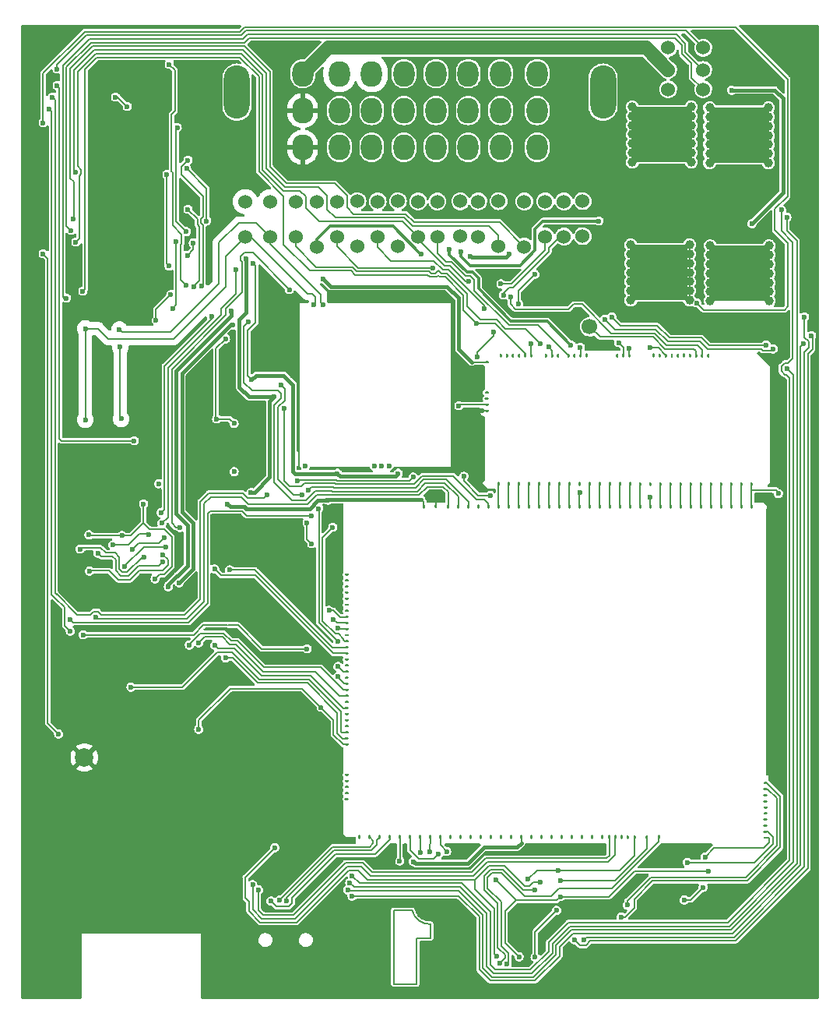
<source format=gbl>
G04 #@! TF.GenerationSoftware,KiCad,Pcbnew,(6.0.1)*
G04 #@! TF.CreationDate,2022-02-18T21:43:13+02:00*
G04 #@! TF.ProjectId,alphax_2ch,616c7068-6178-45f3-9263-682e6b696361,b*
G04 #@! TF.SameCoordinates,PX141f5e0PYa2cace0*
G04 #@! TF.FileFunction,Copper,L2,Bot*
G04 #@! TF.FilePolarity,Positive*
%FSLAX46Y46*%
G04 Gerber Fmt 4.6, Leading zero omitted, Abs format (unit mm)*
G04 Created by KiCad (PCBNEW (6.0.1)) date 2022-02-18 21:43:13*
%MOMM*%
%LPD*%
G01*
G04 APERTURE LIST*
G04 #@! TA.AperFunction,EtchedComponent*
%ADD10C,0.200000*%
G04 #@! TD*
G04 #@! TA.AperFunction,ComponentPad*
%ADD11C,0.599999*%
G04 #@! TD*
G04 #@! TA.AperFunction,ComponentPad*
%ADD12C,1.524000*%
G04 #@! TD*
G04 #@! TA.AperFunction,ComponentPad*
%ADD13C,1.700000*%
G04 #@! TD*
G04 #@! TA.AperFunction,SMDPad,CuDef*
%ADD14R,1.250000X0.250000*%
G04 #@! TD*
G04 #@! TA.AperFunction,SMDPad,CuDef*
%ADD15R,0.350000X0.250000*%
G04 #@! TD*
G04 #@! TA.AperFunction,SMDPad,CuDef*
%ADD16R,6.450000X0.250000*%
G04 #@! TD*
G04 #@! TA.AperFunction,SMDPad,CuDef*
%ADD17R,0.250000X18.200000*%
G04 #@! TD*
G04 #@! TA.AperFunction,SMDPad,CuDef*
%ADD18R,6.500000X0.250000*%
G04 #@! TD*
G04 #@! TA.AperFunction,SMDPad,CuDef*
%ADD19R,13.650000X0.250000*%
G04 #@! TD*
G04 #@! TA.AperFunction,ComponentPad*
%ADD20O,2.800000X5.800000*%
G04 #@! TD*
G04 #@! TA.AperFunction,ComponentPad*
%ADD21O,2.300000X2.800000*%
G04 #@! TD*
G04 #@! TA.AperFunction,SMDPad,CuDef*
%ADD22C,2.000000*%
G04 #@! TD*
G04 #@! TA.AperFunction,ViaPad*
%ADD23C,0.600000*%
G04 #@! TD*
G04 #@! TA.AperFunction,ViaPad*
%ADD24C,1.000000*%
G04 #@! TD*
G04 #@! TA.AperFunction,Conductor*
%ADD25C,0.200000*%
G04 #@! TD*
G04 #@! TA.AperFunction,Conductor*
%ADD26C,0.400000*%
G04 #@! TD*
G04 #@! TA.AperFunction,Conductor*
%ADD27C,0.203200*%
G04 #@! TD*
G04 #@! TA.AperFunction,Conductor*
%ADD28C,0.300000*%
G04 #@! TD*
G04 #@! TA.AperFunction,Conductor*
%ADD29C,1.500000*%
G04 #@! TD*
G04 APERTURE END LIST*
D10*
G04 #@! TO.C,G3*
X40646000Y1700000D02*
X40646000Y9700000D01*
X44646000Y6700000D02*
X43146000Y6700000D01*
X43146000Y6700000D02*
X43146000Y1700000D01*
X40646000Y9700000D02*
X42646000Y9700000D01*
X44646000Y6700000D02*
X44646000Y8200000D01*
X43146000Y1700000D02*
X40646000Y1700000D01*
X42646001Y9700000D02*
G75*
G03*
X44646000Y8200000I1921600J478801D01*
G01*
G04 #@! TD*
D11*
G04 #@! TO.P,M4,V1,IGN8*
G04 #@! TO.N,GND*
X70363132Y10805111D03*
G04 #@! TO.P,M4,V2,IGN7*
X69938124Y8970101D03*
G04 #@! TO.P,M4,V3,IGN6*
X69388127Y11020109D03*
G04 #@! TO.P,M4,V4,IGN5*
X68513168Y10805114D03*
G04 #@! TO.P,M4,V5,IGN4*
X67663145Y10730107D03*
G04 #@! TO.P,M4,V6,IGN3*
X67338129Y8970101D03*
G04 #@! TO.P,M4,V7,IGN2*
G04 #@! TO.N,/IGN2*
X66038162Y10280101D03*
G04 #@! TO.P,M4,V8,IGN1*
G04 #@! TO.N,/IGN1*
X65388145Y8970101D03*
G04 #@! TO.P,M4,V9,VCC*
G04 #@! TO.N,+5V_IGN*
X72563148Y14895116D03*
G04 #@! TO.P,M4,V10,V33*
G04 #@! TO.N,+3V3_IGN*
X72263146Y10820110D03*
G04 #@! TD*
D12*
G04 #@! TO.P,R8,1,1*
G04 #@! TO.N,/CAN-*
X49836417Y82896579D03*
G04 #@! TO.P,R8,2,2*
G04 #@! TO.N,/C6*
X49836417Y86706579D03*
G04 #@! TD*
G04 #@! TO.P,R9,1,1*
G04 #@! TO.N,/CAN+*
X47882571Y82918049D03*
G04 #@! TO.P,R9,2,2*
G04 #@! TO.N,/C5*
X47882571Y86728049D03*
G04 #@! TD*
G04 #@! TO.P,F4,1,1*
G04 #@! TO.N,/A3*
X36700000Y86750000D03*
G04 #@! TO.P,F4,2,2*
G04 #@! TO.N,/OUT_PUMP_RELAY*
X36700000Y81850000D03*
G04 #@! TD*
G04 #@! TO.P,M5,E1,GND*
G04 #@! TO.N,GND*
G04 #@! TA.AperFunction,SMDPad,CuDef*
G36*
G01*
X50649998Y64096477D02*
X50899998Y64096477D01*
G75*
G02*
X51024998Y63971477I0J-125000D01*
G01*
X51024998Y63971477D01*
G75*
G02*
X50899998Y63846477I-125000J0D01*
G01*
X50649998Y63846477D01*
G75*
G02*
X50524998Y63971477I0J125000D01*
G01*
X50524998Y63971477D01*
G75*
G02*
X50649998Y64096477I125000J0D01*
G01*
G37*
G04 #@! TD.AperFunction*
G04 #@! TO.P,M5,E2,V5*
G04 #@! TO.N,+5V*
G04 #@! TA.AperFunction,SMDPad,CuDef*
G36*
G01*
X50649998Y64756478D02*
X50899998Y64756478D01*
G75*
G02*
X51024998Y64631478I0J-125000D01*
G01*
X51024998Y64631478D01*
G75*
G02*
X50899998Y64506478I-125000J0D01*
G01*
X50649998Y64506478D01*
G75*
G02*
X50524998Y64631478I0J125000D01*
G01*
X50524998Y64631478D01*
G75*
G02*
X50649998Y64756478I125000J0D01*
G01*
G37*
G04 #@! TD.AperFunction*
G04 #@! TO.P,M5,E3,WBO_O2S2*
G04 #@! TO.N,unconnected-(M5-PadE3)*
G04 #@! TA.AperFunction,SMDPad,CuDef*
G36*
G01*
X50649998Y65416479D02*
X50899998Y65416479D01*
G75*
G02*
X51024998Y65291479I0J-125000D01*
G01*
X51024998Y65291479D01*
G75*
G02*
X50899998Y65166479I-125000J0D01*
G01*
X50649998Y65166479D01*
G75*
G02*
X50524998Y65291479I0J125000D01*
G01*
X50524998Y65291479D01*
G75*
G02*
X50649998Y65416479I125000J0D01*
G01*
G37*
G04 #@! TD.AperFunction*
G04 #@! TO.P,M5,E4,WBO_O2S*
G04 #@! TO.N,unconnected-(M5-PadE4)*
G04 #@! TA.AperFunction,SMDPad,CuDef*
G36*
G01*
X50649998Y66076480D02*
X50899998Y66076480D01*
G75*
G02*
X51024998Y65951480I0J-125000D01*
G01*
X51024998Y65951480D01*
G75*
G02*
X50899998Y65826480I-125000J0D01*
G01*
X50649998Y65826480D01*
G75*
G02*
X50524998Y65951480I0J125000D01*
G01*
X50524998Y65951480D01*
G75*
G02*
X50649998Y66076480I125000J0D01*
G01*
G37*
G04 #@! TD.AperFunction*
G04 #@! TO.P,M5,E5,V5A*
G04 #@! TO.N,+5VA*
G04 #@! TA.AperFunction,SMDPad,CuDef*
G36*
G01*
X50649998Y69376487D02*
X50899998Y69376487D01*
G75*
G02*
X51024998Y69251487I0J-125000D01*
G01*
X51024998Y69251487D01*
G75*
G02*
X50899998Y69126487I-125000J0D01*
G01*
X50649998Y69126487D01*
G75*
G02*
X50524998Y69251487I0J125000D01*
G01*
X50524998Y69251487D01*
G75*
G02*
X50649998Y69376487I125000J0D01*
G01*
G37*
G04 #@! TD.AperFunction*
G04 #@! TO.P,M5,N1,V5A*
G04 #@! TA.AperFunction,SMDPad,CuDef*
G36*
G01*
X79420000Y55877684D02*
X79420000Y56127684D01*
G75*
G02*
X79545000Y56252684I125000J0D01*
G01*
X79545000Y56252684D01*
G75*
G02*
X79670000Y56127684I0J-125000D01*
G01*
X79670000Y55877684D01*
G75*
G02*
X79545000Y55752684I-125000J0D01*
G01*
X79545000Y55752684D01*
G75*
G02*
X79420000Y55877684I0J125000D01*
G01*
G37*
G04 #@! TD.AperFunction*
G04 #@! TO.P,M5,N2,GNDA*
G04 #@! TO.N,GNDA*
G04 #@! TA.AperFunction,SMDPad,CuDef*
G36*
G01*
X78569996Y56127684D02*
X78569996Y55877684D01*
G75*
G02*
X78444996Y55752684I-125000J0D01*
G01*
X78444996Y55752684D01*
G75*
G02*
X78319996Y55877684I0J125000D01*
G01*
X78319996Y56127684D01*
G75*
G02*
X78444996Y56252684I125000J0D01*
G01*
X78444996Y56252684D01*
G75*
G02*
X78569996Y56127684I0J-125000D01*
G01*
G37*
G04 #@! TD.AperFunction*
G04 #@! TO.P,M5,N3,RES2*
G04 #@! TO.N,Net-(M5-PadN3)*
G04 #@! TA.AperFunction,SMDPad,CuDef*
G36*
G01*
X77469995Y56127684D02*
X77469995Y55877684D01*
G75*
G02*
X77344995Y55752684I-125000J0D01*
G01*
X77344995Y55752684D01*
G75*
G02*
X77219995Y55877684I0J125000D01*
G01*
X77219995Y56127684D01*
G75*
G02*
X77344995Y56252684I125000J0D01*
G01*
X77344995Y56252684D01*
G75*
G02*
X77469995Y56127684I0J-125000D01*
G01*
G37*
G04 #@! TD.AperFunction*
G04 #@! TO.P,M5,N4,O2S2*
G04 #@! TO.N,/AFR*
G04 #@! TA.AperFunction,SMDPad,CuDef*
G36*
G01*
X76369998Y56127684D02*
X76369998Y55877684D01*
G75*
G02*
X76244998Y55752684I-125000J0D01*
G01*
X76244998Y55752684D01*
G75*
G02*
X76119998Y55877684I0J125000D01*
G01*
X76119998Y56127684D01*
G75*
G02*
X76244998Y56252684I125000J0D01*
G01*
X76244998Y56252684D01*
G75*
G02*
X76369998Y56127684I0J-125000D01*
G01*
G37*
G04 #@! TD.AperFunction*
G04 #@! TO.P,M5,N5,PPS*
G04 #@! TO.N,Net-(M5-PadN5)*
G04 #@! TA.AperFunction,SMDPad,CuDef*
G36*
G01*
X75270000Y56127684D02*
X75270000Y55877684D01*
G75*
G02*
X75145000Y55752684I-125000J0D01*
G01*
X75145000Y55752684D01*
G75*
G02*
X75020000Y55877684I0J125000D01*
G01*
X75020000Y56127684D01*
G75*
G02*
X75145000Y56252684I125000J0D01*
G01*
X75145000Y56252684D01*
G75*
G02*
X75270000Y56127684I0J-125000D01*
G01*
G37*
G04 #@! TD.AperFunction*
G04 #@! TO.P,M5,N6,RES1*
G04 #@! TO.N,Net-(M5-PadN6)*
G04 #@! TA.AperFunction,SMDPad,CuDef*
G36*
G01*
X74170002Y56127684D02*
X74170002Y55877684D01*
G75*
G02*
X74045002Y55752684I-125000J0D01*
G01*
X74045002Y55752684D01*
G75*
G02*
X73920002Y55877684I0J125000D01*
G01*
X73920002Y56127684D01*
G75*
G02*
X74045002Y56252684I125000J0D01*
G01*
X74045002Y56252684D01*
G75*
G02*
X74170002Y56127684I0J-125000D01*
G01*
G37*
G04 #@! TD.AperFunction*
G04 #@! TO.P,M5,N7,AUX4*
G04 #@! TO.N,Net-(M5-PadN7)*
G04 #@! TA.AperFunction,SMDPad,CuDef*
G36*
G01*
X73070004Y56127684D02*
X73070004Y55877684D01*
G75*
G02*
X72945004Y55752684I-125000J0D01*
G01*
X72945004Y55752684D01*
G75*
G02*
X72820004Y55877684I0J125000D01*
G01*
X72820004Y56127684D01*
G75*
G02*
X72945004Y56252684I125000J0D01*
G01*
X72945004Y56252684D01*
G75*
G02*
X73070004Y56127684I0J-125000D01*
G01*
G37*
G04 #@! TD.AperFunction*
G04 #@! TO.P,M5,N8,AUX3*
G04 #@! TO.N,Net-(M5-PadN8)*
G04 #@! TA.AperFunction,SMDPad,CuDef*
G36*
G01*
X71970006Y56127684D02*
X71970006Y55877684D01*
G75*
G02*
X71845006Y55752684I-125000J0D01*
G01*
X71845006Y55752684D01*
G75*
G02*
X71720006Y55877684I0J125000D01*
G01*
X71720006Y56127684D01*
G75*
G02*
X71845006Y56252684I125000J0D01*
G01*
X71845006Y56252684D01*
G75*
G02*
X71970006Y56127684I0J-125000D01*
G01*
G37*
G04 #@! TD.AperFunction*
G04 #@! TO.P,M5,N9,AUX2*
G04 #@! TO.N,Net-(M5-PadN9)*
G04 #@! TA.AperFunction,SMDPad,CuDef*
G36*
G01*
X70870009Y56127684D02*
X70870009Y55877684D01*
G75*
G02*
X70745009Y55752684I-125000J0D01*
G01*
X70745009Y55752684D01*
G75*
G02*
X70620009Y55877684I0J125000D01*
G01*
X70620009Y56127684D01*
G75*
G02*
X70745009Y56252684I125000J0D01*
G01*
X70745009Y56252684D01*
G75*
G02*
X70870009Y56127684I0J-125000D01*
G01*
G37*
G04 #@! TD.AperFunction*
G04 #@! TO.P,M5,N10,AUX1*
G04 #@! TO.N,Net-(M5-PadN10)*
G04 #@! TA.AperFunction,SMDPad,CuDef*
G36*
G01*
X69770011Y56127684D02*
X69770011Y55877684D01*
G75*
G02*
X69645011Y55752684I-125000J0D01*
G01*
X69645011Y55752684D01*
G75*
G02*
X69520011Y55877684I0J125000D01*
G01*
X69520011Y56127684D01*
G75*
G02*
X69645011Y56252684I125000J0D01*
G01*
X69645011Y56252684D01*
G75*
G02*
X69770011Y56127684I0J-125000D01*
G01*
G37*
G04 #@! TD.AperFunction*
G04 #@! TO.P,M5,N11,RES3*
G04 #@! TO.N,unconnected-(M5-PadN11)*
G04 #@! TA.AperFunction,SMDPad,CuDef*
G36*
G01*
X68670013Y56127684D02*
X68670013Y55877684D01*
G75*
G02*
X68545013Y55752684I-125000J0D01*
G01*
X68545013Y55752684D01*
G75*
G02*
X68420013Y55877684I0J125000D01*
G01*
X68420013Y56127684D01*
G75*
G02*
X68545013Y56252684I125000J0D01*
G01*
X68545013Y56252684D01*
G75*
G02*
X68670013Y56127684I0J-125000D01*
G01*
G37*
G04 #@! TD.AperFunction*
G04 #@! TO.P,M5,N12,MAP3*
G04 #@! TO.N,/MAP2*
G04 #@! TA.AperFunction,SMDPad,CuDef*
G36*
G01*
X67570015Y56127684D02*
X67570015Y55877684D01*
G75*
G02*
X67445015Y55752684I-125000J0D01*
G01*
X67445015Y55752684D01*
G75*
G02*
X67320015Y55877684I0J125000D01*
G01*
X67320015Y56127684D01*
G75*
G02*
X67445015Y56252684I125000J0D01*
G01*
X67445015Y56252684D01*
G75*
G02*
X67570015Y56127684I0J-125000D01*
G01*
G37*
G04 #@! TD.AperFunction*
G04 #@! TO.P,M5,N13,MAP2*
G04 #@! TO.N,/MAP*
G04 #@! TA.AperFunction,SMDPad,CuDef*
G36*
G01*
X66470017Y56127684D02*
X66470017Y55877684D01*
G75*
G02*
X66345017Y55752684I-125000J0D01*
G01*
X66345017Y55752684D01*
G75*
G02*
X66220017Y55877684I0J125000D01*
G01*
X66220017Y56127684D01*
G75*
G02*
X66345017Y56252684I125000J0D01*
G01*
X66345017Y56252684D01*
G75*
G02*
X66470017Y56127684I0J-125000D01*
G01*
G37*
G04 #@! TD.AperFunction*
G04 #@! TO.P,M5,N14,MAP1*
G04 #@! TO.N,Net-(M5-PadN14)*
G04 #@! TA.AperFunction,SMDPad,CuDef*
G36*
G01*
X65370020Y56127684D02*
X65370020Y55877684D01*
G75*
G02*
X65245020Y55752684I-125000J0D01*
G01*
X65245020Y55752684D01*
G75*
G02*
X65120020Y55877684I0J125000D01*
G01*
X65120020Y56127684D01*
G75*
G02*
X65245020Y56252684I125000J0D01*
G01*
X65245020Y56252684D01*
G75*
G02*
X65370020Y56127684I0J-125000D01*
G01*
G37*
G04 #@! TD.AperFunction*
G04 #@! TO.P,M5,N15,IAT*
G04 #@! TO.N,/IAT*
G04 #@! TA.AperFunction,SMDPad,CuDef*
G36*
G01*
X64270022Y56127684D02*
X64270022Y55877684D01*
G75*
G02*
X64145022Y55752684I-125000J0D01*
G01*
X64145022Y55752684D01*
G75*
G02*
X64020022Y55877684I0J125000D01*
G01*
X64020022Y56127684D01*
G75*
G02*
X64145022Y56252684I125000J0D01*
G01*
X64145022Y56252684D01*
G75*
G02*
X64270022Y56127684I0J-125000D01*
G01*
G37*
G04 #@! TD.AperFunction*
G04 #@! TO.P,M5,N16,CLT*
G04 #@! TO.N,/CLT*
G04 #@! TA.AperFunction,SMDPad,CuDef*
G36*
G01*
X63170024Y56127684D02*
X63170024Y55877684D01*
G75*
G02*
X63045024Y55752684I-125000J0D01*
G01*
X63045024Y55752684D01*
G75*
G02*
X62920024Y55877684I0J125000D01*
G01*
X62920024Y56127684D01*
G75*
G02*
X63045024Y56252684I125000J0D01*
G01*
X63045024Y56252684D01*
G75*
G02*
X63170024Y56127684I0J-125000D01*
G01*
G37*
G04 #@! TD.AperFunction*
G04 #@! TO.P,M5,N17,TPS*
G04 #@! TO.N,/TPS*
G04 #@! TA.AperFunction,SMDPad,CuDef*
G36*
G01*
X62070026Y56127684D02*
X62070026Y55877684D01*
G75*
G02*
X61945026Y55752684I-125000J0D01*
G01*
X61945026Y55752684D01*
G75*
G02*
X61820026Y55877684I0J125000D01*
G01*
X61820026Y56127684D01*
G75*
G02*
X61945026Y56252684I125000J0D01*
G01*
X61945026Y56252684D01*
G75*
G02*
X62070026Y56127684I0J-125000D01*
G01*
G37*
G04 #@! TD.AperFunction*
G04 #@! TO.P,M5,N18,O2S*
G04 #@! TO.N,unconnected-(M5-PadN18)*
G04 #@! TA.AperFunction,SMDPad,CuDef*
G36*
G01*
X60970028Y56127684D02*
X60970028Y55877684D01*
G75*
G02*
X60845028Y55752684I-125000J0D01*
G01*
X60845028Y55752684D01*
G75*
G02*
X60720028Y55877684I0J125000D01*
G01*
X60720028Y56127684D01*
G75*
G02*
X60845028Y56252684I125000J0D01*
G01*
X60845028Y56252684D01*
G75*
G02*
X60970028Y56127684I0J-125000D01*
G01*
G37*
G04 #@! TD.AperFunction*
G04 #@! TO.P,M5,N19,CAM*
G04 #@! TO.N,/CAM*
G04 #@! TA.AperFunction,SMDPad,CuDef*
G36*
G01*
X59870031Y56127684D02*
X59870031Y55877684D01*
G75*
G02*
X59745031Y55752684I-125000J0D01*
G01*
X59745031Y55752684D01*
G75*
G02*
X59620031Y55877684I0J125000D01*
G01*
X59620031Y56127684D01*
G75*
G02*
X59745031Y56252684I125000J0D01*
G01*
X59745031Y56252684D01*
G75*
G02*
X59870031Y56127684I0J-125000D01*
G01*
G37*
G04 #@! TD.AperFunction*
G04 #@! TO.P,M5,N20,VSS*
G04 #@! TO.N,/2STEP*
G04 #@! TA.AperFunction,SMDPad,CuDef*
G36*
G01*
X58770033Y56127684D02*
X58770033Y55877684D01*
G75*
G02*
X58645033Y55752684I-125000J0D01*
G01*
X58645033Y55752684D01*
G75*
G02*
X58520033Y55877684I0J125000D01*
G01*
X58520033Y56127684D01*
G75*
G02*
X58645033Y56252684I125000J0D01*
G01*
X58645033Y56252684D01*
G75*
G02*
X58770033Y56127684I0J-125000D01*
G01*
G37*
G04 #@! TD.AperFunction*
G04 #@! TO.P,M5,N21,CRANK*
G04 #@! TO.N,/CRANK*
G04 #@! TA.AperFunction,SMDPad,CuDef*
G36*
G01*
X57670035Y56127684D02*
X57670035Y55877684D01*
G75*
G02*
X57545035Y55752684I-125000J0D01*
G01*
X57545035Y55752684D01*
G75*
G02*
X57420035Y55877684I0J125000D01*
G01*
X57420035Y56127684D01*
G75*
G02*
X57545035Y56252684I125000J0D01*
G01*
X57545035Y56252684D01*
G75*
G02*
X57670035Y56127684I0J-125000D01*
G01*
G37*
G04 #@! TD.AperFunction*
G04 #@! TO.P,M5,N22,KNOCK*
G04 #@! TO.N,Net-(M5-PadN22)*
G04 #@! TA.AperFunction,SMDPad,CuDef*
G36*
G01*
X56570037Y56127684D02*
X56570037Y55877684D01*
G75*
G02*
X56445037Y55752684I-125000J0D01*
G01*
X56445037Y55752684D01*
G75*
G02*
X56320037Y55877684I0J125000D01*
G01*
X56320037Y56127684D01*
G75*
G02*
X56445037Y56252684I125000J0D01*
G01*
X56445037Y56252684D01*
G75*
G02*
X56570037Y56127684I0J-125000D01*
G01*
G37*
G04 #@! TD.AperFunction*
G04 #@! TO.P,M5,N23,SENS4*
G04 #@! TO.N,Net-(M5-PadN23)*
G04 #@! TA.AperFunction,SMDPad,CuDef*
G36*
G01*
X55470039Y56127684D02*
X55470039Y55877684D01*
G75*
G02*
X55345039Y55752684I-125000J0D01*
G01*
X55345039Y55752684D01*
G75*
G02*
X55220039Y55877684I0J125000D01*
G01*
X55220039Y56127684D01*
G75*
G02*
X55345039Y56252684I125000J0D01*
G01*
X55345039Y56252684D01*
G75*
G02*
X55470039Y56127684I0J-125000D01*
G01*
G37*
G04 #@! TD.AperFunction*
G04 #@! TO.P,M5,N24,SENS3*
G04 #@! TO.N,Net-(M5-PadN24)*
G04 #@! TA.AperFunction,SMDPad,CuDef*
G36*
G01*
X54370042Y56127684D02*
X54370042Y55877684D01*
G75*
G02*
X54245042Y55752684I-125000J0D01*
G01*
X54245042Y55752684D01*
G75*
G02*
X54120042Y55877684I0J125000D01*
G01*
X54120042Y56127684D01*
G75*
G02*
X54245042Y56252684I125000J0D01*
G01*
X54245042Y56252684D01*
G75*
G02*
X54370042Y56127684I0J-125000D01*
G01*
G37*
G04 #@! TD.AperFunction*
G04 #@! TO.P,M5,N25,SENS2*
G04 #@! TO.N,Net-(M5-PadN25)*
G04 #@! TA.AperFunction,SMDPad,CuDef*
G36*
G01*
X53270044Y56127684D02*
X53270044Y55877684D01*
G75*
G02*
X53145044Y55752684I-125000J0D01*
G01*
X53145044Y55752684D01*
G75*
G02*
X53020044Y55877684I0J125000D01*
G01*
X53020044Y56127684D01*
G75*
G02*
X53145044Y56252684I125000J0D01*
G01*
X53145044Y56252684D01*
G75*
G02*
X53270044Y56127684I0J-125000D01*
G01*
G37*
G04 #@! TD.AperFunction*
G04 #@! TO.P,M5,N26,SENS1*
G04 #@! TO.N,Net-(M5-PadN26)*
G04 #@! TA.AperFunction,SMDPad,CuDef*
G36*
G01*
X52170046Y56127684D02*
X52170046Y55877684D01*
G75*
G02*
X52045046Y55752684I-125000J0D01*
G01*
X52045046Y55752684D01*
G75*
G02*
X51920046Y55877684I0J125000D01*
G01*
X51920046Y56127684D01*
G75*
G02*
X52045046Y56252684I125000J0D01*
G01*
X52045046Y56252684D01*
G75*
G02*
X52170046Y56127684I0J-125000D01*
G01*
G37*
G04 #@! TD.AperFunction*
G04 #@! TO.P,M5,S1,IN_SENS1*
G04 #@! TO.N,unconnected-(M5-PadS1)*
G04 #@! TA.AperFunction,SMDPad,CuDef*
G36*
G01*
X52420990Y70089683D02*
X52420990Y69839683D01*
G75*
G02*
X52295990Y69714683I-125000J0D01*
G01*
X52295990Y69714683D01*
G75*
G02*
X52170990Y69839683I0J125000D01*
G01*
X52170990Y70089683D01*
G75*
G02*
X52295990Y70214683I125000J0D01*
G01*
X52295990Y70214683D01*
G75*
G02*
X52420990Y70089683I0J-125000D01*
G01*
G37*
G04 #@! TD.AperFunction*
G04 #@! TO.P,M5,S2,IN_SENS2*
G04 #@! TO.N,unconnected-(M5-PadS2)*
G04 #@! TA.AperFunction,SMDPad,CuDef*
G36*
G01*
X53080992Y70089683D02*
X53080992Y69839683D01*
G75*
G02*
X52955992Y69714683I-125000J0D01*
G01*
X52955992Y69714683D01*
G75*
G02*
X52830992Y69839683I0J125000D01*
G01*
X52830992Y70089683D01*
G75*
G02*
X52955992Y70214683I125000J0D01*
G01*
X52955992Y70214683D01*
G75*
G02*
X53080992Y70089683I0J-125000D01*
G01*
G37*
G04 #@! TD.AperFunction*
G04 #@! TO.P,M5,S3,IN_SENS3*
G04 #@! TO.N,unconnected-(M5-PadS3)*
G04 #@! TA.AperFunction,SMDPad,CuDef*
G36*
G01*
X53740993Y70089683D02*
X53740993Y69839683D01*
G75*
G02*
X53615993Y69714683I-125000J0D01*
G01*
X53615993Y69714683D01*
G75*
G02*
X53490993Y69839683I0J125000D01*
G01*
X53490993Y70089683D01*
G75*
G02*
X53615993Y70214683I125000J0D01*
G01*
X53615993Y70214683D01*
G75*
G02*
X53740993Y70089683I0J-125000D01*
G01*
G37*
G04 #@! TD.AperFunction*
G04 #@! TO.P,M5,S4,IN_SENS4*
G04 #@! TO.N,unconnected-(M5-PadS4)*
G04 #@! TA.AperFunction,SMDPad,CuDef*
G36*
G01*
X54400994Y70089683D02*
X54400994Y69839683D01*
G75*
G02*
X54275994Y69714683I-125000J0D01*
G01*
X54275994Y69714683D01*
G75*
G02*
X54150994Y69839683I0J125000D01*
G01*
X54150994Y70089683D01*
G75*
G02*
X54275994Y70214683I125000J0D01*
G01*
X54275994Y70214683D01*
G75*
G02*
X54400994Y70089683I0J-125000D01*
G01*
G37*
G04 #@! TD.AperFunction*
G04 #@! TO.P,M5,S5,IN_CAM*
G04 #@! TO.N,/IN_CAM*
G04 #@! TA.AperFunction,SMDPad,CuDef*
G36*
G01*
X55060995Y70089683D02*
X55060995Y69839683D01*
G75*
G02*
X54935995Y69714683I-125000J0D01*
G01*
X54935995Y69714683D01*
G75*
G02*
X54810995Y69839683I0J125000D01*
G01*
X54810995Y70089683D01*
G75*
G02*
X54935995Y70214683I125000J0D01*
G01*
X54935995Y70214683D01*
G75*
G02*
X55060995Y70089683I0J-125000D01*
G01*
G37*
G04 #@! TD.AperFunction*
G04 #@! TO.P,M5,S6,IN_VSS*
G04 #@! TO.N,/IN_2STEP*
G04 #@! TA.AperFunction,SMDPad,CuDef*
G36*
G01*
X55720997Y70089683D02*
X55720997Y69839683D01*
G75*
G02*
X55595997Y69714683I-125000J0D01*
G01*
X55595997Y69714683D01*
G75*
G02*
X55470997Y69839683I0J125000D01*
G01*
X55470997Y70089683D01*
G75*
G02*
X55595997Y70214683I125000J0D01*
G01*
X55595997Y70214683D01*
G75*
G02*
X55720997Y70089683I0J-125000D01*
G01*
G37*
G04 #@! TD.AperFunction*
G04 #@! TO.P,M5,S7,IN_KNOCK*
G04 #@! TO.N,unconnected-(M5-PadS7)*
G04 #@! TA.AperFunction,SMDPad,CuDef*
G36*
G01*
X57321994Y70089683D02*
X57321994Y69839683D01*
G75*
G02*
X57196994Y69714683I-125000J0D01*
G01*
X57196994Y69714683D01*
G75*
G02*
X57071994Y69839683I0J125000D01*
G01*
X57071994Y70089683D01*
G75*
G02*
X57196994Y70214683I125000J0D01*
G01*
X57196994Y70214683D01*
G75*
G02*
X57321994Y70089683I0J-125000D01*
G01*
G37*
G04 #@! TD.AperFunction*
G04 #@! TO.P,M5,S8,IN_CRANK*
G04 #@! TO.N,/IN_CRANK*
G04 #@! TA.AperFunction,SMDPad,CuDef*
G36*
G01*
X57981995Y70089683D02*
X57981995Y69839683D01*
G75*
G02*
X57856995Y69714683I-125000J0D01*
G01*
X57856995Y69714683D01*
G75*
G02*
X57731995Y69839683I0J125000D01*
G01*
X57731995Y70089683D01*
G75*
G02*
X57856995Y70214683I125000J0D01*
G01*
X57856995Y70214683D01*
G75*
G02*
X57981995Y70089683I0J-125000D01*
G01*
G37*
G04 #@! TD.AperFunction*
G04 #@! TO.P,M5,S9,IN_O2S*
G04 #@! TO.N,unconnected-(M5-PadS9)*
G04 #@! TA.AperFunction,SMDPad,CuDef*
G36*
G01*
X58641997Y70089683D02*
X58641997Y69839683D01*
G75*
G02*
X58516997Y69714683I-125000J0D01*
G01*
X58516997Y69714683D01*
G75*
G02*
X58391997Y69839683I0J125000D01*
G01*
X58391997Y70089683D01*
G75*
G02*
X58516997Y70214683I125000J0D01*
G01*
X58516997Y70214683D01*
G75*
G02*
X58641997Y70089683I0J-125000D01*
G01*
G37*
G04 #@! TD.AperFunction*
G04 #@! TO.P,M5,S10,IN_TPS*
G04 #@! TO.N,/IN_TPS*
G04 #@! TA.AperFunction,SMDPad,CuDef*
G36*
G01*
X59762896Y70089683D02*
X59762896Y69839683D01*
G75*
G02*
X59637896Y69714683I-125000J0D01*
G01*
X59637896Y69714683D01*
G75*
G02*
X59512896Y69839683I0J125000D01*
G01*
X59512896Y70089683D01*
G75*
G02*
X59637896Y70214683I125000J0D01*
G01*
X59637896Y70214683D01*
G75*
G02*
X59762896Y70089683I0J-125000D01*
G01*
G37*
G04 #@! TD.AperFunction*
G04 #@! TO.P,M5,S11,IN_MAP1*
G04 #@! TO.N,unconnected-(M5-PadS11)*
G04 #@! TA.AperFunction,SMDPad,CuDef*
G36*
G01*
X60422897Y70089683D02*
X60422897Y69839683D01*
G75*
G02*
X60297897Y69714683I-125000J0D01*
G01*
X60297897Y69714683D01*
G75*
G02*
X60172897Y69839683I0J125000D01*
G01*
X60172897Y70089683D01*
G75*
G02*
X60297897Y70214683I125000J0D01*
G01*
X60297897Y70214683D01*
G75*
G02*
X60422897Y70089683I0J-125000D01*
G01*
G37*
G04 #@! TD.AperFunction*
G04 #@! TO.P,M5,S12,IN_MAP2*
G04 #@! TO.N,/IN_MAP2*
G04 #@! TA.AperFunction,SMDPad,CuDef*
G36*
G01*
X61082898Y70089683D02*
X61082898Y69839683D01*
G75*
G02*
X60957898Y69714683I-125000J0D01*
G01*
X60957898Y69714683D01*
G75*
G02*
X60832898Y69839683I0J125000D01*
G01*
X60832898Y70089683D01*
G75*
G02*
X60957898Y70214683I125000J0D01*
G01*
X60957898Y70214683D01*
G75*
G02*
X61082898Y70089683I0J-125000D01*
G01*
G37*
G04 #@! TD.AperFunction*
G04 #@! TO.P,M5,S13,VREF2*
G04 #@! TO.N,unconnected-(M5-PadS13)*
G04 #@! TA.AperFunction,SMDPad,CuDef*
G36*
G01*
X61742900Y70089683D02*
X61742900Y69839683D01*
G75*
G02*
X61617900Y69714683I-125000J0D01*
G01*
X61617900Y69714683D01*
G75*
G02*
X61492900Y69839683I0J125000D01*
G01*
X61492900Y70089683D01*
G75*
G02*
X61617900Y70214683I125000J0D01*
G01*
X61617900Y70214683D01*
G75*
G02*
X61742900Y70089683I0J-125000D01*
G01*
G37*
G04 #@! TD.AperFunction*
G04 #@! TO.P,M5,S14,VREF1*
G04 #@! TO.N,unconnected-(M5-PadS14)*
G04 #@! TA.AperFunction,SMDPad,CuDef*
G36*
G01*
X65068994Y70089683D02*
X65068994Y69839683D01*
G75*
G02*
X64943994Y69714683I-125000J0D01*
G01*
X64943994Y69714683D01*
G75*
G02*
X64818994Y69839683I0J125000D01*
G01*
X64818994Y70089683D01*
G75*
G02*
X64943994Y70214683I125000J0D01*
G01*
X64943994Y70214683D01*
G75*
G02*
X65068994Y70089683I0J-125000D01*
G01*
G37*
G04 #@! TD.AperFunction*
G04 #@! TO.P,M5,S15,IN_CLT*
G04 #@! TO.N,/IN_CLT*
G04 #@! TA.AperFunction,SMDPad,CuDef*
G36*
G01*
X65728995Y70089683D02*
X65728995Y69839683D01*
G75*
G02*
X65603995Y69714683I-125000J0D01*
G01*
X65603995Y69714683D01*
G75*
G02*
X65478995Y69839683I0J125000D01*
G01*
X65478995Y70089683D01*
G75*
G02*
X65603995Y70214683I125000J0D01*
G01*
X65603995Y70214683D01*
G75*
G02*
X65728995Y70089683I0J-125000D01*
G01*
G37*
G04 #@! TD.AperFunction*
G04 #@! TO.P,M5,S16,IN_IAT*
G04 #@! TO.N,/IN_IAT*
G04 #@! TA.AperFunction,SMDPad,CuDef*
G36*
G01*
X66388997Y70089683D02*
X66388997Y69839683D01*
G75*
G02*
X66263997Y69714683I-125000J0D01*
G01*
X66263997Y69714683D01*
G75*
G02*
X66138997Y69839683I0J125000D01*
G01*
X66138997Y70089683D01*
G75*
G02*
X66263997Y70214683I125000J0D01*
G01*
X66263997Y70214683D01*
G75*
G02*
X66388997Y70089683I0J-125000D01*
G01*
G37*
G04 #@! TD.AperFunction*
G04 #@! TO.P,M5,S17,IN_AUX1*
G04 #@! TO.N,unconnected-(M5-PadS17)*
G04 #@! TA.AperFunction,SMDPad,CuDef*
G36*
G01*
X69034988Y70089683D02*
X69034988Y69839683D01*
G75*
G02*
X68909988Y69714683I-125000J0D01*
G01*
X68909988Y69714683D01*
G75*
G02*
X68784988Y69839683I0J125000D01*
G01*
X68784988Y70089683D01*
G75*
G02*
X68909988Y70214683I125000J0D01*
G01*
X68909988Y70214683D01*
G75*
G02*
X69034988Y70089683I0J-125000D01*
G01*
G37*
G04 #@! TD.AperFunction*
G04 #@! TO.P,M5,S18,IN_AUX2*
G04 #@! TO.N,unconnected-(M5-PadS18)*
G04 #@! TA.AperFunction,SMDPad,CuDef*
G36*
G01*
X69694989Y70089683D02*
X69694989Y69839683D01*
G75*
G02*
X69569989Y69714683I-125000J0D01*
G01*
X69569989Y69714683D01*
G75*
G02*
X69444989Y69839683I0J125000D01*
G01*
X69444989Y70089683D01*
G75*
G02*
X69569989Y70214683I125000J0D01*
G01*
X69569989Y70214683D01*
G75*
G02*
X69694989Y70089683I0J-125000D01*
G01*
G37*
G04 #@! TD.AperFunction*
G04 #@! TO.P,M5,S19,IN_MAP3*
G04 #@! TO.N,/IN_MAP3*
G04 #@! TA.AperFunction,SMDPad,CuDef*
G36*
G01*
X70354991Y70089683D02*
X70354991Y69839683D01*
G75*
G02*
X70229991Y69714683I-125000J0D01*
G01*
X70229991Y69714683D01*
G75*
G02*
X70104991Y69839683I0J125000D01*
G01*
X70104991Y70089683D01*
G75*
G02*
X70229991Y70214683I125000J0D01*
G01*
X70229991Y70214683D01*
G75*
G02*
X70354991Y70089683I0J-125000D01*
G01*
G37*
G04 #@! TD.AperFunction*
G04 #@! TO.P,M5,S20,IN_AUX3*
G04 #@! TO.N,unconnected-(M5-PadS20)*
G04 #@! TA.AperFunction,SMDPad,CuDef*
G36*
G01*
X71014992Y70089683D02*
X71014992Y69839683D01*
G75*
G02*
X70889992Y69714683I-125000J0D01*
G01*
X70889992Y69714683D01*
G75*
G02*
X70764992Y69839683I0J125000D01*
G01*
X70764992Y70089683D01*
G75*
G02*
X70889992Y70214683I125000J0D01*
G01*
X70889992Y70214683D01*
G75*
G02*
X71014992Y70089683I0J-125000D01*
G01*
G37*
G04 #@! TD.AperFunction*
G04 #@! TO.P,M5,S21,IN_AUX4*
G04 #@! TO.N,unconnected-(M5-PadS21)*
G04 #@! TA.AperFunction,SMDPad,CuDef*
G36*
G01*
X71674993Y70089683D02*
X71674993Y69839683D01*
G75*
G02*
X71549993Y69714683I-125000J0D01*
G01*
X71549993Y69714683D01*
G75*
G02*
X71424993Y69839683I0J125000D01*
G01*
X71424993Y70089683D01*
G75*
G02*
X71549993Y70214683I125000J0D01*
G01*
X71549993Y70214683D01*
G75*
G02*
X71674993Y70089683I0J-125000D01*
G01*
G37*
G04 #@! TD.AperFunction*
G04 #@! TO.P,M5,S22,IN_RES3*
G04 #@! TO.N,unconnected-(M5-PadS22)*
G04 #@! TA.AperFunction,SMDPad,CuDef*
G36*
G01*
X72334994Y70089683D02*
X72334994Y69839683D01*
G75*
G02*
X72209994Y69714683I-125000J0D01*
G01*
X72209994Y69714683D01*
G75*
G02*
X72084994Y69839683I0J125000D01*
G01*
X72084994Y70089683D01*
G75*
G02*
X72209994Y70214683I125000J0D01*
G01*
X72209994Y70214683D01*
G75*
G02*
X72334994Y70089683I0J-125000D01*
G01*
G37*
G04 #@! TD.AperFunction*
G04 #@! TO.P,M5,S23,IN_RES1*
G04 #@! TO.N,unconnected-(M5-PadS23)*
G04 #@! TA.AperFunction,SMDPad,CuDef*
G36*
G01*
X72994996Y70089683D02*
X72994996Y69839683D01*
G75*
G02*
X72869996Y69714683I-125000J0D01*
G01*
X72869996Y69714683D01*
G75*
G02*
X72744996Y69839683I0J125000D01*
G01*
X72744996Y70089683D01*
G75*
G02*
X72869996Y70214683I125000J0D01*
G01*
X72869996Y70214683D01*
G75*
G02*
X72994996Y70089683I0J-125000D01*
G01*
G37*
G04 #@! TD.AperFunction*
G04 #@! TO.P,M5,S24,IN_PPS*
G04 #@! TO.N,Net-(M5-PadS24)*
G04 #@! TA.AperFunction,SMDPad,CuDef*
G36*
G01*
X73654997Y70089683D02*
X73654997Y69839683D01*
G75*
G02*
X73529997Y69714683I-125000J0D01*
G01*
X73529997Y69714683D01*
G75*
G02*
X73404997Y69839683I0J125000D01*
G01*
X73404997Y70089683D01*
G75*
G02*
X73529997Y70214683I125000J0D01*
G01*
X73529997Y70214683D01*
G75*
G02*
X73654997Y70089683I0J-125000D01*
G01*
G37*
G04 #@! TD.AperFunction*
G04 #@! TO.P,M5,S25,IN_O2S2*
G04 #@! TO.N,/IN_AFR*
G04 #@! TA.AperFunction,SMDPad,CuDef*
G36*
G01*
X74314998Y70089683D02*
X74314998Y69839683D01*
G75*
G02*
X74189998Y69714683I-125000J0D01*
G01*
X74189998Y69714683D01*
G75*
G02*
X74064998Y69839683I0J125000D01*
G01*
X74064998Y70089683D01*
G75*
G02*
X74189998Y70214683I125000J0D01*
G01*
X74189998Y70214683D01*
G75*
G02*
X74314998Y70089683I0J-125000D01*
G01*
G37*
G04 #@! TD.AperFunction*
G04 #@! TO.P,M5,S26,IN_RES2*
G04 #@! TO.N,unconnected-(M5-PadS26)*
G04 #@! TA.AperFunction,SMDPad,CuDef*
G36*
G01*
X74975000Y70089683D02*
X74975000Y69839683D01*
G75*
G02*
X74850000Y69714683I-125000J0D01*
G01*
X74850000Y69714683D01*
G75*
G02*
X74725000Y69839683I0J125000D01*
G01*
X74725000Y70089683D01*
G75*
G02*
X74850000Y70214683I125000J0D01*
G01*
X74850000Y70214683D01*
G75*
G02*
X74975000Y70089683I0J-125000D01*
G01*
G37*
G04 #@! TD.AperFunction*
G04 #@! TD*
D13*
G04 #@! TO.P,P2,1,Pin_1*
G04 #@! TO.N,Net-(M5-PadS24)*
X61958000Y73100000D03*
G04 #@! TD*
D12*
G04 #@! TO.P,R11,1,1*
G04 #@! TO.N,/IN_CRANK+*
X24500000Y82895000D03*
G04 #@! TO.P,R11,2,2*
G04 #@! TO.N,/C3*
X24500000Y86705000D03*
G04 #@! TD*
G04 #@! TO.P,R6,1,1*
G04 #@! TO.N,/OUT_IDLE*
X74305000Y103400000D03*
G04 #@! TO.P,R6,2,2*
G04 #@! TO.N,/C8*
X70495000Y103400000D03*
G04 #@! TD*
G04 #@! TO.P,R17,1,1*
G04 #@! TO.N,/IN_AFR*
X38900000Y82895000D03*
G04 #@! TO.P,R17,2,2*
G04 #@! TO.N,/B4*
X38900000Y86705000D03*
G04 #@! TD*
G04 #@! TO.P,R16,1,1*
G04 #@! TO.N,/IN_TPS*
X45400000Y82895000D03*
G04 #@! TO.P,R16,2,2*
G04 #@! TO.N,/B5*
X45400000Y86705000D03*
G04 #@! TD*
D11*
G04 #@! TO.P,M7,V1,V5*
G04 #@! TO.N,+5V*
X56543338Y12787498D03*
G04 #@! TO.P,M7,V2,CAN_VIO*
G04 #@! TO.N,Net-(M7-PadV2)*
X56018338Y11912496D03*
G04 #@! TO.P,M7,V5,CAN_TX*
G04 #@! TO.N,/CAN_TX*
X55268340Y13087500D03*
G04 #@! TO.P,M7,V6,CAN_RX*
G04 #@! TO.N,/CAN_RX*
X51718339Y13012497D03*
G04 #@! TD*
G04 #@! TO.P,M1,V1,V12*
G04 #@! TO.N,+12V*
X15066016Y56037888D03*
G04 #@! TO.P,M1,V2,VBAT*
G04 #@! TO.N,unconnected-(M1-PadV2)*
X23291016Y57362892D03*
G04 #@! TO.P,M1,V3,IN_VIGN*
G04 #@! TO.N,+12V_RAW*
X23273511Y62595386D03*
G04 #@! TO.P,M1,V4,V12_PERM*
X21391015Y63087892D03*
G04 #@! TO.P,M1,V5,VIGN*
G04 #@! TO.N,/VIGN*
X28741008Y64212878D03*
G04 #@! TD*
G04 #@! TO.P,M3,E1,Thresh_IN*
G04 #@! TO.N,/THRESHOLD_VR*
X31025000Y58000000D03*
G04 #@! TO.P,M3,E2,OUT_A*
G04 #@! TO.N,/VR_ANALOG*
X38525000Y58000000D03*
G04 #@! TO.P,M3,E3,OUT*
G04 #@! TO.N,/IN_CRANK*
X39325000Y58000000D03*
G04 #@! TO.P,M3,E4,V5_IN*
G04 #@! TO.N,+5V*
X40125000Y58000000D03*
D14*
G04 #@! TO.P,M3,G,GND*
G04 #@! TO.N,GND*
X30800000Y75750000D03*
D15*
X30350000Y57800000D03*
D16*
X43850000Y57800000D03*
D17*
X30300000Y66775000D03*
D18*
X34775000Y57800000D03*
D19*
X40250000Y75750000D03*
D17*
X46950000Y66775000D03*
D11*
G04 #@! TO.P,M3,W1,VR-*
G04 #@! TO.N,/IN_CRANK-*
X32925000Y75525000D03*
G04 #@! TO.P,M3,W2,VR+*
G04 #@! TO.N,/IN_CRANK+*
X31925000Y75525000D03*
G04 #@! TD*
D12*
G04 #@! TO.P,R10,1,1*
G04 #@! TO.N,/IN_2STEP*
X43300000Y82895000D03*
G04 #@! TO.P,R10,2,2*
G04 #@! TO.N,/C4*
X43300000Y86705000D03*
G04 #@! TD*
G04 #@! TO.P,R19,1,1*
G04 #@! TO.N,/IN_MAP2*
X30000000Y82895000D03*
G04 #@! TO.P,R19,2,2*
G04 #@! TO.N,/B2*
X30000000Y86705000D03*
G04 #@! TD*
G04 #@! TO.P,F1,1,1*
G04 #@! TO.N,/A7*
X54846000Y86700000D03*
G04 #@! TO.P,F1,2,2*
G04 #@! TO.N,/OUT_IGN2*
X54846000Y81800000D03*
G04 #@! TD*
G04 #@! TO.P,R14,1,1*
G04 #@! TO.N,/B8*
X70495000Y98900000D03*
G04 #@! TO.P,R14,2,2*
G04 #@! TO.N,/OUT_INJ2*
X74305000Y98900000D03*
G04 #@! TD*
G04 #@! TO.P,F3,1,1*
G04 #@! TO.N,/A4*
X41100000Y86750000D03*
G04 #@! TO.P,F3,2,2*
G04 #@! TO.N,/OUT_TACH*
X41100000Y81850000D03*
G04 #@! TD*
G04 #@! TO.P,M6,E1,SPI1_SCK*
G04 #@! TO.N,unconnected-(M6-PadE1)*
G04 #@! TA.AperFunction,SMDPad,CuDef*
G36*
G01*
X35410503Y21903625D02*
X35660503Y21903625D01*
G75*
G02*
X35785503Y21778625I0J-125000D01*
G01*
X35785503Y21778625D01*
G75*
G02*
X35660503Y21653625I-125000J0D01*
G01*
X35410503Y21653625D01*
G75*
G02*
X35285503Y21778625I0J125000D01*
G01*
X35285503Y21778625D01*
G75*
G02*
X35410503Y21903625I125000J0D01*
G01*
G37*
G04 #@! TD.AperFunction*
G04 #@! TO.P,M6,E2,SPI1_MISO*
G04 #@! TO.N,unconnected-(M6-PadE2)*
G04 #@! TA.AperFunction,SMDPad,CuDef*
G36*
G01*
X35660503Y22313623D02*
X35410503Y22313623D01*
G75*
G02*
X35285503Y22438623I0J125000D01*
G01*
X35285503Y22438623D01*
G75*
G02*
X35410503Y22563623I125000J0D01*
G01*
X35660503Y22563623D01*
G75*
G02*
X35785503Y22438623I0J-125000D01*
G01*
X35785503Y22438623D01*
G75*
G02*
X35660503Y22313623I-125000J0D01*
G01*
G37*
G04 #@! TD.AperFunction*
G04 #@! TO.P,M6,E3,SPI1_MOSI*
G04 #@! TO.N,unconnected-(M6-PadE3)*
G04 #@! TA.AperFunction,SMDPad,CuDef*
G36*
G01*
X35660503Y22973628D02*
X35410503Y22973628D01*
G75*
G02*
X35285503Y23098628I0J125000D01*
G01*
X35285503Y23098628D01*
G75*
G02*
X35410503Y23223628I125000J0D01*
G01*
X35660503Y23223628D01*
G75*
G02*
X35785503Y23098628I0J-125000D01*
G01*
X35785503Y23098628D01*
G75*
G02*
X35660503Y22973628I-125000J0D01*
G01*
G37*
G04 #@! TD.AperFunction*
G04 #@! TO.P,M6,E4,SPI1_CS1*
G04 #@! TO.N,unconnected-(M6-PadE4)*
G04 #@! TA.AperFunction,SMDPad,CuDef*
G36*
G01*
X35660503Y23633623D02*
X35410503Y23633623D01*
G75*
G02*
X35285503Y23758623I0J125000D01*
G01*
X35285503Y23758623D01*
G75*
G02*
X35410503Y23883623I125000J0D01*
G01*
X35660503Y23883623D01*
G75*
G02*
X35785503Y23758623I0J-125000D01*
G01*
X35785503Y23758623D01*
G75*
G02*
X35660503Y23633623I-125000J0D01*
G01*
G37*
G04 #@! TD.AperFunction*
G04 #@! TO.P,M6,E5,SPI1_CS2*
G04 #@! TO.N,unconnected-(M6-PadE5)*
G04 #@! TA.AperFunction,SMDPad,CuDef*
G36*
G01*
X35660503Y24293625D02*
X35410503Y24293625D01*
G75*
G02*
X35285503Y24418625I0J125000D01*
G01*
X35285503Y24418625D01*
G75*
G02*
X35410503Y24543625I125000J0D01*
G01*
X35660503Y24543625D01*
G75*
G02*
X35785503Y24418625I0J-125000D01*
G01*
X35785503Y24418625D01*
G75*
G02*
X35660503Y24293625I-125000J0D01*
G01*
G37*
G04 #@! TD.AperFunction*
G04 #@! TO.P,M6,E6,OUT_IO3*
G04 #@! TO.N,/PWR_EN*
G04 #@! TA.AperFunction,SMDPad,CuDef*
G36*
G01*
X35660503Y27593626D02*
X35410503Y27593626D01*
G75*
G02*
X35285503Y27718626I0J125000D01*
G01*
X35285503Y27718626D01*
G75*
G02*
X35410503Y27843626I125000J0D01*
G01*
X35660503Y27843626D01*
G75*
G02*
X35785503Y27718626I0J-125000D01*
G01*
X35785503Y27718626D01*
G75*
G02*
X35660503Y27593626I-125000J0D01*
G01*
G37*
G04 #@! TD.AperFunction*
G04 #@! TO.P,M6,E7,OUT_IO5*
G04 #@! TO.N,/CRANK_N_PULLUP*
G04 #@! TA.AperFunction,SMDPad,CuDef*
G36*
G01*
X35660503Y28253627D02*
X35410503Y28253627D01*
G75*
G02*
X35285503Y28378627I0J125000D01*
G01*
X35285503Y28378627D01*
G75*
G02*
X35410503Y28503627I125000J0D01*
G01*
X35660503Y28503627D01*
G75*
G02*
X35785503Y28378627I0J-125000D01*
G01*
X35785503Y28378627D01*
G75*
G02*
X35660503Y28253627I-125000J0D01*
G01*
G37*
G04 #@! TD.AperFunction*
G04 #@! TO.P,M6,E8,OUT_IO1*
G04 #@! TO.N,/TACH_PULLUP*
G04 #@! TA.AperFunction,SMDPad,CuDef*
G36*
G01*
X35660503Y28913629D02*
X35410503Y28913629D01*
G75*
G02*
X35285503Y29038629I0J125000D01*
G01*
X35285503Y29038629D01*
G75*
G02*
X35410503Y29163629I125000J0D01*
G01*
X35660503Y29163629D01*
G75*
G02*
X35785503Y29038629I0J-125000D01*
G01*
X35785503Y29038629D01*
G75*
G02*
X35660503Y28913629I-125000J0D01*
G01*
G37*
G04 #@! TD.AperFunction*
G04 #@! TO.P,M6,E9,OUT_IO6*
G04 #@! TO.N,unconnected-(M6-PadE9)*
G04 #@! TA.AperFunction,SMDPad,CuDef*
G36*
G01*
X35660503Y29573627D02*
X35410503Y29573627D01*
G75*
G02*
X35285503Y29698627I0J125000D01*
G01*
X35285503Y29698627D01*
G75*
G02*
X35410503Y29823627I125000J0D01*
G01*
X35660503Y29823627D01*
G75*
G02*
X35785503Y29698627I0J-125000D01*
G01*
X35785503Y29698627D01*
G75*
G02*
X35660503Y29573627I-125000J0D01*
G01*
G37*
G04 #@! TD.AperFunction*
G04 #@! TO.P,M6,E10,OUT_IO10*
G04 #@! TO.N,unconnected-(M6-PadE10)*
G04 #@! TA.AperFunction,SMDPad,CuDef*
G36*
G01*
X35660503Y30233629D02*
X35410503Y30233629D01*
G75*
G02*
X35285503Y30358629I0J125000D01*
G01*
X35285503Y30358629D01*
G75*
G02*
X35410503Y30483629I125000J0D01*
G01*
X35660503Y30483629D01*
G75*
G02*
X35785503Y30358629I0J-125000D01*
G01*
X35785503Y30358629D01*
G75*
G02*
X35660503Y30233629I-125000J0D01*
G01*
G37*
G04 #@! TD.AperFunction*
G04 #@! TO.P,M6,E11,OUT_IO9*
G04 #@! TO.N,unconnected-(M6-PadE11)*
G04 #@! TA.AperFunction,SMDPad,CuDef*
G36*
G01*
X35660503Y30893627D02*
X35410503Y30893627D01*
G75*
G02*
X35285503Y31018627I0J125000D01*
G01*
X35285503Y31018627D01*
G75*
G02*
X35410503Y31143627I125000J0D01*
G01*
X35660503Y31143627D01*
G75*
G02*
X35785503Y31018627I0J-125000D01*
G01*
X35785503Y31018627D01*
G75*
G02*
X35660503Y30893627I-125000J0D01*
G01*
G37*
G04 #@! TD.AperFunction*
G04 #@! TO.P,M6,E12,OUT_IO2*
G04 #@! TO.N,/CRANK_P_PULLUP*
G04 #@! TA.AperFunction,SMDPad,CuDef*
G36*
G01*
X35660503Y31553628D02*
X35410503Y31553628D01*
G75*
G02*
X35285503Y31678628I0J125000D01*
G01*
X35285503Y31678628D01*
G75*
G02*
X35410503Y31803628I125000J0D01*
G01*
X35660503Y31803628D01*
G75*
G02*
X35785503Y31678628I0J-125000D01*
G01*
X35785503Y31678628D01*
G75*
G02*
X35660503Y31553628I-125000J0D01*
G01*
G37*
G04 #@! TD.AperFunction*
G04 #@! TO.P,M6,E13,OUT_IO12*
G04 #@! TO.N,unconnected-(M6-PadE13)*
G04 #@! TA.AperFunction,SMDPad,CuDef*
G36*
G01*
X35660503Y32213627D02*
X35410503Y32213627D01*
G75*
G02*
X35285503Y32338627I0J125000D01*
G01*
X35285503Y32338627D01*
G75*
G02*
X35410503Y32463627I125000J0D01*
G01*
X35660503Y32463627D01*
G75*
G02*
X35785503Y32338627I0J-125000D01*
G01*
X35785503Y32338627D01*
G75*
G02*
X35660503Y32213627I-125000J0D01*
G01*
G37*
G04 #@! TD.AperFunction*
G04 #@! TO.P,M6,E14,OUT_PWM2*
G04 #@! TO.N,/PUMP_RELAY*
G04 #@! TA.AperFunction,SMDPad,CuDef*
G36*
G01*
X35660503Y32873628D02*
X35410503Y32873628D01*
G75*
G02*
X35285503Y32998628I0J125000D01*
G01*
X35285503Y32998628D01*
G75*
G02*
X35410503Y33123628I125000J0D01*
G01*
X35660503Y33123628D01*
G75*
G02*
X35785503Y32998628I0J-125000D01*
G01*
X35785503Y32998628D01*
G75*
G02*
X35660503Y32873628I-125000J0D01*
G01*
G37*
G04 #@! TD.AperFunction*
G04 #@! TO.P,M6,E15,OUT_PWM3*
G04 #@! TO.N,/TACH*
G04 #@! TA.AperFunction,SMDPad,CuDef*
G36*
G01*
X35660503Y33533627D02*
X35410503Y33533627D01*
G75*
G02*
X35285503Y33658627I0J125000D01*
G01*
X35285503Y33658627D01*
G75*
G02*
X35410503Y33783627I125000J0D01*
G01*
X35660503Y33783627D01*
G75*
G02*
X35785503Y33658627I0J-125000D01*
G01*
X35785503Y33658627D01*
G75*
G02*
X35660503Y33533627I-125000J0D01*
G01*
G37*
G04 #@! TD.AperFunction*
G04 #@! TO.P,M6,E16,OUT_PWM4*
G04 #@! TO.N,/FAN_RELAY*
G04 #@! TA.AperFunction,SMDPad,CuDef*
G36*
G01*
X35660503Y34193628D02*
X35410503Y34193628D01*
G75*
G02*
X35285503Y34318628I0J125000D01*
G01*
X35285503Y34318628D01*
G75*
G02*
X35410503Y34443628I125000J0D01*
G01*
X35660503Y34443628D01*
G75*
G02*
X35785503Y34318628I0J-125000D01*
G01*
X35785503Y34318628D01*
G75*
G02*
X35660503Y34193628I-125000J0D01*
G01*
G37*
G04 #@! TD.AperFunction*
G04 #@! TO.P,M6,E17,OUT_PWM5*
G04 #@! TO.N,unconnected-(M6-PadE17)*
G04 #@! TA.AperFunction,SMDPad,CuDef*
G36*
G01*
X35660503Y34853627D02*
X35410503Y34853627D01*
G75*
G02*
X35285503Y34978627I0J125000D01*
G01*
X35285503Y34978627D01*
G75*
G02*
X35410503Y35103627I125000J0D01*
G01*
X35660503Y35103627D01*
G75*
G02*
X35785503Y34978627I0J-125000D01*
G01*
X35785503Y34978627D01*
G75*
G02*
X35660503Y34853627I-125000J0D01*
G01*
G37*
G04 #@! TD.AperFunction*
G04 #@! TO.P,M6,E18,OUT_PWM6*
G04 #@! TO.N,/THRESHOLD_VR*
G04 #@! TA.AperFunction,SMDPad,CuDef*
G36*
G01*
X35660503Y35513628D02*
X35410503Y35513628D01*
G75*
G02*
X35285503Y35638628I0J125000D01*
G01*
X35285503Y35638628D01*
G75*
G02*
X35410503Y35763628I125000J0D01*
G01*
X35660503Y35763628D01*
G75*
G02*
X35785503Y35638628I0J-125000D01*
G01*
X35785503Y35638628D01*
G75*
G02*
X35660503Y35513628I-125000J0D01*
G01*
G37*
G04 #@! TD.AperFunction*
G04 #@! TO.P,M6,E19,OUT_PWM7*
G04 #@! TO.N,unconnected-(M6-PadE19)*
G04 #@! TA.AperFunction,SMDPad,CuDef*
G36*
G01*
X35660503Y36173627D02*
X35410503Y36173627D01*
G75*
G02*
X35285503Y36298627I0J125000D01*
G01*
X35285503Y36298627D01*
G75*
G02*
X35410503Y36423627I125000J0D01*
G01*
X35660503Y36423627D01*
G75*
G02*
X35785503Y36298627I0J-125000D01*
G01*
X35785503Y36298627D01*
G75*
G02*
X35660503Y36173627I-125000J0D01*
G01*
G37*
G04 #@! TD.AperFunction*
G04 #@! TO.P,M6,E20,OUT_IO11*
G04 #@! TO.N,unconnected-(M6-PadE20)*
G04 #@! TA.AperFunction,SMDPad,CuDef*
G36*
G01*
X35660503Y36833628D02*
X35410503Y36833628D01*
G75*
G02*
X35285503Y36958628I0J125000D01*
G01*
X35285503Y36958628D01*
G75*
G02*
X35410503Y37083628I125000J0D01*
G01*
X35660503Y37083628D01*
G75*
G02*
X35785503Y36958628I0J-125000D01*
G01*
X35785503Y36958628D01*
G75*
G02*
X35660503Y36833628I-125000J0D01*
G01*
G37*
G04 #@! TD.AperFunction*
G04 #@! TO.P,M6,E21,OUT_IO7*
G04 #@! TO.N,/2STEP_PULLDOWN*
G04 #@! TA.AperFunction,SMDPad,CuDef*
G36*
G01*
X35660503Y37493627D02*
X35410503Y37493627D01*
G75*
G02*
X35285503Y37618627I0J125000D01*
G01*
X35285503Y37618627D01*
G75*
G02*
X35410503Y37743627I125000J0D01*
G01*
X35660503Y37743627D01*
G75*
G02*
X35785503Y37618627I0J-125000D01*
G01*
X35785503Y37618627D01*
G75*
G02*
X35660503Y37493627I-125000J0D01*
G01*
G37*
G04 #@! TD.AperFunction*
G04 #@! TO.P,M6,E22,OUT_IO8*
G04 #@! TO.N,/CAM_PULLDOWN*
G04 #@! TA.AperFunction,SMDPad,CuDef*
G36*
G01*
X35660503Y38153628D02*
X35410503Y38153628D01*
G75*
G02*
X35285503Y38278628I0J125000D01*
G01*
X35285503Y38278628D01*
G75*
G02*
X35410503Y38403628I125000J0D01*
G01*
X35660503Y38403628D01*
G75*
G02*
X35785503Y38278628I0J-125000D01*
G01*
X35785503Y38278628D01*
G75*
G02*
X35660503Y38153628I-125000J0D01*
G01*
G37*
G04 #@! TD.AperFunction*
G04 #@! TO.P,M6,E23,OUT_IO4*
G04 #@! TO.N,/TEMP_PULLUP*
G04 #@! TA.AperFunction,SMDPad,CuDef*
G36*
G01*
X35660503Y38813627D02*
X35410503Y38813627D01*
G75*
G02*
X35285503Y38938627I0J125000D01*
G01*
X35285503Y38938627D01*
G75*
G02*
X35410503Y39063627I125000J0D01*
G01*
X35660503Y39063627D01*
G75*
G02*
X35785503Y38938627I0J-125000D01*
G01*
X35785503Y38938627D01*
G75*
G02*
X35660503Y38813627I-125000J0D01*
G01*
G37*
G04 #@! TD.AperFunction*
G04 #@! TO.P,M6,E24,OUT_IO13*
G04 #@! TO.N,unconnected-(M6-PadE24)*
G04 #@! TA.AperFunction,SMDPad,CuDef*
G36*
G01*
X35660503Y39473628D02*
X35410503Y39473628D01*
G75*
G02*
X35285503Y39598628I0J125000D01*
G01*
X35285503Y39598628D01*
G75*
G02*
X35410503Y39723628I125000J0D01*
G01*
X35660503Y39723628D01*
G75*
G02*
X35785503Y39598628I0J-125000D01*
G01*
X35785503Y39598628D01*
G75*
G02*
X35660503Y39473628I-125000J0D01*
G01*
G37*
G04 #@! TD.AperFunction*
G04 #@! TO.P,M6,E25,OUT_INJ1*
G04 #@! TO.N,/INJ1*
G04 #@! TA.AperFunction,SMDPad,CuDef*
G36*
G01*
X35660503Y40133627D02*
X35410503Y40133627D01*
G75*
G02*
X35285503Y40258627I0J125000D01*
G01*
X35285503Y40258627D01*
G75*
G02*
X35410503Y40383627I125000J0D01*
G01*
X35660503Y40383627D01*
G75*
G02*
X35785503Y40258627I0J-125000D01*
G01*
X35785503Y40258627D01*
G75*
G02*
X35660503Y40133627I-125000J0D01*
G01*
G37*
G04 #@! TD.AperFunction*
G04 #@! TO.P,M6,E26,OUT_INJ2*
G04 #@! TO.N,/INJ2*
G04 #@! TA.AperFunction,SMDPad,CuDef*
G36*
G01*
X35660503Y40793628D02*
X35410503Y40793628D01*
G75*
G02*
X35285503Y40918628I0J125000D01*
G01*
X35285503Y40918628D01*
G75*
G02*
X35410503Y41043628I125000J0D01*
G01*
X35660503Y41043628D01*
G75*
G02*
X35785503Y40918628I0J-125000D01*
G01*
X35785503Y40918628D01*
G75*
G02*
X35660503Y40793628I-125000J0D01*
G01*
G37*
G04 #@! TD.AperFunction*
G04 #@! TO.P,M6,E27,OUT_PWM1*
G04 #@! TO.N,/IDLE*
G04 #@! TA.AperFunction,SMDPad,CuDef*
G36*
G01*
X35660503Y41453626D02*
X35410503Y41453626D01*
G75*
G02*
X35285503Y41578626I0J125000D01*
G01*
X35285503Y41578626D01*
G75*
G02*
X35410503Y41703626I125000J0D01*
G01*
X35660503Y41703626D01*
G75*
G02*
X35785503Y41578626I0J-125000D01*
G01*
X35785503Y41578626D01*
G75*
G02*
X35660503Y41453626I-125000J0D01*
G01*
G37*
G04 #@! TD.AperFunction*
G04 #@! TO.P,M6,E28,OUT_PWM8*
G04 #@! TO.N,unconnected-(M6-PadE28)*
G04 #@! TA.AperFunction,SMDPad,CuDef*
G36*
G01*
X35660503Y42113628D02*
X35410503Y42113628D01*
G75*
G02*
X35285503Y42238628I0J125000D01*
G01*
X35285503Y42238628D01*
G75*
G02*
X35410503Y42363628I125000J0D01*
G01*
X35660503Y42363628D01*
G75*
G02*
X35785503Y42238628I0J-125000D01*
G01*
X35785503Y42238628D01*
G75*
G02*
X35660503Y42113628I-125000J0D01*
G01*
G37*
G04 #@! TD.AperFunction*
G04 #@! TO.P,M6,E29,OUT_INJ3*
G04 #@! TO.N,unconnected-(M6-PadE29)*
G04 #@! TA.AperFunction,SMDPad,CuDef*
G36*
G01*
X35660503Y42773626D02*
X35410503Y42773626D01*
G75*
G02*
X35285503Y42898626I0J125000D01*
G01*
X35285503Y42898626D01*
G75*
G02*
X35410503Y43023626I125000J0D01*
G01*
X35660503Y43023626D01*
G75*
G02*
X35785503Y42898626I0J-125000D01*
G01*
X35785503Y42898626D01*
G75*
G02*
X35660503Y42773626I-125000J0D01*
G01*
G37*
G04 #@! TD.AperFunction*
G04 #@! TO.P,M6,E30,OUT_INJ4*
G04 #@! TO.N,unconnected-(M6-PadE30)*
G04 #@! TA.AperFunction,SMDPad,CuDef*
G36*
G01*
X35660503Y43433628D02*
X35410503Y43433628D01*
G75*
G02*
X35285503Y43558628I0J125000D01*
G01*
X35285503Y43558628D01*
G75*
G02*
X35410503Y43683628I125000J0D01*
G01*
X35660503Y43683628D01*
G75*
G02*
X35785503Y43558628I0J-125000D01*
G01*
X35785503Y43558628D01*
G75*
G02*
X35660503Y43433628I-125000J0D01*
G01*
G37*
G04 #@! TD.AperFunction*
G04 #@! TO.P,M6,E31,OUT_INJ5*
G04 #@! TO.N,unconnected-(M6-PadE31)*
G04 #@! TA.AperFunction,SMDPad,CuDef*
G36*
G01*
X35660503Y44093626D02*
X35410503Y44093626D01*
G75*
G02*
X35285503Y44218626I0J125000D01*
G01*
X35285503Y44218626D01*
G75*
G02*
X35410503Y44343626I125000J0D01*
G01*
X35660503Y44343626D01*
G75*
G02*
X35785503Y44218626I0J-125000D01*
G01*
X35785503Y44218626D01*
G75*
G02*
X35660503Y44093626I-125000J0D01*
G01*
G37*
G04 #@! TD.AperFunction*
G04 #@! TO.P,M6,E32,OUT_INJ6*
G04 #@! TO.N,unconnected-(M6-PadE32)*
G04 #@! TA.AperFunction,SMDPad,CuDef*
G36*
G01*
X35660503Y44753627D02*
X35410503Y44753627D01*
G75*
G02*
X35285503Y44878627I0J125000D01*
G01*
X35285503Y44878627D01*
G75*
G02*
X35410503Y45003627I125000J0D01*
G01*
X35660503Y45003627D01*
G75*
G02*
X35785503Y44878627I0J-125000D01*
G01*
X35785503Y44878627D01*
G75*
G02*
X35660503Y44753627I-125000J0D01*
G01*
G37*
G04 #@! TD.AperFunction*
G04 #@! TO.P,M6,E33,OUT_INJ7*
G04 #@! TO.N,unconnected-(M6-PadE33)*
G04 #@! TA.AperFunction,SMDPad,CuDef*
G36*
G01*
X35660503Y45413626D02*
X35410503Y45413626D01*
G75*
G02*
X35285503Y45538626I0J125000D01*
G01*
X35285503Y45538626D01*
G75*
G02*
X35410503Y45663626I125000J0D01*
G01*
X35660503Y45663626D01*
G75*
G02*
X35785503Y45538626I0J-125000D01*
G01*
X35785503Y45538626D01*
G75*
G02*
X35660503Y45413626I-125000J0D01*
G01*
G37*
G04 #@! TD.AperFunction*
G04 #@! TO.P,M6,E34,OUT_INJ8*
G04 #@! TO.N,unconnected-(M6-PadE34)*
G04 #@! TA.AperFunction,SMDPad,CuDef*
G36*
G01*
X35660503Y46073627D02*
X35410503Y46073627D01*
G75*
G02*
X35285503Y46198627I0J125000D01*
G01*
X35285503Y46198627D01*
G75*
G02*
X35410503Y46323627I125000J0D01*
G01*
X35660503Y46323627D01*
G75*
G02*
X35785503Y46198627I0J-125000D01*
G01*
X35785503Y46198627D01*
G75*
G02*
X35660503Y46073627I-125000J0D01*
G01*
G37*
G04 #@! TD.AperFunction*
G04 #@! TO.P,M6,N1,CAN_VIO*
G04 #@! TO.N,Net-(M6-PadN1)*
G04 #@! TA.AperFunction,SMDPad,CuDef*
G36*
G01*
X69357501Y17526623D02*
X69357501Y17776623D01*
G75*
G02*
X69482501Y17901623I125000J0D01*
G01*
X69482501Y17901623D01*
G75*
G02*
X69607501Y17776623I0J-125000D01*
G01*
X69607501Y17526623D01*
G75*
G02*
X69482501Y17401623I-125000J0D01*
G01*
X69482501Y17401623D01*
G75*
G02*
X69357501Y17526623I0J125000D01*
G01*
G37*
G04 #@! TD.AperFunction*
G04 #@! TO.P,M6,N2,CAN_RX*
G04 #@! TO.N,/CAN_RX*
G04 #@! TA.AperFunction,SMDPad,CuDef*
G36*
G01*
X68287499Y17776623D02*
X68287499Y17526623D01*
G75*
G02*
X68162499Y17401623I-125000J0D01*
G01*
X68162499Y17401623D01*
G75*
G02*
X68037499Y17526623I0J125000D01*
G01*
X68037499Y17776623D01*
G75*
G02*
X68162499Y17901623I125000J0D01*
G01*
X68162499Y17901623D01*
G75*
G02*
X68287499Y17776623I0J-125000D01*
G01*
G37*
G04 #@! TD.AperFunction*
G04 #@! TO.P,M6,N3,CAN_TX*
G04 #@! TO.N,/CAN_TX*
G04 #@! TA.AperFunction,SMDPad,CuDef*
G36*
G01*
X66967496Y17776623D02*
X66967496Y17526623D01*
G75*
G02*
X66842496Y17401623I-125000J0D01*
G01*
X66842496Y17401623D01*
G75*
G02*
X66717496Y17526623I0J125000D01*
G01*
X66717496Y17776623D01*
G75*
G02*
X66842496Y17901623I125000J0D01*
G01*
X66842496Y17901623D01*
G75*
G02*
X66967496Y17776623I0J-125000D01*
G01*
G37*
G04 #@! TD.AperFunction*
G04 #@! TO.P,M6,N4,UART8_TX*
G04 #@! TO.N,unconnected-(M6-PadN4)*
G04 #@! TA.AperFunction,SMDPad,CuDef*
G36*
G01*
X66207498Y17776623D02*
X66207498Y17526623D01*
G75*
G02*
X66082498Y17401623I-125000J0D01*
G01*
X66082498Y17401623D01*
G75*
G02*
X65957498Y17526623I0J125000D01*
G01*
X65957498Y17776623D01*
G75*
G02*
X66082498Y17901623I125000J0D01*
G01*
X66082498Y17901623D01*
G75*
G02*
X66207498Y17776623I0J-125000D01*
G01*
G37*
G04 #@! TD.AperFunction*
G04 #@! TO.P,M6,N5,UART8_RX*
G04 #@! TO.N,unconnected-(M6-PadN5)*
G04 #@! TA.AperFunction,SMDPad,CuDef*
G36*
G01*
X65542495Y17776623D02*
X65542495Y17526623D01*
G75*
G02*
X65417495Y17401623I-125000J0D01*
G01*
X65417495Y17401623D01*
G75*
G02*
X65292495Y17526623I0J125000D01*
G01*
X65292495Y17776623D01*
G75*
G02*
X65417495Y17901623I125000J0D01*
G01*
X65417495Y17901623D01*
G75*
G02*
X65542495Y17776623I0J-125000D01*
G01*
G37*
G04 #@! TD.AperFunction*
G04 #@! TO.P,M6,N6,UART2_TX*
G04 #@! TO.N,/UART_TX*
G04 #@! TA.AperFunction,SMDPad,CuDef*
G36*
G01*
X64877493Y17776623D02*
X64877493Y17526623D01*
G75*
G02*
X64752493Y17401623I-125000J0D01*
G01*
X64752493Y17401623D01*
G75*
G02*
X64627493Y17526623I0J125000D01*
G01*
X64627493Y17776623D01*
G75*
G02*
X64752493Y17901623I125000J0D01*
G01*
X64752493Y17901623D01*
G75*
G02*
X64877493Y17776623I0J-125000D01*
G01*
G37*
G04 #@! TD.AperFunction*
G04 #@! TO.P,M6,N7,UART2_RX*
G04 #@! TO.N,/UART_RX*
G04 #@! TA.AperFunction,SMDPad,CuDef*
G36*
G01*
X64212503Y17776623D02*
X64212503Y17526623D01*
G75*
G02*
X64087503Y17401623I-125000J0D01*
G01*
X64087503Y17401623D01*
G75*
G02*
X63962503Y17526623I0J125000D01*
G01*
X63962503Y17776623D01*
G75*
G02*
X64087503Y17901623I125000J0D01*
G01*
X64087503Y17901623D01*
G75*
G02*
X64212503Y17776623I0J-125000D01*
G01*
G37*
G04 #@! TD.AperFunction*
G04 #@! TO.P,M6,N8,SPI3_CS*
G04 #@! TO.N,unconnected-(M6-PadN8)*
G04 #@! TA.AperFunction,SMDPad,CuDef*
G36*
G01*
X63437503Y17776623D02*
X63437503Y17526623D01*
G75*
G02*
X63312503Y17401623I-125000J0D01*
G01*
X63312503Y17401623D01*
G75*
G02*
X63187503Y17526623I0J125000D01*
G01*
X63187503Y17776623D01*
G75*
G02*
X63312503Y17901623I125000J0D01*
G01*
X63312503Y17901623D01*
G75*
G02*
X63437503Y17776623I0J-125000D01*
G01*
G37*
G04 #@! TD.AperFunction*
G04 #@! TO.P,M6,N9,SPI3_SCK*
G04 #@! TO.N,unconnected-(M6-PadN9)*
G04 #@! TA.AperFunction,SMDPad,CuDef*
G36*
G01*
X62337505Y17776623D02*
X62337505Y17526623D01*
G75*
G02*
X62212505Y17401623I-125000J0D01*
G01*
X62212505Y17401623D01*
G75*
G02*
X62087505Y17526623I0J125000D01*
G01*
X62087505Y17776623D01*
G75*
G02*
X62212505Y17901623I125000J0D01*
G01*
X62212505Y17901623D01*
G75*
G02*
X62337505Y17776623I0J-125000D01*
G01*
G37*
G04 #@! TD.AperFunction*
G04 #@! TO.P,M6,N10,SPI3_MISO*
G04 #@! TO.N,unconnected-(M6-PadN10)*
G04 #@! TA.AperFunction,SMDPad,CuDef*
G36*
G01*
X61237508Y17776623D02*
X61237508Y17526623D01*
G75*
G02*
X61112508Y17401623I-125000J0D01*
G01*
X61112508Y17401623D01*
G75*
G02*
X60987508Y17526623I0J125000D01*
G01*
X60987508Y17776623D01*
G75*
G02*
X61112508Y17901623I125000J0D01*
G01*
X61112508Y17901623D01*
G75*
G02*
X61237508Y17776623I0J-125000D01*
G01*
G37*
G04 #@! TD.AperFunction*
G04 #@! TO.P,M6,N11,SPI3_MOSI*
G04 #@! TO.N,unconnected-(M6-PadN11)*
G04 #@! TA.AperFunction,SMDPad,CuDef*
G36*
G01*
X60137510Y17776623D02*
X60137510Y17526623D01*
G75*
G02*
X60012510Y17401623I-125000J0D01*
G01*
X60012510Y17401623D01*
G75*
G02*
X59887510Y17526623I0J125000D01*
G01*
X59887510Y17776623D01*
G75*
G02*
X60012510Y17901623I125000J0D01*
G01*
X60012510Y17901623D01*
G75*
G02*
X60137510Y17776623I0J-125000D01*
G01*
G37*
G04 #@! TD.AperFunction*
G04 #@! TO.P,M6,N12,IO1*
G04 #@! TO.N,unconnected-(M6-PadN12)*
G04 #@! TA.AperFunction,SMDPad,CuDef*
G36*
G01*
X59037512Y17776623D02*
X59037512Y17526623D01*
G75*
G02*
X58912512Y17401623I-125000J0D01*
G01*
X58912512Y17401623D01*
G75*
G02*
X58787512Y17526623I0J125000D01*
G01*
X58787512Y17776623D01*
G75*
G02*
X58912512Y17901623I125000J0D01*
G01*
X58912512Y17901623D01*
G75*
G02*
X59037512Y17776623I0J-125000D01*
G01*
G37*
G04 #@! TD.AperFunction*
G04 #@! TO.P,M6,N13,IO2*
G04 #@! TO.N,unconnected-(M6-PadN13)*
G04 #@! TA.AperFunction,SMDPad,CuDef*
G36*
G01*
X57937514Y17776623D02*
X57937514Y17526623D01*
G75*
G02*
X57812514Y17401623I-125000J0D01*
G01*
X57812514Y17401623D01*
G75*
G02*
X57687514Y17526623I0J125000D01*
G01*
X57687514Y17776623D01*
G75*
G02*
X57812514Y17901623I125000J0D01*
G01*
X57812514Y17901623D01*
G75*
G02*
X57937514Y17776623I0J-125000D01*
G01*
G37*
G04 #@! TD.AperFunction*
G04 #@! TO.P,M6,N14,IO3*
G04 #@! TO.N,unconnected-(M6-PadN14)*
G04 #@! TA.AperFunction,SMDPad,CuDef*
G36*
G01*
X56837516Y17776623D02*
X56837516Y17526623D01*
G75*
G02*
X56712516Y17401623I-125000J0D01*
G01*
X56712516Y17401623D01*
G75*
G02*
X56587516Y17526623I0J125000D01*
G01*
X56587516Y17776623D01*
G75*
G02*
X56712516Y17901623I125000J0D01*
G01*
X56712516Y17901623D01*
G75*
G02*
X56837516Y17776623I0J-125000D01*
G01*
G37*
G04 #@! TD.AperFunction*
G04 #@! TO.P,M6,N15,IO4*
G04 #@! TO.N,unconnected-(M6-PadN15)*
G04 #@! TA.AperFunction,SMDPad,CuDef*
G36*
G01*
X55737519Y17776623D02*
X55737519Y17526623D01*
G75*
G02*
X55612519Y17401623I-125000J0D01*
G01*
X55612519Y17401623D01*
G75*
G02*
X55487519Y17526623I0J125000D01*
G01*
X55487519Y17776623D01*
G75*
G02*
X55612519Y17901623I125000J0D01*
G01*
X55612519Y17901623D01*
G75*
G02*
X55737519Y17776623I0J-125000D01*
G01*
G37*
G04 #@! TD.AperFunction*
G04 #@! TO.P,M6,N16,V33*
G04 #@! TO.N,+3V3*
G04 #@! TA.AperFunction,SMDPad,CuDef*
G36*
G01*
X54637521Y17776623D02*
X54637521Y17526623D01*
G75*
G02*
X54512521Y17401623I-125000J0D01*
G01*
X54512521Y17401623D01*
G75*
G02*
X54387521Y17526623I0J125000D01*
G01*
X54387521Y17776623D01*
G75*
G02*
X54512521Y17901623I125000J0D01*
G01*
X54512521Y17901623D01*
G75*
G02*
X54637521Y17776623I0J-125000D01*
G01*
G37*
G04 #@! TD.AperFunction*
G04 #@! TO.P,M6,N17,VBAT*
G04 #@! TO.N,unconnected-(M6-PadN17)*
G04 #@! TA.AperFunction,SMDPad,CuDef*
G36*
G01*
X53537523Y17776623D02*
X53537523Y17526623D01*
G75*
G02*
X53412523Y17401623I-125000J0D01*
G01*
X53412523Y17401623D01*
G75*
G02*
X53287523Y17526623I0J125000D01*
G01*
X53287523Y17776623D01*
G75*
G02*
X53412523Y17901623I125000J0D01*
G01*
X53412523Y17901623D01*
G75*
G02*
X53537523Y17776623I0J-125000D01*
G01*
G37*
G04 #@! TD.AperFunction*
G04 #@! TO.P,M6,N18,I2C_SDA*
G04 #@! TO.N,unconnected-(M6-PadN18)*
G04 #@! TA.AperFunction,SMDPad,CuDef*
G36*
G01*
X52437525Y17776623D02*
X52437525Y17526623D01*
G75*
G02*
X52312525Y17401623I-125000J0D01*
G01*
X52312525Y17401623D01*
G75*
G02*
X52187525Y17526623I0J125000D01*
G01*
X52187525Y17776623D01*
G75*
G02*
X52312525Y17901623I125000J0D01*
G01*
X52312525Y17901623D01*
G75*
G02*
X52437525Y17776623I0J-125000D01*
G01*
G37*
G04 #@! TD.AperFunction*
G04 #@! TO.P,M6,N19,I2C_SCL*
G04 #@! TO.N,unconnected-(M6-PadN19)*
G04 #@! TA.AperFunction,SMDPad,CuDef*
G36*
G01*
X51337527Y17776623D02*
X51337527Y17526623D01*
G75*
G02*
X51212527Y17401623I-125000J0D01*
G01*
X51212527Y17401623D01*
G75*
G02*
X51087527Y17526623I0J125000D01*
G01*
X51087527Y17776623D01*
G75*
G02*
X51212527Y17901623I125000J0D01*
G01*
X51212527Y17901623D01*
G75*
G02*
X51337527Y17776623I0J-125000D01*
G01*
G37*
G04 #@! TD.AperFunction*
G04 #@! TO.P,M6,N20,SPI2_SCK*
G04 #@! TO.N,unconnected-(M6-PadN20)*
G04 #@! TA.AperFunction,SMDPad,CuDef*
G36*
G01*
X50237530Y17776623D02*
X50237530Y17526623D01*
G75*
G02*
X50112530Y17401623I-125000J0D01*
G01*
X50112530Y17401623D01*
G75*
G02*
X49987530Y17526623I0J125000D01*
G01*
X49987530Y17776623D01*
G75*
G02*
X50112530Y17901623I125000J0D01*
G01*
X50112530Y17901623D01*
G75*
G02*
X50237530Y17776623I0J-125000D01*
G01*
G37*
G04 #@! TD.AperFunction*
G04 #@! TO.P,M6,N21,SPI2_MISO*
G04 #@! TO.N,unconnected-(M6-PadN21)*
G04 #@! TA.AperFunction,SMDPad,CuDef*
G36*
G01*
X49137532Y17776623D02*
X49137532Y17526623D01*
G75*
G02*
X49012532Y17401623I-125000J0D01*
G01*
X49012532Y17401623D01*
G75*
G02*
X48887532Y17526623I0J125000D01*
G01*
X48887532Y17776623D01*
G75*
G02*
X49012532Y17901623I125000J0D01*
G01*
X49012532Y17901623D01*
G75*
G02*
X49137532Y17776623I0J-125000D01*
G01*
G37*
G04 #@! TD.AperFunction*
G04 #@! TO.P,M6,N22,SPI2_MOSI*
G04 #@! TO.N,unconnected-(M6-PadN22)*
G04 #@! TA.AperFunction,SMDPad,CuDef*
G36*
G01*
X48037534Y17776623D02*
X48037534Y17526623D01*
G75*
G02*
X47912534Y17401623I-125000J0D01*
G01*
X47912534Y17401623D01*
G75*
G02*
X47787534Y17526623I0J125000D01*
G01*
X47787534Y17776623D01*
G75*
G02*
X47912534Y17901623I125000J0D01*
G01*
X47912534Y17901623D01*
G75*
G02*
X48037534Y17776623I0J-125000D01*
G01*
G37*
G04 #@! TD.AperFunction*
G04 #@! TO.P,M6,N23,SPI2_CS*
G04 #@! TO.N,unconnected-(M6-PadN23)*
G04 #@! TA.AperFunction,SMDPad,CuDef*
G36*
G01*
X46937536Y17776623D02*
X46937536Y17526623D01*
G75*
G02*
X46812536Y17401623I-125000J0D01*
G01*
X46812536Y17401623D01*
G75*
G02*
X46687536Y17526623I0J125000D01*
G01*
X46687536Y17776623D01*
G75*
G02*
X46812536Y17901623I125000J0D01*
G01*
X46812536Y17901623D01*
G75*
G02*
X46937536Y17776623I0J-125000D01*
G01*
G37*
G04 #@! TD.AperFunction*
G04 #@! TO.P,M6,N24,nReset*
G04 #@! TO.N,/NRESET*
G04 #@! TA.AperFunction,SMDPad,CuDef*
G36*
G01*
X45837538Y17776623D02*
X45837538Y17526623D01*
G75*
G02*
X45712538Y17401623I-125000J0D01*
G01*
X45712538Y17401623D01*
G75*
G02*
X45587538Y17526623I0J125000D01*
G01*
X45587538Y17776623D01*
G75*
G02*
X45712538Y17901623I125000J0D01*
G01*
X45712538Y17901623D01*
G75*
G02*
X45837538Y17776623I0J-125000D01*
G01*
G37*
G04 #@! TD.AperFunction*
G04 #@! TO.P,M6,N25,SWCLK*
G04 #@! TO.N,/SWCLK*
G04 #@! TA.AperFunction,SMDPad,CuDef*
G36*
G01*
X44737541Y17776623D02*
X44737541Y17526623D01*
G75*
G02*
X44612541Y17401623I-125000J0D01*
G01*
X44612541Y17401623D01*
G75*
G02*
X44487541Y17526623I0J125000D01*
G01*
X44487541Y17776623D01*
G75*
G02*
X44612541Y17901623I125000J0D01*
G01*
X44612541Y17901623D01*
G75*
G02*
X44737541Y17776623I0J-125000D01*
G01*
G37*
G04 #@! TD.AperFunction*
G04 #@! TO.P,M6,N26,SWDIO*
G04 #@! TO.N,/SWDIO*
G04 #@! TA.AperFunction,SMDPad,CuDef*
G36*
G01*
X43637543Y17776623D02*
X43637543Y17526623D01*
G75*
G02*
X43512543Y17401623I-125000J0D01*
G01*
X43512543Y17401623D01*
G75*
G02*
X43387543Y17526623I0J125000D01*
G01*
X43387543Y17776623D01*
G75*
G02*
X43512543Y17901623I125000J0D01*
G01*
X43512543Y17901623D01*
G75*
G02*
X43637543Y17776623I0J-125000D01*
G01*
G37*
G04 #@! TD.AperFunction*
G04 #@! TO.P,M6,N27,SWO*
G04 #@! TO.N,/SWO*
G04 #@! TA.AperFunction,SMDPad,CuDef*
G36*
G01*
X42537545Y17776623D02*
X42537545Y17526623D01*
G75*
G02*
X42412545Y17401623I-125000J0D01*
G01*
X42412545Y17401623D01*
G75*
G02*
X42287545Y17526623I0J125000D01*
G01*
X42287545Y17776623D01*
G75*
G02*
X42412545Y17901623I125000J0D01*
G01*
X42412545Y17901623D01*
G75*
G02*
X42537545Y17776623I0J-125000D01*
G01*
G37*
G04 #@! TD.AperFunction*
G04 #@! TO.P,M6,N28,BOOT0*
G04 #@! TO.N,/BOOT0*
G04 #@! TA.AperFunction,SMDPad,CuDef*
G36*
G01*
X41437547Y17776623D02*
X41437547Y17526623D01*
G75*
G02*
X41312547Y17401623I-125000J0D01*
G01*
X41312547Y17401623D01*
G75*
G02*
X41187547Y17526623I0J125000D01*
G01*
X41187547Y17776623D01*
G75*
G02*
X41312547Y17901623I125000J0D01*
G01*
X41312547Y17901623D01*
G75*
G02*
X41437547Y17776623I0J-125000D01*
G01*
G37*
G04 #@! TD.AperFunction*
G04 #@! TO.P,M6,N29,VBUS*
G04 #@! TO.N,/VBUS*
G04 #@! TA.AperFunction,SMDPad,CuDef*
G36*
G01*
X40337549Y17776623D02*
X40337549Y17526623D01*
G75*
G02*
X40212549Y17401623I-125000J0D01*
G01*
X40212549Y17401623D01*
G75*
G02*
X40087549Y17526623I0J125000D01*
G01*
X40087549Y17776623D01*
G75*
G02*
X40212549Y17901623I125000J0D01*
G01*
X40212549Y17901623D01*
G75*
G02*
X40337549Y17776623I0J-125000D01*
G01*
G37*
G04 #@! TD.AperFunction*
G04 #@! TO.P,M6,N30,USB1P*
G04 #@! TO.N,/USB+*
G04 #@! TA.AperFunction,SMDPad,CuDef*
G36*
G01*
X39237552Y17776623D02*
X39237552Y17526623D01*
G75*
G02*
X39112552Y17401623I-125000J0D01*
G01*
X39112552Y17401623D01*
G75*
G02*
X38987552Y17526623I0J125000D01*
G01*
X38987552Y17776623D01*
G75*
G02*
X39112552Y17901623I125000J0D01*
G01*
X39112552Y17901623D01*
G75*
G02*
X39237552Y17776623I0J-125000D01*
G01*
G37*
G04 #@! TD.AperFunction*
G04 #@! TO.P,M6,N31,USB1M*
G04 #@! TO.N,/USB-*
G04 #@! TA.AperFunction,SMDPad,CuDef*
G36*
G01*
X38137554Y17776623D02*
X38137554Y17526623D01*
G75*
G02*
X38012554Y17401623I-125000J0D01*
G01*
X38012554Y17401623D01*
G75*
G02*
X37887554Y17526623I0J125000D01*
G01*
X37887554Y17776623D01*
G75*
G02*
X38012554Y17901623I125000J0D01*
G01*
X38012554Y17901623D01*
G75*
G02*
X38137554Y17776623I0J-125000D01*
G01*
G37*
G04 #@! TD.AperFunction*
G04 #@! TO.P,M6,N32,USB1ID*
G04 #@! TO.N,unconnected-(M6-PadN32)*
G04 #@! TA.AperFunction,SMDPad,CuDef*
G36*
G01*
X37037556Y17776623D02*
X37037556Y17526623D01*
G75*
G02*
X36912556Y17401623I-125000J0D01*
G01*
X36912556Y17401623D01*
G75*
G02*
X36787556Y17526623I0J125000D01*
G01*
X36787556Y17776623D01*
G75*
G02*
X36912556Y17901623I125000J0D01*
G01*
X36912556Y17901623D01*
G75*
G02*
X37037556Y17776623I0J-125000D01*
G01*
G37*
G04 #@! TD.AperFunction*
G04 #@! TO.P,M6,S1,V5*
G04 #@! TO.N,+5V*
G04 #@! TA.AperFunction,SMDPad,CuDef*
G36*
G01*
X44037499Y53705623D02*
X44037499Y53455623D01*
G75*
G02*
X43912499Y53330623I-125000J0D01*
G01*
X43912499Y53330623D01*
G75*
G02*
X43787499Y53455623I0J125000D01*
G01*
X43787499Y53705623D01*
G75*
G02*
X43912499Y53830623I125000J0D01*
G01*
X43912499Y53830623D01*
G75*
G02*
X44037499Y53705623I0J-125000D01*
G01*
G37*
G04 #@! TD.AperFunction*
G04 #@! TO.P,M6,S2,GND*
G04 #@! TO.N,GND*
G04 #@! TA.AperFunction,SMDPad,CuDef*
G36*
G01*
X45107501Y53455623D02*
X45107501Y53705623D01*
G75*
G02*
X45232501Y53830623I125000J0D01*
G01*
X45232501Y53830623D01*
G75*
G02*
X45357501Y53705623I0J-125000D01*
G01*
X45357501Y53455623D01*
G75*
G02*
X45232501Y53330623I-125000J0D01*
G01*
X45232501Y53330623D01*
G75*
G02*
X45107501Y53455623I0J125000D01*
G01*
G37*
G04 #@! TD.AperFunction*
G04 #@! TA.AperFunction,SMDPad,CuDef*
G36*
G01*
X81097501Y24463623D02*
X81097501Y53263623D01*
G75*
G02*
X81197501Y53363623I100000J0D01*
G01*
X81197501Y53363623D01*
G75*
G02*
X81297501Y53263623I0J-100000D01*
G01*
X81297501Y24463623D01*
G75*
G02*
X81197501Y24363623I-100000J0D01*
G01*
X81197501Y24363623D01*
G75*
G02*
X81097501Y24463623I0J100000D01*
G01*
G37*
G04 #@! TD.AperFunction*
G04 #@! TO.P,M6,S3,IN_D1*
G04 #@! TO.N,/HALL1*
G04 #@! TA.AperFunction,SMDPad,CuDef*
G36*
G01*
X46427504Y53455623D02*
X46427504Y53705623D01*
G75*
G02*
X46552504Y53830623I125000J0D01*
G01*
X46552504Y53830623D01*
G75*
G02*
X46677504Y53705623I0J-125000D01*
G01*
X46677504Y53455623D01*
G75*
G02*
X46552504Y53330623I-125000J0D01*
G01*
X46552504Y53330623D01*
G75*
G02*
X46427504Y53455623I0J125000D01*
G01*
G37*
G04 #@! TD.AperFunction*
G04 #@! TO.P,M6,S4,IN_D2*
G04 #@! TO.N,/TLS115_PG*
G04 #@! TA.AperFunction,SMDPad,CuDef*
G36*
G01*
X47527501Y53455623D02*
X47527501Y53705623D01*
G75*
G02*
X47652501Y53830623I125000J0D01*
G01*
X47652501Y53830623D01*
G75*
G02*
X47777501Y53705623I0J-125000D01*
G01*
X47777501Y53455623D01*
G75*
G02*
X47652501Y53330623I-125000J0D01*
G01*
X47652501Y53330623D01*
G75*
G02*
X47527501Y53455623I0J125000D01*
G01*
G37*
G04 #@! TD.AperFunction*
G04 #@! TO.P,M6,S5,IN_D3*
G04 #@! TO.N,/HALL2*
G04 #@! TA.AperFunction,SMDPad,CuDef*
G36*
G01*
X48627499Y53455623D02*
X48627499Y53705623D01*
G75*
G02*
X48752499Y53830623I125000J0D01*
G01*
X48752499Y53830623D01*
G75*
G02*
X48877499Y53705623I0J-125000D01*
G01*
X48877499Y53455623D01*
G75*
G02*
X48752499Y53330623I-125000J0D01*
G01*
X48752499Y53330623D01*
G75*
G02*
X48627499Y53455623I0J125000D01*
G01*
G37*
G04 #@! TD.AperFunction*
G04 #@! TO.P,M6,S6,IN_D4*
G04 #@! TO.N,unconnected-(M6-PadS6)*
G04 #@! TA.AperFunction,SMDPad,CuDef*
G36*
G01*
X49727497Y53455623D02*
X49727497Y53705623D01*
G75*
G02*
X49852497Y53830623I125000J0D01*
G01*
X49852497Y53830623D01*
G75*
G02*
X49977497Y53705623I0J-125000D01*
G01*
X49977497Y53455623D01*
G75*
G02*
X49852497Y53330623I-125000J0D01*
G01*
X49852497Y53330623D01*
G75*
G02*
X49727497Y53455623I0J125000D01*
G01*
G37*
G04 #@! TD.AperFunction*
G04 #@! TO.P,M6,S7,VIGN*
G04 #@! TO.N,/VIGN*
G04 #@! TA.AperFunction,SMDPad,CuDef*
G36*
G01*
X50827495Y53455623D02*
X50827495Y53705623D01*
G75*
G02*
X50952495Y53830623I125000J0D01*
G01*
X50952495Y53830623D01*
G75*
G02*
X51077495Y53705623I0J-125000D01*
G01*
X51077495Y53455623D01*
G75*
G02*
X50952495Y53330623I-125000J0D01*
G01*
X50952495Y53330623D01*
G75*
G02*
X50827495Y53455623I0J125000D01*
G01*
G37*
G04 #@! TD.AperFunction*
G04 #@! TO.P,M6,S8,IN_SENS1*
G04 #@! TO.N,Net-(M5-PadN26)*
G04 #@! TA.AperFunction,SMDPad,CuDef*
G36*
G01*
X51927493Y53455623D02*
X51927493Y53705623D01*
G75*
G02*
X52052493Y53830623I125000J0D01*
G01*
X52052493Y53830623D01*
G75*
G02*
X52177493Y53705623I0J-125000D01*
G01*
X52177493Y53455623D01*
G75*
G02*
X52052493Y53330623I-125000J0D01*
G01*
X52052493Y53330623D01*
G75*
G02*
X51927493Y53455623I0J125000D01*
G01*
G37*
G04 #@! TD.AperFunction*
G04 #@! TO.P,M6,S9,IN_SENS2*
G04 #@! TO.N,Net-(M5-PadN25)*
G04 #@! TA.AperFunction,SMDPad,CuDef*
G36*
G01*
X53027490Y53455623D02*
X53027490Y53705623D01*
G75*
G02*
X53152490Y53830623I125000J0D01*
G01*
X53152490Y53830623D01*
G75*
G02*
X53277490Y53705623I0J-125000D01*
G01*
X53277490Y53455623D01*
G75*
G02*
X53152490Y53330623I-125000J0D01*
G01*
X53152490Y53330623D01*
G75*
G02*
X53027490Y53455623I0J125000D01*
G01*
G37*
G04 #@! TD.AperFunction*
G04 #@! TO.P,M6,S10,IN_SENS3*
G04 #@! TO.N,Net-(M5-PadN24)*
G04 #@! TA.AperFunction,SMDPad,CuDef*
G36*
G01*
X54127488Y53455623D02*
X54127488Y53705623D01*
G75*
G02*
X54252488Y53830623I125000J0D01*
G01*
X54252488Y53830623D01*
G75*
G02*
X54377488Y53705623I0J-125000D01*
G01*
X54377488Y53455623D01*
G75*
G02*
X54252488Y53330623I-125000J0D01*
G01*
X54252488Y53330623D01*
G75*
G02*
X54127488Y53455623I0J125000D01*
G01*
G37*
G04 #@! TD.AperFunction*
G04 #@! TO.P,M6,S11,IN_SENS4*
G04 #@! TO.N,Net-(M5-PadN23)*
G04 #@! TA.AperFunction,SMDPad,CuDef*
G36*
G01*
X55227486Y53455623D02*
X55227486Y53705623D01*
G75*
G02*
X55352486Y53830623I125000J0D01*
G01*
X55352486Y53830623D01*
G75*
G02*
X55477486Y53705623I0J-125000D01*
G01*
X55477486Y53455623D01*
G75*
G02*
X55352486Y53330623I-125000J0D01*
G01*
X55352486Y53330623D01*
G75*
G02*
X55227486Y53455623I0J125000D01*
G01*
G37*
G04 #@! TD.AperFunction*
G04 #@! TO.P,M6,S12,IN_KNOCK*
G04 #@! TO.N,Net-(M5-PadN22)*
G04 #@! TA.AperFunction,SMDPad,CuDef*
G36*
G01*
X56327484Y53455623D02*
X56327484Y53705623D01*
G75*
G02*
X56452484Y53830623I125000J0D01*
G01*
X56452484Y53830623D01*
G75*
G02*
X56577484Y53705623I0J-125000D01*
G01*
X56577484Y53455623D01*
G75*
G02*
X56452484Y53330623I-125000J0D01*
G01*
X56452484Y53330623D01*
G75*
G02*
X56327484Y53455623I0J125000D01*
G01*
G37*
G04 #@! TD.AperFunction*
G04 #@! TO.P,M6,S13,IN_CRANK*
G04 #@! TO.N,/CRANK*
G04 #@! TA.AperFunction,SMDPad,CuDef*
G36*
G01*
X57427482Y53455623D02*
X57427482Y53705623D01*
G75*
G02*
X57552482Y53830623I125000J0D01*
G01*
X57552482Y53830623D01*
G75*
G02*
X57677482Y53705623I0J-125000D01*
G01*
X57677482Y53455623D01*
G75*
G02*
X57552482Y53330623I-125000J0D01*
G01*
X57552482Y53330623D01*
G75*
G02*
X57427482Y53455623I0J125000D01*
G01*
G37*
G04 #@! TD.AperFunction*
G04 #@! TO.P,M6,S14,IN_VSS*
G04 #@! TO.N,/2STEP*
G04 #@! TA.AperFunction,SMDPad,CuDef*
G36*
G01*
X58527479Y53455623D02*
X58527479Y53705623D01*
G75*
G02*
X58652479Y53830623I125000J0D01*
G01*
X58652479Y53830623D01*
G75*
G02*
X58777479Y53705623I0J-125000D01*
G01*
X58777479Y53455623D01*
G75*
G02*
X58652479Y53330623I-125000J0D01*
G01*
X58652479Y53330623D01*
G75*
G02*
X58527479Y53455623I0J125000D01*
G01*
G37*
G04 #@! TD.AperFunction*
G04 #@! TO.P,M6,S15,IN_CAM*
G04 #@! TO.N,/CAM*
G04 #@! TA.AperFunction,SMDPad,CuDef*
G36*
G01*
X59627477Y53455623D02*
X59627477Y53705623D01*
G75*
G02*
X59752477Y53830623I125000J0D01*
G01*
X59752477Y53830623D01*
G75*
G02*
X59877477Y53705623I0J-125000D01*
G01*
X59877477Y53455623D01*
G75*
G02*
X59752477Y53330623I-125000J0D01*
G01*
X59752477Y53330623D01*
G75*
G02*
X59627477Y53455623I0J125000D01*
G01*
G37*
G04 #@! TD.AperFunction*
G04 #@! TO.P,M6,S16,IN_O2S*
G04 #@! TO.N,/CAN_RX*
G04 #@! TA.AperFunction,SMDPad,CuDef*
G36*
G01*
X60727475Y53455623D02*
X60727475Y53705623D01*
G75*
G02*
X60852475Y53830623I125000J0D01*
G01*
X60852475Y53830623D01*
G75*
G02*
X60977475Y53705623I0J-125000D01*
G01*
X60977475Y53455623D01*
G75*
G02*
X60852475Y53330623I-125000J0D01*
G01*
X60852475Y53330623D01*
G75*
G02*
X60727475Y53455623I0J125000D01*
G01*
G37*
G04 #@! TD.AperFunction*
G04 #@! TO.P,M6,S17,IN_TPS*
G04 #@! TO.N,/TPS*
G04 #@! TA.AperFunction,SMDPad,CuDef*
G36*
G01*
X61827473Y53455623D02*
X61827473Y53705623D01*
G75*
G02*
X61952473Y53830623I125000J0D01*
G01*
X61952473Y53830623D01*
G75*
G02*
X62077473Y53705623I0J-125000D01*
G01*
X62077473Y53455623D01*
G75*
G02*
X61952473Y53330623I-125000J0D01*
G01*
X61952473Y53330623D01*
G75*
G02*
X61827473Y53455623I0J125000D01*
G01*
G37*
G04 #@! TD.AperFunction*
G04 #@! TO.P,M6,S18,IN_CLT*
G04 #@! TO.N,/CLT*
G04 #@! TA.AperFunction,SMDPad,CuDef*
G36*
G01*
X62927471Y53455623D02*
X62927471Y53705623D01*
G75*
G02*
X63052471Y53830623I125000J0D01*
G01*
X63052471Y53830623D01*
G75*
G02*
X63177471Y53705623I0J-125000D01*
G01*
X63177471Y53455623D01*
G75*
G02*
X63052471Y53330623I-125000J0D01*
G01*
X63052471Y53330623D01*
G75*
G02*
X62927471Y53455623I0J125000D01*
G01*
G37*
G04 #@! TD.AperFunction*
G04 #@! TO.P,M6,S19,IN_IAT*
G04 #@! TO.N,/IAT*
G04 #@! TA.AperFunction,SMDPad,CuDef*
G36*
G01*
X64027468Y53455623D02*
X64027468Y53705623D01*
G75*
G02*
X64152468Y53830623I125000J0D01*
G01*
X64152468Y53830623D01*
G75*
G02*
X64277468Y53705623I0J-125000D01*
G01*
X64277468Y53455623D01*
G75*
G02*
X64152468Y53330623I-125000J0D01*
G01*
X64152468Y53330623D01*
G75*
G02*
X64027468Y53455623I0J125000D01*
G01*
G37*
G04 #@! TD.AperFunction*
G04 #@! TO.P,M6,S20,IN_MAP1*
G04 #@! TO.N,Net-(M5-PadN14)*
G04 #@! TA.AperFunction,SMDPad,CuDef*
G36*
G01*
X65127466Y53455623D02*
X65127466Y53705623D01*
G75*
G02*
X65252466Y53830623I125000J0D01*
G01*
X65252466Y53830623D01*
G75*
G02*
X65377466Y53705623I0J-125000D01*
G01*
X65377466Y53455623D01*
G75*
G02*
X65252466Y53330623I-125000J0D01*
G01*
X65252466Y53330623D01*
G75*
G02*
X65127466Y53455623I0J125000D01*
G01*
G37*
G04 #@! TD.AperFunction*
G04 #@! TO.P,M6,S21,IN_MAP2*
G04 #@! TO.N,/MAP*
G04 #@! TA.AperFunction,SMDPad,CuDef*
G36*
G01*
X66227464Y53455623D02*
X66227464Y53705623D01*
G75*
G02*
X66352464Y53830623I125000J0D01*
G01*
X66352464Y53830623D01*
G75*
G02*
X66477464Y53705623I0J-125000D01*
G01*
X66477464Y53455623D01*
G75*
G02*
X66352464Y53330623I-125000J0D01*
G01*
X66352464Y53330623D01*
G75*
G02*
X66227464Y53455623I0J125000D01*
G01*
G37*
G04 #@! TD.AperFunction*
G04 #@! TO.P,M6,S22,IN_MAP3*
G04 #@! TO.N,/MAP2*
G04 #@! TA.AperFunction,SMDPad,CuDef*
G36*
G01*
X67327462Y53455623D02*
X67327462Y53705623D01*
G75*
G02*
X67452462Y53830623I125000J0D01*
G01*
X67452462Y53830623D01*
G75*
G02*
X67577462Y53705623I0J-125000D01*
G01*
X67577462Y53455623D01*
G75*
G02*
X67452462Y53330623I-125000J0D01*
G01*
X67452462Y53330623D01*
G75*
G02*
X67327462Y53455623I0J125000D01*
G01*
G37*
G04 #@! TD.AperFunction*
G04 #@! TO.P,M6,S23,IN_RES3*
G04 #@! TO.N,/VR_ANALOG*
G04 #@! TA.AperFunction,SMDPad,CuDef*
G36*
G01*
X68427460Y53455623D02*
X68427460Y53705623D01*
G75*
G02*
X68552460Y53830623I125000J0D01*
G01*
X68552460Y53830623D01*
G75*
G02*
X68677460Y53705623I0J-125000D01*
G01*
X68677460Y53455623D01*
G75*
G02*
X68552460Y53330623I-125000J0D01*
G01*
X68552460Y53330623D01*
G75*
G02*
X68427460Y53455623I0J125000D01*
G01*
G37*
G04 #@! TD.AperFunction*
G04 #@! TO.P,M6,S24,IN_AUX1*
G04 #@! TO.N,Net-(M5-PadN10)*
G04 #@! TA.AperFunction,SMDPad,CuDef*
G36*
G01*
X69527457Y53455623D02*
X69527457Y53705623D01*
G75*
G02*
X69652457Y53830623I125000J0D01*
G01*
X69652457Y53830623D01*
G75*
G02*
X69777457Y53705623I0J-125000D01*
G01*
X69777457Y53455623D01*
G75*
G02*
X69652457Y53330623I-125000J0D01*
G01*
X69652457Y53330623D01*
G75*
G02*
X69527457Y53455623I0J125000D01*
G01*
G37*
G04 #@! TD.AperFunction*
G04 #@! TO.P,M6,S25,IN_AUX2*
G04 #@! TO.N,Net-(M5-PadN9)*
G04 #@! TA.AperFunction,SMDPad,CuDef*
G36*
G01*
X70627455Y53455623D02*
X70627455Y53705623D01*
G75*
G02*
X70752455Y53830623I125000J0D01*
G01*
X70752455Y53830623D01*
G75*
G02*
X70877455Y53705623I0J-125000D01*
G01*
X70877455Y53455623D01*
G75*
G02*
X70752455Y53330623I-125000J0D01*
G01*
X70752455Y53330623D01*
G75*
G02*
X70627455Y53455623I0J125000D01*
G01*
G37*
G04 #@! TD.AperFunction*
G04 #@! TO.P,M6,S26,IN_AUX3*
G04 #@! TO.N,Net-(M5-PadN8)*
G04 #@! TA.AperFunction,SMDPad,CuDef*
G36*
G01*
X71727453Y53455623D02*
X71727453Y53705623D01*
G75*
G02*
X71852453Y53830623I125000J0D01*
G01*
X71852453Y53830623D01*
G75*
G02*
X71977453Y53705623I0J-125000D01*
G01*
X71977453Y53455623D01*
G75*
G02*
X71852453Y53330623I-125000J0D01*
G01*
X71852453Y53330623D01*
G75*
G02*
X71727453Y53455623I0J125000D01*
G01*
G37*
G04 #@! TD.AperFunction*
G04 #@! TO.P,M6,S27,IN_AUX4*
G04 #@! TO.N,Net-(M5-PadN7)*
G04 #@! TA.AperFunction,SMDPad,CuDef*
G36*
G01*
X72827451Y53455623D02*
X72827451Y53705623D01*
G75*
G02*
X72952451Y53830623I125000J0D01*
G01*
X72952451Y53830623D01*
G75*
G02*
X73077451Y53705623I0J-125000D01*
G01*
X73077451Y53455623D01*
G75*
G02*
X72952451Y53330623I-125000J0D01*
G01*
X72952451Y53330623D01*
G75*
G02*
X72827451Y53455623I0J125000D01*
G01*
G37*
G04 #@! TD.AperFunction*
G04 #@! TO.P,M6,S28,IN_RES1*
G04 #@! TO.N,Net-(M5-PadN6)*
G04 #@! TA.AperFunction,SMDPad,CuDef*
G36*
G01*
X73927449Y53455623D02*
X73927449Y53705623D01*
G75*
G02*
X74052449Y53830623I125000J0D01*
G01*
X74052449Y53830623D01*
G75*
G02*
X74177449Y53705623I0J-125000D01*
G01*
X74177449Y53455623D01*
G75*
G02*
X74052449Y53330623I-125000J0D01*
G01*
X74052449Y53330623D01*
G75*
G02*
X73927449Y53455623I0J125000D01*
G01*
G37*
G04 #@! TD.AperFunction*
G04 #@! TO.P,M6,S29,IN_PPS*
G04 #@! TO.N,Net-(M5-PadN5)*
G04 #@! TA.AperFunction,SMDPad,CuDef*
G36*
G01*
X75027446Y53455623D02*
X75027446Y53705623D01*
G75*
G02*
X75152446Y53830623I125000J0D01*
G01*
X75152446Y53830623D01*
G75*
G02*
X75277446Y53705623I0J-125000D01*
G01*
X75277446Y53455623D01*
G75*
G02*
X75152446Y53330623I-125000J0D01*
G01*
X75152446Y53330623D01*
G75*
G02*
X75027446Y53455623I0J125000D01*
G01*
G37*
G04 #@! TD.AperFunction*
G04 #@! TO.P,M6,S30,IN_O2S2*
G04 #@! TO.N,/AFR*
G04 #@! TA.AperFunction,SMDPad,CuDef*
G36*
G01*
X76127444Y53455623D02*
X76127444Y53705623D01*
G75*
G02*
X76252444Y53830623I125000J0D01*
G01*
X76252444Y53830623D01*
G75*
G02*
X76377444Y53705623I0J-125000D01*
G01*
X76377444Y53455623D01*
G75*
G02*
X76252444Y53330623I-125000J0D01*
G01*
X76252444Y53330623D01*
G75*
G02*
X76127444Y53455623I0J125000D01*
G01*
G37*
G04 #@! TD.AperFunction*
G04 #@! TO.P,M6,S31,IN_RES2*
G04 #@! TO.N,Net-(M5-PadN3)*
G04 #@! TA.AperFunction,SMDPad,CuDef*
G36*
G01*
X77227442Y53455623D02*
X77227442Y53705623D01*
G75*
G02*
X77352442Y53830623I125000J0D01*
G01*
X77352442Y53830623D01*
G75*
G02*
X77477442Y53705623I0J-125000D01*
G01*
X77477442Y53455623D01*
G75*
G02*
X77352442Y53330623I-125000J0D01*
G01*
X77352442Y53330623D01*
G75*
G02*
X77227442Y53455623I0J125000D01*
G01*
G37*
G04 #@! TD.AperFunction*
G04 #@! TO.P,M6,S32,GNDA*
G04 #@! TO.N,GNDA*
G04 #@! TA.AperFunction,SMDPad,CuDef*
G36*
G01*
X78327440Y53455623D02*
X78327440Y53705623D01*
G75*
G02*
X78452440Y53830623I125000J0D01*
G01*
X78452440Y53830623D01*
G75*
G02*
X78577440Y53705623I0J-125000D01*
G01*
X78577440Y53455623D01*
G75*
G02*
X78452440Y53330623I-125000J0D01*
G01*
X78452440Y53330623D01*
G75*
G02*
X78327440Y53455623I0J125000D01*
G01*
G37*
G04 #@! TD.AperFunction*
G04 #@! TO.P,M6,S33,V5A*
G04 #@! TO.N,+5VA*
G04 #@! TA.AperFunction,SMDPad,CuDef*
G36*
G01*
X79427438Y53455623D02*
X79427438Y53705623D01*
G75*
G02*
X79552438Y53830623I125000J0D01*
G01*
X79552438Y53830623D01*
G75*
G02*
X79677438Y53705623I0J-125000D01*
G01*
X79677438Y53455623D01*
G75*
G02*
X79552438Y53330623I-125000J0D01*
G01*
X79552438Y53330623D01*
G75*
G02*
X79427438Y53455623I0J125000D01*
G01*
G37*
G04 #@! TD.AperFunction*
G04 #@! TO.P,M6,W1,OUT_IGN1*
G04 #@! TO.N,/IGN1*
G04 #@! TA.AperFunction,SMDPad,CuDef*
G36*
G01*
X80937501Y23648623D02*
X81187501Y23648623D01*
G75*
G02*
X81312501Y23523623I0J-125000D01*
G01*
X81312501Y23523623D01*
G75*
G02*
X81187501Y23398623I-125000J0D01*
G01*
X80937501Y23398623D01*
G75*
G02*
X80812501Y23523623I0J125000D01*
G01*
X80812501Y23523623D01*
G75*
G02*
X80937501Y23648623I125000J0D01*
G01*
G37*
G04 #@! TD.AperFunction*
G04 #@! TO.P,M6,W2,OUT_IGN2*
G04 #@! TO.N,/IGN2*
G04 #@! TA.AperFunction,SMDPad,CuDef*
G36*
G01*
X80937501Y22988623D02*
X81187501Y22988623D01*
G75*
G02*
X81312501Y22863623I0J-125000D01*
G01*
X81312501Y22863623D01*
G75*
G02*
X81187501Y22738623I-125000J0D01*
G01*
X80937501Y22738623D01*
G75*
G02*
X80812501Y22863623I0J125000D01*
G01*
X80812501Y22863623D01*
G75*
G02*
X80937501Y22988623I125000J0D01*
G01*
G37*
G04 #@! TD.AperFunction*
G04 #@! TO.P,M6,W3,OUT_IGN3*
G04 #@! TO.N,unconnected-(M6-PadW3)*
G04 #@! TA.AperFunction,SMDPad,CuDef*
G36*
G01*
X80937501Y22328621D02*
X81187501Y22328621D01*
G75*
G02*
X81312501Y22203621I0J-125000D01*
G01*
X81312501Y22203621D01*
G75*
G02*
X81187501Y22078621I-125000J0D01*
G01*
X80937501Y22078621D01*
G75*
G02*
X80812501Y22203621I0J125000D01*
G01*
X80812501Y22203621D01*
G75*
G02*
X80937501Y22328621I125000J0D01*
G01*
G37*
G04 #@! TD.AperFunction*
G04 #@! TO.P,M6,W4,OUT_IGN4*
G04 #@! TO.N,unconnected-(M6-PadW4)*
G04 #@! TA.AperFunction,SMDPad,CuDef*
G36*
G01*
X80937501Y21668620D02*
X81187501Y21668620D01*
G75*
G02*
X81312501Y21543620I0J-125000D01*
G01*
X81312501Y21543620D01*
G75*
G02*
X81187501Y21418620I-125000J0D01*
G01*
X80937501Y21418620D01*
G75*
G02*
X80812501Y21543620I0J125000D01*
G01*
X80812501Y21543620D01*
G75*
G02*
X80937501Y21668620I125000J0D01*
G01*
G37*
G04 #@! TD.AperFunction*
G04 #@! TO.P,M6,W5,OUT_IGN5*
G04 #@! TO.N,unconnected-(M6-PadW5)*
G04 #@! TA.AperFunction,SMDPad,CuDef*
G36*
G01*
X80937501Y21008618D02*
X81187501Y21008618D01*
G75*
G02*
X81312501Y20883618I0J-125000D01*
G01*
X81312501Y20883618D01*
G75*
G02*
X81187501Y20758618I-125000J0D01*
G01*
X80937501Y20758618D01*
G75*
G02*
X80812501Y20883618I0J125000D01*
G01*
X80812501Y20883618D01*
G75*
G02*
X80937501Y21008618I125000J0D01*
G01*
G37*
G04 #@! TD.AperFunction*
G04 #@! TO.P,M6,W6,OUT_IGN6*
G04 #@! TO.N,unconnected-(M6-PadW6)*
G04 #@! TA.AperFunction,SMDPad,CuDef*
G36*
G01*
X80937501Y20348617D02*
X81187501Y20348617D01*
G75*
G02*
X81312501Y20223617I0J-125000D01*
G01*
X81312501Y20223617D01*
G75*
G02*
X81187501Y20098617I-125000J0D01*
G01*
X80937501Y20098617D01*
G75*
G02*
X80812501Y20223617I0J125000D01*
G01*
X80812501Y20223617D01*
G75*
G02*
X80937501Y20348617I125000J0D01*
G01*
G37*
G04 #@! TD.AperFunction*
G04 #@! TO.P,M6,W7,OUT_IGN7*
G04 #@! TO.N,unconnected-(M6-PadW7)*
G04 #@! TA.AperFunction,SMDPad,CuDef*
G36*
G01*
X80937501Y19688616D02*
X81187501Y19688616D01*
G75*
G02*
X81312501Y19563616I0J-125000D01*
G01*
X81312501Y19563616D01*
G75*
G02*
X81187501Y19438616I-125000J0D01*
G01*
X80937501Y19438616D01*
G75*
G02*
X80812501Y19563616I0J125000D01*
G01*
X80812501Y19563616D01*
G75*
G02*
X80937501Y19688616I125000J0D01*
G01*
G37*
G04 #@! TD.AperFunction*
G04 #@! TO.P,M6,W8,OUT_IGN8*
G04 #@! TO.N,unconnected-(M6-PadW8)*
G04 #@! TA.AperFunction,SMDPad,CuDef*
G36*
G01*
X80937501Y19028615D02*
X81187501Y19028615D01*
G75*
G02*
X81312501Y18903615I0J-125000D01*
G01*
X81312501Y18903615D01*
G75*
G02*
X81187501Y18778615I-125000J0D01*
G01*
X80937501Y18778615D01*
G75*
G02*
X80812501Y18903615I0J125000D01*
G01*
X80812501Y18903615D01*
G75*
G02*
X80937501Y19028615I125000J0D01*
G01*
G37*
G04 #@! TD.AperFunction*
G04 #@! TO.P,M6,W9,IGN_V5*
G04 #@! TO.N,+5V_IGN*
G04 #@! TA.AperFunction,SMDPad,CuDef*
G36*
G01*
X80937501Y18368613D02*
X81187501Y18368613D01*
G75*
G02*
X81312501Y18243613I0J-125000D01*
G01*
X81312501Y18243613D01*
G75*
G02*
X81187501Y18118613I-125000J0D01*
G01*
X80937501Y18118613D01*
G75*
G02*
X80812501Y18243613I0J125000D01*
G01*
X80812501Y18243613D01*
G75*
G02*
X80937501Y18368613I125000J0D01*
G01*
G37*
G04 #@! TD.AperFunction*
G04 #@! TO.P,M6,W10,IGN_V33*
G04 #@! TO.N,+3V3_IGN*
G04 #@! TA.AperFunction,SMDPad,CuDef*
G36*
G01*
X80937501Y17708612D02*
X81187501Y17708612D01*
G75*
G02*
X81312501Y17583612I0J-125000D01*
G01*
X81312501Y17583612D01*
G75*
G02*
X81187501Y17458612I-125000J0D01*
G01*
X80937501Y17458612D01*
G75*
G02*
X80812501Y17583612I0J125000D01*
G01*
X80812501Y17583612D01*
G75*
G02*
X80937501Y17708612I125000J0D01*
G01*
G37*
G04 #@! TD.AperFunction*
G04 #@! TD*
G04 #@! TO.P,R15,1,1*
G04 #@! TO.N,/IN_CLT*
X57132000Y82895000D03*
G04 #@! TO.P,R15,2,2*
G04 #@! TO.N,/B7*
X57132000Y86705000D03*
G04 #@! TD*
G04 #@! TO.P,R7,1,1*
G04 #@! TO.N,/IN_CAM*
X59164000Y82895000D03*
G04 #@! TO.P,R7,2,2*
G04 #@! TO.N,/C7*
X59164000Y86705000D03*
G04 #@! TD*
G04 #@! TO.P,R13,1,1*
G04 #@! TO.N,/OUT_FAN_RELAY*
X74305000Y101000000D03*
G04 #@! TO.P,R13,2,2*
G04 #@! TO.N,/C1*
X70495000Y101000000D03*
G04 #@! TD*
G04 #@! TO.P,R20,1,1*
G04 #@! TO.N,/OUT_INJ1*
X61196000Y82943000D03*
G04 #@! TO.P,R20,2,2*
G04 #@! TO.N,/A8*
X61196000Y86753000D03*
G04 #@! TD*
D20*
G04 #@! TO.P,P1,*
G04 #@! TO.N,*
X63400000Y98599000D03*
X23600000Y98599000D03*
D21*
G04 #@! TO.P,P1,1,A1*
G04 #@! TO.N,GND*
X30750000Y92599000D03*
G04 #@! TO.P,P1,2,A2*
G04 #@! TO.N,/A2*
X34750000Y92599000D03*
G04 #@! TO.P,P1,3,A3*
G04 #@! TO.N,/A3*
X38250000Y92599000D03*
G04 #@! TO.P,P1,4,A4*
G04 #@! TO.N,/A4*
X41750000Y92599000D03*
G04 #@! TO.P,P1,5,A5*
G04 #@! TO.N,GNDA*
X45250000Y92599000D03*
G04 #@! TO.P,P1,6,A6*
G04 #@! TO.N,/A6*
X48750000Y92599000D03*
G04 #@! TO.P,P1,7,A7*
G04 #@! TO.N,/A7*
X52250000Y92599000D03*
G04 #@! TO.P,P1,8,A8*
G04 #@! TO.N,/A8*
X56250000Y92599000D03*
G04 #@! TO.P,P1,9,B1*
G04 #@! TO.N,GND*
X30750000Y96599000D03*
G04 #@! TO.P,P1,10,B2*
G04 #@! TO.N,/B2*
X34750000Y96599000D03*
G04 #@! TO.P,P1,11,B3*
G04 #@! TO.N,/B3*
X38250000Y96599000D03*
G04 #@! TO.P,P1,12,B4*
G04 #@! TO.N,/B4*
X41750000Y96599000D03*
G04 #@! TO.P,P1,13,B5*
G04 #@! TO.N,/B5*
X45250000Y96599000D03*
G04 #@! TO.P,P1,14,B6*
G04 #@! TO.N,+5VAS*
X48750000Y96599000D03*
G04 #@! TO.P,P1,15,B7*
G04 #@! TO.N,/B7*
X52250000Y96599000D03*
G04 #@! TO.P,P1,16,B8*
G04 #@! TO.N,/B8*
X56250000Y96599000D03*
G04 #@! TO.P,P1,17,C1*
G04 #@! TO.N,/C1*
X30750000Y100599000D03*
G04 #@! TO.P,P1,18,C2*
G04 #@! TO.N,/C2*
X34750000Y100599000D03*
G04 #@! TO.P,P1,19,C3*
G04 #@! TO.N,/C3*
X38250000Y100599000D03*
G04 #@! TO.P,P1,20,C4*
G04 #@! TO.N,/C4*
X41750000Y100599000D03*
G04 #@! TO.P,P1,21,C5*
G04 #@! TO.N,/C5*
X45250000Y100599000D03*
G04 #@! TO.P,P1,22,C6*
G04 #@! TO.N,/C6*
X48750000Y100599000D03*
G04 #@! TO.P,P1,23,C7*
G04 #@! TO.N,/C7*
X52250000Y100599000D03*
G04 #@! TO.P,P1,24,C8*
G04 #@! TO.N,/C8*
X56250000Y100599000D03*
G04 #@! TD*
D11*
G04 #@! TO.P,M2,G,GND*
G04 #@! TO.N,GND*
X23912481Y52487497D03*
X23912481Y15124231D03*
X23912481Y27387499D03*
X23912481Y41587498D03*
G04 #@! TO.P,M2,V2,V5*
G04 #@! TO.N,+5V*
X27712493Y16512504D03*
G04 #@! TD*
D12*
G04 #@! TO.P,R12,1,1*
G04 #@! TO.N,/IN_CRANK-*
X27200000Y82895000D03*
G04 #@! TO.P,R12,2,2*
G04 #@! TO.N,/C2*
X27200000Y86705000D03*
G04 #@! TD*
G04 #@! TO.P,R18,1,1*
G04 #@! TO.N,/IN_IAT*
X34500000Y82895000D03*
G04 #@! TO.P,R18,2,2*
G04 #@! TO.N,/B3*
X34500000Y86705000D03*
G04 #@! TD*
G04 #@! TO.P,F5,1,1*
G04 #@! TO.N,/A2*
X32300000Y86650000D03*
G04 #@! TO.P,F5,2,2*
G04 #@! TO.N,+12V_RAW*
X32300000Y81750000D03*
G04 #@! TD*
G04 #@! TO.P,F2,1,1*
G04 #@! TO.N,/A6*
X52052000Y86750000D03*
G04 #@! TO.P,F2,2,2*
G04 #@! TO.N,/OUT_IGN1*
X52052000Y81850000D03*
G04 #@! TD*
D22*
G04 #@! TO.P,J4,1,Pin_1*
G04 #@! TO.N,GND*
X7000000Y26300000D03*
G04 #@! TD*
D23*
G04 #@! TO.N,GND*
X80246000Y12712000D03*
X10904000Y88150000D03*
X36304000Y10172000D03*
X4196000Y27588000D03*
X20706000Y41304000D03*
X78214000Y73672000D03*
D24*
X79500000Y72600000D03*
D23*
X65006000Y80276000D03*
X34780000Y774000D03*
X9313423Y51762726D03*
X28325859Y99190689D03*
X74404000Y10934000D03*
X20452000Y30382000D03*
X9784000Y40288000D03*
X1760000Y96532000D03*
X33367048Y10626008D03*
X4300000Y1028000D03*
X45226147Y55044658D03*
X16896000Y32414000D03*
X75928000Y99580000D03*
X85326000Y75704000D03*
X22080000Y12966000D03*
X58600000Y8700000D03*
X55354000Y94500000D03*
X6019697Y59005553D03*
X22900000Y43900000D03*
D24*
X81500000Y87500000D03*
D23*
X6861658Y42500052D03*
X19600000Y26700000D03*
X23096000Y32778000D03*
X49004000Y57416000D03*
X6332000Y80276000D03*
D24*
X71200000Y87500000D03*
D23*
X53300000Y78500000D03*
X9077244Y58998398D03*
X46210000Y76720000D03*
X9126000Y98726500D03*
X23158500Y72400000D03*
X13086000Y32160000D03*
X47480000Y69608000D03*
X18158547Y36376344D03*
X18600000Y43500000D03*
X36055318Y57605084D03*
X50100000Y67400000D03*
X9126000Y70878000D03*
X15372000Y42574000D03*
X63482000Y83070000D03*
X50528000Y98818000D03*
X65006000Y90690000D03*
X49000000Y66800000D03*
D24*
X72736050Y73271964D03*
D23*
X20600000Y25800000D03*
X58078510Y74070286D03*
X13200000Y46000000D03*
X8260000Y30636000D03*
X31478000Y32016000D03*
X86342000Y13728000D03*
X48950000Y6550000D03*
X82786000Y75958000D03*
X5942502Y47769150D03*
X12705815Y52127730D03*
X22300000Y30400000D03*
D24*
X79500000Y87500000D03*
D23*
X50274000Y55412495D03*
X31622543Y8895458D03*
X9450500Y45986000D03*
X49050000Y16199989D03*
X24620000Y90690000D03*
X59164000Y77736000D03*
X82786000Y1028000D03*
X18524000Y55130000D03*
X14100000Y52250000D03*
X34018000Y52590000D03*
X21350000Y48300000D03*
X4200000Y30200000D03*
X54846000Y84340000D03*
X72372000Y774000D03*
X23600000Y39900000D03*
X74100000Y16500000D03*
X11412000Y94754000D03*
X9600000Y47500000D03*
X48750000Y94500000D03*
X38336000Y94500000D03*
X34526000Y50304000D03*
X35288000Y17284000D03*
X3284000Y100342000D03*
X19001460Y52600500D03*
X5570000Y68084000D03*
X59300000Y4550000D03*
X15222000Y77482000D03*
X26750000Y11600000D03*
X71610000Y82816000D03*
X32748000Y13220000D03*
X81262000Y98056000D03*
X68618555Y100960942D03*
X80570300Y54248685D03*
X36558000Y98564000D03*
X55100000Y102120000D03*
X13165799Y44650630D03*
X26652000Y73418000D03*
X6990000Y32668000D03*
X31478000Y37096000D03*
X28368801Y90484265D03*
X60942000Y80784000D03*
X45194000Y94500000D03*
X6332000Y75196000D03*
X25382000Y68846000D03*
X12070000Y36986000D03*
X15372000Y28858000D03*
X45194000Y98564000D03*
X32748000Y16776000D03*
X4046000Y11442000D03*
X31732000Y43192000D03*
X29700000Y67830000D03*
X41638000Y94500000D03*
X86342000Y98564000D03*
X86342000Y69862000D03*
X21700000Y25800000D03*
X60434000Y74942000D03*
X31224000Y48780000D03*
X73134000Y9156000D03*
X15984000Y98564000D03*
X57386000Y89420000D03*
X6822154Y43913343D03*
X20658864Y89792209D03*
X28282917Y94756961D03*
X23604000Y65290000D03*
X18576785Y86683130D03*
X22080000Y84848000D03*
X18674000Y32414000D03*
X8514000Y38510000D03*
X24300000Y10400000D03*
X50200000Y63971477D03*
X2268000Y79768000D03*
X24366000Y94246000D03*
X38844000Y14490000D03*
D24*
X80555000Y73504449D03*
D23*
X26300000Y103300000D03*
X86342000Y83070000D03*
X22200000Y20000000D03*
X12682000Y69100000D03*
X24620000Y88404000D03*
X29446000Y70116000D03*
X34018000Y76720000D03*
X7500000Y29300000D03*
X83294000Y72656000D03*
X59000000Y16100000D03*
X17400000Y49300000D03*
X26576149Y76198985D03*
X12682000Y62242000D03*
X15373077Y40358989D03*
X40114000Y98564000D03*
X10045754Y30569711D03*
X65193519Y100724614D03*
X71356000Y97548000D03*
X20810000Y774000D03*
X68308000Y89674000D03*
X81008000Y99580000D03*
X32240000Y94754000D03*
X86342000Y37858000D03*
D24*
X73000000Y87500000D03*
D23*
X17014151Y34537500D03*
X20650000Y78750000D03*
X82786000Y81546000D03*
D24*
X80500000Y88600000D03*
D23*
X3800000Y42500000D03*
X2268000Y38874000D03*
X55354000Y98564000D03*
X21328161Y33204339D03*
X28300000Y13400000D03*
X46350000Y8450000D03*
X5500000Y43800000D03*
X35034000Y8902000D03*
X65260000Y76466000D03*
X22335496Y101627629D03*
X83100000Y67300000D03*
X15730000Y92722000D03*
X2268000Y60718000D03*
D24*
X71085250Y73287913D03*
D23*
X79738000Y105168000D03*
X34780000Y94500000D03*
X32748000Y99326000D03*
X21300000Y42900000D03*
X83802000Y86372000D03*
X11666000Y86372000D03*
X39860000Y89166000D03*
X86342000Y73418000D03*
X83040000Y55892000D03*
X20297060Y38510693D03*
D24*
X81600000Y72600000D03*
D23*
X49004000Y63512000D03*
D24*
X71900000Y73900000D03*
D23*
X21250000Y51700000D03*
X5824000Y105422000D03*
D24*
X72100000Y88912000D03*
D23*
X46718000Y89166000D03*
X51544000Y774000D03*
X38082000Y89166000D03*
X11920000Y101104000D03*
X60180000Y90690000D03*
X86342000Y54876000D03*
X22800000Y35700000D03*
X74150000Y104914000D03*
X33510000Y43192000D03*
X40114000Y102120000D03*
X16800000Y27800000D03*
X77452000Y104914000D03*
X10038000Y33938000D03*
X42400000Y89166000D03*
X52306000Y94500000D03*
X11920000Y80276000D03*
X31350000Y39300000D03*
X11920000Y90690000D03*
X15222000Y83324000D03*
X9500000Y44500000D03*
X10800000Y42600000D03*
X82786000Y10172000D03*
X16238000Y96786000D03*
X11761098Y56765431D03*
X13400000Y43000000D03*
X60942000Y99072000D03*
G04 #@! TO.N,/IN_CRANK*
X3538000Y98056000D03*
X11666000Y97040000D03*
X10396000Y98056000D03*
X57500000Y70900000D03*
X42773567Y56773567D03*
X26906000Y54876000D03*
X30208000Y56400000D03*
G04 #@! TO.N,+12V*
X27663115Y65504223D03*
X24620000Y80530000D03*
X25128000Y55088387D03*
G04 #@! TO.N,/NRESET*
X46400000Y16100000D03*
G04 #@! TO.N,Net-(D12-Pad1)*
X18219498Y80869498D03*
X18850000Y82200000D03*
G04 #@! TO.N,/VBUS*
X27300000Y10700000D03*
G04 #@! TO.N,Net-(D13-Pad1)*
X14800000Y73801100D03*
X16400500Y76599980D03*
G04 #@! TO.N,Net-(D14-Pad1)*
X16238000Y101612000D03*
X18100000Y77589146D03*
G04 #@! TO.N,Net-(D15-Pad1)*
X18270000Y85864000D03*
X18900000Y77482000D03*
G04 #@! TO.N,Net-(D16-Pad1)*
X19775000Y77554664D03*
X18270000Y91198000D03*
G04 #@! TO.N,+5VA*
X33000000Y78300000D03*
X82473661Y54974161D03*
G04 #@! TO.N,/IDLE*
X33600000Y42300000D03*
X36121560Y11242020D03*
X85180480Y71240480D03*
G04 #@! TO.N,/INJ1*
X35870306Y12704028D03*
X83397289Y68548153D03*
X34550000Y40350000D03*
G04 #@! TO.N,/INJ2*
X83400000Y85000000D03*
X34100000Y41300000D03*
X35639151Y11938671D03*
G04 #@! TO.N,/USB+*
X29000000Y10700000D03*
G04 #@! TO.N,/USB-*
X28200000Y10800000D03*
G04 #@! TO.N,+5V*
X51800000Y4687998D03*
X31224000Y38112000D03*
X6850000Y39640000D03*
X20302000Y84594000D03*
X33510000Y54268020D03*
X25382000Y80022000D03*
X41130000Y57162000D03*
X25195000Y67347277D03*
X22588000Y53860000D03*
X34526000Y57162000D03*
X47734000Y64528000D03*
X18124000Y90271907D03*
G04 #@! TO.N,Net-(D1-Pad1)*
X15984000Y89674000D03*
X16227006Y79700000D03*
G04 #@! TO.N,/BOOT0*
X41300000Y15060500D03*
G04 #@! TO.N,/OUT_IGN1*
X60300000Y6500000D03*
X6061020Y89928000D03*
X86088000Y72148000D03*
G04 #@! TO.N,/OUT_IGN2*
X5824000Y84848000D03*
X61300000Y6500000D03*
X85326000Y74180000D03*
G04 #@! TO.N,+3V3*
X42800000Y15000000D03*
D24*
G04 #@! TO.N,/OUT_INJ2*
X73000000Y95000000D03*
X73000000Y96000000D03*
X66600000Y97000000D03*
X73000000Y92000000D03*
X66600000Y92000000D03*
X73000000Y97000000D03*
X66600000Y95000000D03*
X66600000Y96000000D03*
X66600000Y91000000D03*
D23*
X5570000Y83578000D03*
D24*
X73000000Y91000000D03*
X66600000Y94000000D03*
X66600000Y93000000D03*
X73000000Y93000000D03*
X73000000Y94000000D03*
G04 #@! TO.N,/OUT_INJ1*
X66425000Y81002500D03*
X66425000Y77002500D03*
D23*
X73600000Y75704000D03*
D24*
X72825000Y78002500D03*
X72825000Y76002500D03*
X72825000Y82002500D03*
X66425000Y76002500D03*
X66425000Y80002500D03*
X72825000Y81002500D03*
X66425000Y79002500D03*
X72825000Y77002500D03*
X66425000Y82002500D03*
X72825000Y79002500D03*
D23*
X2522000Y95262000D03*
D24*
X72825000Y80002500D03*
X66425000Y78002500D03*
G04 #@! TO.N,/OUT_IDLE*
X81475000Y81902500D03*
D23*
X4046000Y101104000D03*
D24*
X81475000Y77902500D03*
X75075000Y76902500D03*
X75075000Y79902500D03*
X81475000Y78902500D03*
X75075000Y77902500D03*
X81475000Y80902500D03*
X75075000Y78902500D03*
X81475000Y75902500D03*
X75075000Y81902500D03*
X81475000Y79902500D03*
X75075000Y75902500D03*
X81475000Y76902500D03*
X75075000Y80902500D03*
D23*
G04 #@! TO.N,/CAN_TX*
X58350000Y9700000D03*
X56028580Y4621420D03*
X58572496Y14050980D03*
G04 #@! TO.N,/CAN_RX*
X74912000Y13982000D03*
X58764986Y12966000D03*
X60942000Y55130000D03*
X54280575Y4644527D03*
X58764986Y11188000D03*
G04 #@! TO.N,/IN_CAM*
X20816447Y74233553D03*
X15350000Y52900000D03*
X49639980Y73449500D03*
X52564688Y76549280D03*
X6840000Y76974000D03*
G04 #@! TO.N,/IN_CLT*
X52306000Y77752980D03*
X65100000Y71386000D03*
G04 #@! TO.N,/IN_IAT*
X44940000Y79514000D03*
X66263997Y70736003D03*
G04 #@! TO.N,/IN_2STEP*
X48756081Y77996081D03*
X15450000Y51750000D03*
X55608000Y71223500D03*
X23450000Y79300000D03*
X6078000Y82308000D03*
D24*
G04 #@! TO.N,/OUT_FAN_RELAY*
X75000000Y93902500D03*
X75000000Y96902500D03*
X81400000Y92902500D03*
X75000000Y91902500D03*
X75000000Y95902500D03*
X81400000Y90902500D03*
X81400000Y94902500D03*
X81400000Y91902500D03*
D23*
X5062000Y76212000D03*
D24*
X75000000Y94902500D03*
X75000000Y92902500D03*
X81400000Y93902500D03*
X75000000Y90902500D03*
X81400000Y96902500D03*
X81400000Y95902500D03*
D23*
G04 #@! TO.N,/OUT_TACH*
X2522000Y81038000D03*
X17312500Y45300000D03*
X23150000Y73300000D03*
X4196000Y28858000D03*
G04 #@! TO.N,/CRANK_N_PULLUP*
X15900000Y49200000D03*
X22346346Y37119889D03*
X11400500Y47029068D03*
G04 #@! TO.N,+3V3_IGN*
X74500000Y15500000D03*
X74300000Y12200000D03*
G04 #@! TO.N,+12V_RAW*
X77400000Y98800000D03*
X43670000Y81038000D03*
X4046000Y99326000D03*
X14700000Y45724419D03*
X22350000Y71800000D03*
X12428000Y60718000D03*
X13444000Y53860000D03*
X79600000Y84300000D03*
X47988000Y81292000D03*
X11100000Y50425500D03*
X7500000Y50500000D03*
X62974000Y84594000D03*
G04 #@! TO.N,/CAN-*
X81147382Y71131989D03*
X64380134Y74150057D03*
G04 #@! TO.N,/CAN+*
X63615739Y73915738D03*
X81900000Y70700000D03*
G04 #@! TO.N,/OUT_PUMP_RELAY*
X23002008Y74847992D03*
X3121500Y96786000D03*
X5466000Y40034000D03*
X16134000Y44860000D03*
G04 #@! TO.N,/SWDIO*
X43512543Y15987457D03*
G04 #@! TO.N,/SWCLK*
X44600000Y16100000D03*
G04 #@! TO.N,/SWO*
X45500000Y15800000D03*
G04 #@! TO.N,/THRESHOLD_VR*
X34587990Y38950000D03*
X34587990Y36200000D03*
X32494000Y53352000D03*
G04 #@! TO.N,/VR_ANALOG*
X48280925Y56869075D03*
X51144480Y54767520D03*
X68562000Y54622000D03*
G04 #@! TO.N,/IN_CRANK-*
X10900000Y70900000D03*
X10800000Y72800000D03*
X11000000Y63100000D03*
G04 #@! TO.N,/IN_CRANK+*
X7100000Y63000000D03*
X7100000Y72900000D03*
G04 #@! TO.N,GNDA*
X46718000Y81546000D03*
X59926000Y71132000D03*
G04 #@! TO.N,/IN_MAP3*
X68562000Y70829991D03*
G04 #@! TO.N,/IN_AFR*
X50528000Y75106980D03*
X53335281Y76336236D03*
G04 #@! TO.N,/IN_MAP2*
X60942000Y70878000D03*
X56616452Y71231795D03*
G04 #@! TO.N,/TACH_PULLUP*
X12070000Y33938000D03*
G04 #@! TO.N,/CRANK_P_PULLUP*
X21200000Y38500000D03*
X15499500Y48320928D03*
X7550000Y46550000D03*
G04 #@! TO.N,/FAN_RELAY*
X82835719Y85787897D03*
X36133253Y13459053D03*
X34588001Y35100000D03*
G04 #@! TO.N,/PUMP_RELAY*
X19436000Y38764000D03*
G04 #@! TO.N,/TACH*
X18420000Y38510000D03*
G04 #@! TO.N,/CAM_PULLDOWN*
X22800000Y46700000D03*
G04 #@! TO.N,/HALL1*
X8260000Y41558000D03*
G04 #@! TO.N,/HALL2*
X31386500Y55384000D03*
X31732000Y52590000D03*
X5466000Y41304000D03*
G04 #@! TO.N,/TLS115_PG*
X24874000Y73672000D03*
G04 #@! TO.N,Net-(Q4-Pad3)*
X6550000Y48950000D03*
X13500000Y48100000D03*
G04 #@! TO.N,/TEMP_PULLUP*
X34018000Y51320000D03*
X51544000Y72564500D03*
X49766000Y69862000D03*
G04 #@! TO.N,Net-(Q16-Pad3)*
X14000000Y50500000D03*
X10100000Y49400000D03*
G04 #@! TO.N,Net-(D10-Pad1)*
X16597559Y75092650D03*
X16957781Y82363197D03*
G04 #@! TO.N,Net-(D11-Pad1)*
X17091500Y94754000D03*
X18100000Y83430773D03*
G04 #@! TO.N,/PWR_EN*
X32748000Y31762000D03*
X31224000Y51828000D03*
X28374000Y66814000D03*
X30651464Y54859020D03*
X19436000Y29366000D03*
X31732000Y49542000D03*
G04 #@! TO.N,Net-(Q2-Pad2)*
X8500000Y48500000D03*
X15499500Y47521425D03*
G04 #@! TO.N,Net-(Q15-Pad2)*
X15700000Y50200000D03*
X12200000Y48900000D03*
G04 #@! TO.N,/UART_TX*
X25300000Y12500000D03*
G04 #@! TO.N,/UART_RX*
X25927040Y11927040D03*
G04 #@! TO.N,+5VAS*
X53199520Y81000480D03*
X56000000Y78800000D03*
X49004000Y80784000D03*
X29290001Y77140001D03*
X17400000Y51300000D03*
X54198959Y75600986D03*
G04 #@! TO.N,/2STEP_PULLDOWN*
X21168750Y46781250D03*
G04 #@! TO.N,Net-(M6-PadN1)*
X52950000Y3850000D03*
G04 #@! TO.N,Net-(M7-PadV2)*
X52154092Y3925730D03*
G04 #@! TD*
D25*
G04 #@! TO.N,GND*
X50774998Y63971477D02*
X50200000Y63971477D01*
X45232501Y55038304D02*
X45226147Y55044658D01*
X45232501Y53580623D02*
X45232501Y55038304D01*
G04 #@! TO.N,/IN_CRANK*
X20521519Y55021519D02*
X19600960Y54100960D01*
X26518876Y54488876D02*
X24753124Y54488876D01*
X7666162Y41812000D02*
X6228000Y41812000D01*
X42401082Y56401082D02*
X34484800Y56401082D01*
X8508327Y42157511D02*
X8011673Y42157511D01*
X17912000Y41812000D02*
X8853838Y41812000D01*
X19600960Y54100960D02*
X19600960Y43500960D01*
X57856995Y70543005D02*
X57500000Y70900000D01*
X57856995Y69964683D02*
X57856995Y70543005D01*
X19600960Y43500960D02*
X17912000Y41812000D01*
X4000000Y44000000D02*
X3829040Y44170960D01*
X30273610Y56465610D02*
X30208000Y56400000D01*
X11666000Y97040000D02*
X10650000Y98056000D01*
X6228000Y41812000D02*
X3979040Y44060960D01*
X10650000Y98056000D02*
X10396000Y98056000D01*
X34420272Y56465610D02*
X30273610Y56465610D01*
X42773567Y56773567D02*
X42401082Y56401082D01*
X26906000Y54876000D02*
X26518876Y54488876D01*
X3829040Y97764960D02*
X3538000Y98056000D01*
X24220481Y55021519D02*
X20521519Y55021519D01*
X34484800Y56401082D02*
X34420272Y56465610D01*
X24753124Y54488876D02*
X24220481Y55021519D01*
X3829040Y44170960D02*
X3829040Y97764960D01*
X8011673Y42157511D02*
X7666162Y41812000D01*
X8853838Y41812000D02*
X8508327Y42157511D01*
D26*
G04 #@! TO.N,+12V*
X27663115Y65504223D02*
X24913777Y65504223D01*
X27160000Y65001108D02*
X27160000Y56760000D01*
X27160000Y56760000D02*
X25488387Y55088387D01*
X24620000Y74688000D02*
X24620000Y80530000D01*
X25488387Y55088387D02*
X25128000Y55088387D01*
X23858000Y73926000D02*
X24620000Y74688000D01*
X27663115Y65504223D02*
X27160000Y65001108D01*
X24913777Y65504223D02*
X23858000Y66560000D01*
X23858000Y66560000D02*
X23858000Y73926000D01*
D25*
G04 #@! TO.N,/NRESET*
X45712538Y16787462D02*
X46400000Y16100000D01*
X45712538Y17651623D02*
X45712538Y16787462D01*
G04 #@! TO.N,Net-(D12-Pad1)*
X18850000Y81500000D02*
X18219498Y80869498D01*
X18850000Y82200000D02*
X18850000Y81500000D01*
G04 #@! TO.N,/VBUS*
X40212549Y17651623D02*
X40212549Y17382549D01*
X34332962Y15796160D02*
X29599511Y11062709D01*
X29599511Y11062709D02*
X29599511Y10451673D01*
X27900000Y10100000D02*
X27300000Y10700000D01*
X29247838Y10100000D02*
X27900000Y10100000D01*
X29599511Y10451673D02*
X29247838Y10100000D01*
X40212549Y17382549D02*
X38626160Y15796160D01*
X38626160Y15796160D02*
X34332962Y15796160D01*
G04 #@! TO.N,Net-(D13-Pad1)*
X14800000Y74999480D02*
X16400500Y76599980D01*
X14800000Y73801100D02*
X14800000Y74999480D01*
G04 #@! TO.N,Net-(D14-Pad1)*
X16583511Y89922327D02*
X16492000Y90013838D01*
X16492000Y90013838D02*
X16492000Y96192162D01*
X18100000Y77589146D02*
X17508000Y78181146D01*
X17557292Y82114870D02*
X17557292Y83125643D01*
X16837511Y101012489D02*
X16238000Y101612000D01*
X16492000Y96192162D02*
X16837511Y96537673D01*
X16837511Y96537673D02*
X16837511Y101012489D01*
X16583511Y84099424D02*
X16583511Y89922327D01*
X17557292Y83125643D02*
X16583511Y84099424D01*
X17508000Y82065578D02*
X17557292Y82114870D01*
X17508000Y78181146D02*
X17508000Y82065578D01*
G04 #@! TO.N,Net-(D15-Pad1)*
X19302969Y84831031D02*
X18270000Y85864000D01*
X19175489Y77802991D02*
X19500480Y78127982D01*
X19500480Y78127982D02*
X19500480Y83982676D01*
X18900000Y77482000D02*
X19175489Y77757489D01*
X19500480Y83982676D02*
X19302969Y84180187D01*
X19175489Y77757489D02*
X19175489Y77802991D01*
X19302969Y84180187D02*
X19302969Y84831031D01*
G04 #@! TO.N,Net-(D16-Pad1)*
X19900000Y84148162D02*
X19702489Y84345673D01*
X19900000Y77679664D02*
X19900000Y84148162D01*
X19775000Y77554664D02*
X19900000Y77679664D01*
X19900000Y87282000D02*
X17524489Y89657511D01*
X19702489Y84345673D02*
X19702489Y84842327D01*
X19900000Y85039838D02*
X19900000Y87282000D01*
X19702489Y84842327D02*
X19900000Y85039838D01*
X18202255Y91198000D02*
X18270000Y91198000D01*
X17524489Y89657511D02*
X17524489Y90520234D01*
X17524489Y90520234D02*
X18202255Y91198000D01*
G04 #@! TO.N,+5VA*
X79545000Y55355000D02*
X79545000Y54945000D01*
D26*
X47722411Y70635589D02*
X49106513Y69251487D01*
D25*
X79545000Y53588061D02*
X79552438Y53580623D01*
X82473661Y55126339D02*
X82245000Y55355000D01*
X82245000Y55355000D02*
X79545000Y55355000D01*
X79545000Y56002684D02*
X79545000Y55355000D01*
D26*
X47722411Y76223589D02*
X47722411Y70635589D01*
D25*
X50774998Y69251487D02*
X49106513Y69251487D01*
D26*
X33000000Y78300000D02*
X33818000Y77482000D01*
D25*
X79545000Y54945000D02*
X79545000Y53588061D01*
D26*
X46464000Y77482000D02*
X47722411Y76223589D01*
X33818000Y77482000D02*
X46464000Y77482000D01*
D25*
X82473661Y54974161D02*
X82473661Y55126339D01*
G04 #@! TO.N,/CAM*
X59745031Y53588069D02*
X59752477Y53580623D01*
X59745031Y56002684D02*
X59745031Y53588069D01*
G04 #@! TO.N,/IN_TPS*
X49420489Y77062329D02*
X53183298Y73299520D01*
X56303059Y73299520D02*
X59637896Y69964683D01*
X45400000Y82895000D02*
X45400000Y81086000D01*
X45400000Y81086000D02*
X46372953Y80113047D01*
X53183298Y73299520D02*
X56303059Y73299520D01*
X49420489Y78179511D02*
X49420489Y77062329D01*
X48438760Y78595592D02*
X49004408Y78595592D01*
X46372953Y80113047D02*
X46921306Y80113046D01*
X46921306Y80113046D02*
X48438760Y78595592D01*
X49004408Y78595592D02*
X49420489Y78179511D01*
G04 #@! TO.N,/IDLE*
X56000000Y2050000D02*
X58700489Y4750489D01*
X58700489Y4750489D02*
X58700489Y5748327D01*
X58700489Y5748327D02*
X60124197Y7172035D01*
X84899520Y70959520D02*
X85180480Y71240480D01*
X34821374Y41578626D02*
X34100000Y42300000D01*
X35535503Y41578626D02*
X34821374Y41578626D01*
X47712962Y11242020D02*
X49950000Y9004982D01*
X84899519Y14604501D02*
X84899520Y19600000D01*
X51150000Y2050000D02*
X56000000Y2050000D01*
X60124197Y7172035D02*
X77467053Y7172035D01*
X34100000Y42300000D02*
X33600000Y42300000D01*
X77467053Y7172035D02*
X84899519Y14604501D01*
X84899520Y19600000D02*
X84899520Y70959520D01*
X49950000Y9004982D02*
X49950000Y3250000D01*
X36121560Y11242020D02*
X47712962Y11242020D01*
X49950000Y3250000D02*
X51150000Y2050000D01*
G04 #@! TO.N,/INJ1*
X55669028Y2849040D02*
X51480972Y2849040D01*
X50749039Y9335955D02*
X47843954Y12241040D01*
X84099520Y20100480D02*
X84100000Y20100000D01*
X84100000Y20100000D02*
X84100000Y14934994D01*
X50749039Y3580973D02*
X50749039Y9335955D01*
X51480972Y2849040D02*
X50749039Y3580973D01*
X36333294Y12241040D02*
X35870306Y12704028D01*
X59793225Y7971075D02*
X57901450Y6079300D01*
X57901450Y6079300D02*
X57901450Y5081462D01*
X84099520Y67845922D02*
X84099520Y20100480D01*
X83397289Y68548153D02*
X84099520Y67845922D01*
X47843954Y12241040D02*
X36333294Y12241040D01*
X35535503Y40258627D02*
X34641373Y40258627D01*
X77136081Y7971075D02*
X59793225Y7971075D01*
X84100000Y14934994D02*
X77136081Y7971075D01*
X57901450Y5081462D02*
X55669028Y2849040D01*
X34641373Y40258627D02*
X34550000Y40350000D01*
G04 #@! TO.N,/INJ2*
X83400000Y83529006D02*
X84500000Y82429006D01*
X77301567Y7571555D02*
X84500000Y14769988D01*
X35504620Y40949511D02*
X34450489Y40949511D01*
X55834514Y2449520D02*
X58300969Y4915975D01*
X50349520Y9170468D02*
X50349520Y3415486D01*
X35736302Y11841520D02*
X47678468Y11841520D01*
X84499040Y70199040D02*
X84499040Y70200000D01*
X83400000Y85000000D02*
X83400000Y83529006D01*
X84499040Y70200000D02*
X84500000Y70199040D01*
X84500000Y82429006D02*
X84500000Y70200960D01*
X84500000Y14769988D02*
X84500000Y70199040D01*
X58300970Y5913814D02*
X59958711Y7571555D01*
X50349520Y3415486D02*
X51315486Y2449520D01*
X34450489Y40949511D02*
X34100000Y41300000D01*
X59958711Y7571555D02*
X77301567Y7571555D01*
X35535503Y40918628D02*
X35504620Y40949511D01*
X47678468Y11841520D02*
X50349520Y9170468D01*
X84500000Y70199040D02*
X84499040Y70199040D01*
X58300969Y4915975D02*
X58300970Y5913814D01*
X35639151Y11938671D02*
X35736302Y11841520D01*
X84500000Y70200960D02*
X84499040Y70200000D01*
X51315486Y2449520D02*
X55834514Y2449520D01*
G04 #@! TO.N,/CRANK*
X57545035Y56002684D02*
X57545035Y53588070D01*
X57545035Y53588070D02*
X57552482Y53580623D01*
G04 #@! TO.N,/CLT*
X63045024Y56002684D02*
X63045024Y53588070D01*
X63045024Y53588070D02*
X63052471Y53580623D01*
G04 #@! TO.N,/IAT*
X64145022Y56002684D02*
X64145022Y53588069D01*
X64145022Y53588069D02*
X64152468Y53580623D01*
G04 #@! TO.N,/MAP2*
X67445015Y53588070D02*
X67452462Y53580623D01*
X67445015Y56002684D02*
X67445015Y53588070D01*
D27*
G04 #@! TO.N,/USB+*
X39112552Y17651623D02*
X38802720Y17341791D01*
X38802720Y17341791D02*
X38802720Y16809064D01*
X38802720Y16809064D02*
X38190936Y16197280D01*
X29000000Y11030468D02*
X29000000Y10700000D01*
X34166812Y16197280D02*
X29000000Y11030468D01*
X38190936Y16197280D02*
X34166812Y16197280D01*
G04 #@! TO.N,/USB-*
X38400000Y16975876D02*
X38024124Y16600000D01*
X34000000Y16600000D02*
X28200000Y10800000D01*
X38024124Y16600000D02*
X34000000Y16600000D01*
X38400000Y17264177D02*
X38400000Y16975876D01*
X38012554Y17651623D02*
X38400000Y17264177D01*
D25*
G04 #@! TO.N,+5V*
X51548080Y4939918D02*
X51548080Y9896640D01*
D26*
X25677723Y67830000D02*
X25195000Y67347277D01*
D25*
X24500000Y13300011D02*
X27712493Y16512504D01*
X37828000Y13040080D02*
X36809516Y14058564D01*
D26*
X28684000Y67830000D02*
X25677723Y67830000D01*
D25*
X43912499Y53580623D02*
X43912499Y54125501D01*
D26*
X34526000Y57162000D02*
X29954000Y57162000D01*
D25*
X24765520Y72715682D02*
X24765520Y67776757D01*
D26*
X22861473Y53586527D02*
X24367715Y53586527D01*
X29700000Y57416000D02*
X29700000Y66814000D01*
D25*
X24500000Y11047838D02*
X24500000Y13300011D01*
X22600000Y40700000D02*
X23700000Y40700000D01*
D26*
X40868602Y56900602D02*
X41130000Y57162000D01*
D25*
X51800000Y4687998D02*
X51548080Y4939918D01*
D26*
X29954000Y57162000D02*
X29700000Y57416000D01*
D25*
X54850000Y12350000D02*
X52649040Y14550960D01*
X26288000Y38112000D02*
X31224000Y38112000D01*
D26*
X43605482Y54303482D02*
X43670000Y54368000D01*
D25*
X43912499Y54125501D02*
X43670000Y54368000D01*
X25636000Y79768000D02*
X25636000Y73586162D01*
X20302000Y88093907D02*
X20302000Y84594000D01*
X30054872Y8394000D02*
X26144000Y8394000D01*
D26*
X32395454Y54268020D02*
X33510000Y54268020D01*
X31479434Y53352000D02*
X32395454Y54268020D01*
D25*
X52649040Y14550960D02*
X50980972Y14550960D01*
D26*
X34526000Y57162000D02*
X34787398Y56900602D01*
D25*
X55837498Y12787498D02*
X55400000Y12350000D01*
X18124000Y90271907D02*
X20302000Y88093907D01*
X50980972Y14550960D02*
X49470092Y13040080D01*
X23700000Y40700000D02*
X26288000Y38112000D01*
D26*
X22588000Y53860000D02*
X22861473Y53586527D01*
D25*
X24765520Y67776757D02*
X25195000Y67347277D01*
X35719436Y14058564D02*
X30054872Y8394000D01*
X36809516Y14058564D02*
X35719436Y14058564D01*
D26*
X29700000Y66814000D02*
X28684000Y67830000D01*
X33510000Y54268020D02*
X33545462Y54303482D01*
D25*
X49470092Y11981348D02*
X49470092Y13040080D01*
D26*
X33545462Y54303482D02*
X43605482Y54303482D01*
D25*
X49470092Y13040080D02*
X37828000Y13040080D01*
X55400000Y12350000D02*
X54850000Y12350000D01*
X56543338Y12787498D02*
X55837498Y12787498D01*
X26144000Y8394000D02*
X24899511Y9638489D01*
X25636000Y73586162D02*
X24765520Y72715682D01*
X50774998Y64631478D02*
X47837478Y64631478D01*
X51548080Y9896640D02*
X51551440Y9900000D01*
D26*
X24367715Y53586527D02*
X24602242Y53352000D01*
D25*
X51551440Y9900000D02*
X49470092Y11981348D01*
X24899511Y10648327D02*
X24500000Y11047838D01*
X18899156Y39640000D02*
X19963645Y40704489D01*
X6850000Y39640000D02*
X18899156Y39640000D01*
D26*
X24602242Y53352000D02*
X31479434Y53352000D01*
D25*
X47837478Y64631478D02*
X47734000Y64528000D01*
X19963645Y40704489D02*
X22560651Y40704489D01*
X25382000Y80022000D02*
X25636000Y79768000D01*
D26*
X34787398Y56900602D02*
X40868602Y56900602D01*
D25*
X24899511Y9638489D02*
X24899511Y10648327D01*
G04 #@! TO.N,/IGN1*
X66800000Y9957694D02*
X65812407Y8970101D01*
X79065006Y12900000D02*
X68800000Y12900000D01*
X65812407Y8970101D02*
X65388145Y8970101D01*
X81241383Y23523623D02*
X82700000Y22065006D01*
X82700000Y16534994D02*
X79065006Y12900000D01*
X81062501Y23523623D02*
X81241383Y23523623D01*
X82700000Y22065006D02*
X82700000Y16534994D01*
X68800000Y12900000D02*
X66800000Y10900000D01*
X66800000Y10900000D02*
X66800000Y9957694D01*
G04 #@! TO.N,/IGN2*
X82299040Y21900960D02*
X82299040Y16699040D01*
X82299040Y16699040D02*
X78900000Y13300000D01*
X78900000Y13300000D02*
X68600000Y13300000D01*
X81062501Y22863623D02*
X81336377Y22863623D01*
X68600000Y13300000D02*
X66038162Y10738162D01*
X81336377Y22863623D02*
X82299040Y21900960D01*
X66038162Y10738162D02*
X66038162Y10280101D01*
G04 #@! TO.N,Net-(D1-Pad1)*
X15984000Y79943006D02*
X15984000Y89674000D01*
X16227006Y79700000D02*
X15984000Y79943006D01*
G04 #@! TO.N,/VIGN*
X28741008Y56399998D02*
X28741008Y64212878D01*
X34319314Y56001562D02*
X34254786Y56066090D01*
X47140162Y56908000D02*
X43755838Y56908000D01*
X29340517Y55800489D02*
X28741008Y56399998D01*
X50952495Y53580623D02*
X50952495Y53943505D01*
X42849400Y56001562D02*
X34319314Y56001562D01*
X50528000Y54368000D02*
X49680162Y54368000D01*
X30624489Y55800489D02*
X29340517Y55800489D01*
X43755838Y56908000D02*
X42849400Y56001562D01*
X49680162Y54368000D02*
X47140162Y56908000D01*
X30890090Y56066090D02*
X30624489Y55800489D01*
X34254786Y56066090D02*
X30890090Y56066090D01*
X50952495Y53943505D02*
X50528000Y54368000D01*
G04 #@! TO.N,/BOOT0*
X41312547Y15073047D02*
X41312547Y17651623D01*
X41300000Y15060500D02*
X41312547Y15073047D01*
G04 #@! TO.N,/OUT_IGN1*
X8033026Y103173038D02*
X24271954Y103173040D01*
X86088000Y72148000D02*
X86179510Y72056490D01*
X62020834Y6372996D02*
X61548327Y5900489D01*
X51036000Y84086000D02*
X52052000Y83070000D01*
X6061020Y89928000D02*
X5861040Y90127980D01*
X86179510Y72056490D02*
X86179510Y70658504D01*
X85700000Y14274972D02*
X77798026Y6372996D01*
X86179510Y70658504D02*
X85698560Y70177554D01*
X24271954Y103173040D02*
X26797519Y100647475D01*
X5861040Y101001052D02*
X8033026Y103173038D01*
X26797519Y100647475D02*
X26797520Y90304382D01*
X41803526Y84956480D02*
X42674006Y84086000D01*
X28806381Y88295521D02*
X32440169Y88295520D01*
X26797520Y90304382D02*
X28806381Y88295521D01*
X52052000Y83070000D02*
X52052000Y81850000D01*
X85698560Y70177554D02*
X85698560Y17201440D01*
X42674006Y84086000D02*
X51036000Y84086000D01*
X77798026Y6372996D02*
X62020834Y6372996D01*
X85698560Y17201440D02*
X85700000Y17200000D01*
X33398540Y85853821D02*
X34295880Y84956481D01*
X32440169Y88295520D02*
X33398540Y87337149D01*
X33398540Y87337149D02*
X33398540Y85853821D01*
X5861040Y90127980D02*
X5861040Y101001052D01*
X60899511Y5900489D02*
X60300000Y6500000D01*
X34295880Y84956481D02*
X41803526Y84956480D01*
X85700000Y17200000D02*
X85700000Y14274972D01*
X61548327Y5900489D02*
X60899511Y5900489D01*
G04 #@! TO.N,/OUT_IGN2*
X27197040Y90469868D02*
X27197038Y100812962D01*
X85779991Y70823991D02*
X85299039Y70343039D01*
X52160480Y84485520D02*
X42839492Y84485520D01*
X36288825Y85356001D02*
X35599607Y86045219D01*
X85779991Y71488807D02*
X85779991Y70823991D01*
X61572514Y6772514D02*
X61300000Y6500000D01*
X24437440Y103572560D02*
X7867542Y103572560D01*
X27197038Y100812962D02*
X24437440Y103572560D01*
X85326000Y71942798D02*
X85779991Y71488807D01*
X85326000Y74180000D02*
X85326000Y71942798D01*
X77632539Y6772515D02*
X61572514Y6772514D01*
X28971868Y88695040D02*
X27197040Y90469868D01*
X85299039Y14439017D02*
X77632539Y6772515D01*
X41969011Y85356001D02*
X36288825Y85356001D01*
X5461520Y101166538D02*
X5461520Y89238760D01*
X7867542Y103572560D02*
X5461520Y101166538D01*
X5461520Y89238760D02*
X5844522Y88855758D01*
X35599607Y86045219D02*
X35599607Y87330393D01*
X34234960Y88695040D02*
X28971868Y88695040D01*
X5844522Y88855758D02*
X5844522Y84868522D01*
X5844522Y84868522D02*
X5824000Y84848000D01*
X85299039Y70343039D02*
X85299039Y14439017D01*
X54846000Y81800000D02*
X52160480Y84485520D01*
X35599607Y87330393D02*
X34234960Y88695040D01*
X42839492Y84485520D02*
X41969011Y85356001D01*
D26*
G04 #@! TO.N,+3V3*
X48700480Y14800480D02*
X50450000Y16550000D01*
D25*
X54512521Y17012521D02*
X54512521Y17651623D01*
D26*
X42999520Y14800480D02*
X48700480Y14800480D01*
X54050000Y16550000D02*
X54512521Y17012521D01*
X50450000Y16550000D02*
X54050000Y16550000D01*
X42800000Y15000000D02*
X42999520Y14800480D01*
D25*
G04 #@! TO.N,/OUT_INJ2*
X71243483Y104461511D02*
X71972480Y103732514D01*
X71972480Y102767514D02*
X73036694Y101703300D01*
X71972480Y103732514D02*
X71972480Y102767514D01*
X5062000Y101332024D02*
X7702055Y103972079D01*
X7702055Y103972079D02*
X24440080Y103972080D01*
X73036694Y101703300D02*
X73036694Y100168306D01*
X24929511Y104461511D02*
X71243483Y104461511D01*
X24440080Y103972080D02*
X24929511Y104461511D01*
X73036694Y100168306D02*
X74200489Y99004511D01*
X5570000Y83578000D02*
X5062000Y84086000D01*
X5062000Y84086000D02*
X5062000Y101332024D01*
G04 #@! TO.N,/OUT_INJ1*
X83500000Y82200000D02*
X83500000Y75300000D01*
X83499519Y100000481D02*
X83499519Y87299519D01*
X24433050Y105660068D02*
X77839930Y105660070D01*
X83142000Y74942000D02*
X74362000Y74942000D01*
X2522000Y100653006D02*
X7039633Y105170639D01*
X82100000Y83600000D02*
X83500000Y82200000D01*
X83500000Y75300000D02*
X83142000Y74942000D01*
X74362000Y74942000D02*
X73600000Y75704000D01*
X2522000Y95262000D02*
X2522000Y100653006D01*
X77839930Y105660070D02*
X83499519Y100000481D01*
X23943622Y105170640D02*
X24433050Y105660068D01*
X83499519Y87299519D02*
X82100000Y85900000D01*
X82100000Y85900000D02*
X82100000Y83600000D01*
X7039633Y105170639D02*
X23943622Y105170640D01*
G04 #@! TO.N,/OUT_IDLE*
X74305000Y103400000D02*
X72444450Y105260550D01*
X7205120Y104771120D02*
X4046000Y101612000D01*
X72444450Y105260550D02*
X24598537Y105260549D01*
X4046000Y101612000D02*
X4046000Y101358000D01*
X4046000Y101358000D02*
X4046000Y101104000D01*
X24598537Y105260549D02*
X24109108Y104771120D01*
X24109108Y104771120D02*
X7205120Y104771120D01*
G04 #@! TO.N,/CAN_TX*
X65219988Y14050000D02*
X56230840Y14050000D01*
X56028580Y7378580D02*
X58350000Y9700000D01*
X56028580Y4621420D02*
X56028580Y7378580D01*
X66842496Y15672508D02*
X65219988Y14050000D01*
X66842496Y17651623D02*
X66842496Y15672508D01*
X56230840Y14050000D02*
X55268340Y13087500D01*
G04 #@! TO.N,/CAN_RX*
X53930836Y10800000D02*
X51718339Y13012497D01*
X58376986Y10800000D02*
X53930836Y10800000D01*
X58764986Y11188000D02*
X58376986Y10800000D01*
X58764986Y12966000D02*
X64700994Y12966000D01*
X54280575Y4644527D02*
X52750000Y6175102D01*
X68162499Y16427505D02*
X68162499Y17651623D01*
X52750000Y6175102D02*
X52750000Y9600000D01*
X60845028Y55033028D02*
X60942000Y55130000D01*
X52750000Y9600000D02*
X53950000Y10800000D01*
X58764986Y11188000D02*
X64053006Y11188000D01*
X64053006Y11188000D02*
X66847006Y13982000D01*
X60942000Y55130000D02*
X60852475Y55040475D01*
X64700994Y12966000D02*
X68162499Y16427505D01*
X60852475Y55040475D02*
X60852475Y53580623D01*
X66847006Y13982000D02*
X74912000Y13982000D01*
G04 #@! TO.N,/IN_CAM*
X15701920Y53251920D02*
X15350000Y52900000D01*
X44326196Y78714960D02*
X36472396Y78714962D01*
X49639980Y73449500D02*
X51650500Y73449500D01*
X25998480Y89973410D02*
X25998480Y100316502D01*
X7094000Y101104000D02*
X7094000Y77228000D01*
X15701920Y68836208D02*
X15701920Y53251920D01*
X52564688Y76549280D02*
X52564688Y76724688D01*
X25998480Y100316502D02*
X23940982Y102374000D01*
X7094000Y77228000D02*
X6840000Y76974000D01*
X23940982Y102374000D02*
X8364000Y102374000D01*
X44526186Y78514970D02*
X44326196Y78714960D01*
X8364000Y102374000D02*
X7094000Y101104000D01*
X20816447Y73950737D02*
X15701920Y68836208D01*
X31537520Y79200480D02*
X28684000Y82054000D01*
X51650500Y73449500D02*
X54935995Y70164005D01*
X45656857Y78514969D02*
X45505335Y78666491D01*
X54935995Y70164005D02*
X54935995Y69964683D01*
X36472396Y78714962D02*
X35986878Y79200480D01*
X45505335Y78666491D02*
X45353813Y78514969D01*
X57531520Y81262520D02*
X57531520Y81691520D01*
X58735000Y82895000D02*
X59164000Y82895000D01*
X28684000Y87287890D02*
X25998480Y89973410D01*
X28684000Y82054000D02*
X28684000Y87287890D01*
X48221931Y74867549D02*
X48221931Y76552397D01*
X20816447Y74233553D02*
X20816447Y73950737D01*
X46259359Y78514969D02*
X45656857Y78514969D01*
X53193460Y77353460D02*
X53622461Y77353461D01*
X52564688Y76724688D02*
X53193460Y77353460D01*
X45353813Y78514969D02*
X44526186Y78514970D01*
X49639980Y73449500D02*
X48221931Y74867549D01*
X48221931Y76552397D02*
X46259359Y78514969D01*
X35986878Y79200480D02*
X31537520Y79200480D01*
X53622461Y77353461D02*
X57531520Y81262520D01*
X57531520Y81691520D02*
X58735000Y82895000D01*
G04 #@! TO.N,/IN_CLT*
X65603995Y70882005D02*
X65603995Y69964683D01*
X53456974Y77752980D02*
X57132000Y81428006D01*
X52306000Y77752980D02*
X53456974Y77752980D01*
X65100000Y71386000D02*
X65603995Y70882005D01*
X57132000Y81428006D02*
X57132000Y82895000D01*
G04 #@! TO.N,/IN_IAT*
X34500000Y81817370D02*
X34500000Y82895000D01*
X36803370Y79514000D02*
X34500000Y81817370D01*
X66263997Y69964683D02*
X66263997Y70736003D01*
X44940000Y79514000D02*
X36803370Y79514000D01*
G04 #@! TO.N,/IN_2STEP*
X6423511Y89442653D02*
X6660531Y89679673D01*
X6660531Y89679673D02*
X6660531Y90176327D01*
X6078000Y82308000D02*
X6423511Y82653511D01*
X23450000Y76708828D02*
X21840358Y75099186D01*
X32518257Y84556961D02*
X41638039Y84556961D01*
X48473265Y77996081D02*
X46755819Y79713527D01*
X46153317Y79713527D02*
X43300000Y82566844D01*
X43300000Y82566844D02*
X43300000Y82895000D01*
X16101440Y68670722D02*
X16101440Y52401440D01*
X48756081Y77996081D02*
X48473265Y77996081D01*
X55608000Y71223500D02*
X55595997Y71211497D01*
X55595997Y71211497D02*
X55595997Y69964683D01*
X31109748Y87248252D02*
X31109748Y85965470D01*
X30462000Y87896000D02*
X31109748Y87248252D01*
X23450000Y79300000D02*
X23450000Y76708828D01*
X16101440Y52401440D02*
X15450000Y51750000D01*
X6260560Y90576298D02*
X6260560Y100835566D01*
X8198513Y102773519D02*
X24106468Y102773520D01*
X24106468Y102773520D02*
X26398000Y100481988D01*
X28640896Y87896000D02*
X30462000Y87896000D01*
X6423511Y82653511D02*
X6423511Y89442653D01*
X41638039Y84556961D02*
X43300000Y82895000D01*
X6660531Y90176327D02*
X6260560Y90576298D01*
X31109748Y85965470D02*
X32518257Y84556961D01*
X6260560Y100835566D02*
X8198513Y102773519D01*
X21840358Y75099186D02*
X21840358Y74409642D01*
X26398000Y90138896D02*
X28640896Y87896000D01*
X21840358Y74409642D02*
X16101440Y68670722D01*
X26398000Y100481988D02*
X26398000Y90138896D01*
X46755819Y79713527D02*
X46153317Y79713527D01*
G04 #@! TO.N,/OUT_FAN_RELAY*
X4645511Y101480541D02*
X4645511Y76374489D01*
X71408970Y104861030D02*
X24764024Y104861030D01*
X24764024Y104861030D02*
X24274594Y104371600D01*
X4808000Y76212000D02*
X5062000Y76212000D01*
X4645511Y76374489D02*
X4808000Y76212000D01*
X24274594Y104371600D02*
X7536568Y104371598D01*
X74305000Y101000000D02*
X72372000Y102933000D01*
X7536568Y104371598D02*
X4645511Y101480541D01*
X72372000Y103898000D02*
X71408970Y104861030D01*
X72372000Y102933000D02*
X72372000Y103898000D01*
D26*
G04 #@! TO.N,/OUT_TACH*
X18800000Y46787500D02*
X17312500Y45300000D01*
X17600000Y68050000D02*
X17600000Y53012701D01*
D25*
X3030000Y80530000D02*
X3030000Y30024000D01*
D26*
X22850000Y73300000D02*
X17600000Y68050000D01*
D25*
X2522000Y81038000D02*
X3030000Y80530000D01*
D26*
X23150000Y73300000D02*
X22850000Y73300000D01*
X18800000Y51812701D02*
X18800000Y46787500D01*
X17600000Y53012701D02*
X18800000Y51812701D01*
D25*
X3030000Y30024000D02*
X4196000Y28858000D01*
G04 #@! TO.N,/TPS*
X61945026Y56002684D02*
X61945026Y53588070D01*
X61945026Y53588070D02*
X61952473Y53580623D01*
G04 #@! TO.N,/CRANK_N_PULLUP*
X35535503Y28378627D02*
X35056367Y28378627D01*
X13500000Y49200000D02*
X15900000Y49200000D01*
X31268548Y34401440D02*
X25833553Y34401441D01*
X34500480Y31169508D02*
X31268548Y34401440D01*
X11400500Y47100500D02*
X13500000Y49200000D01*
X11400500Y47029068D02*
X11400500Y47100500D01*
X25833553Y34401441D02*
X23115105Y37119889D01*
X23115105Y37119889D02*
X22346346Y37119889D01*
X35056367Y28378627D02*
X34500480Y28934514D01*
X34500480Y28934514D02*
X34500480Y31169508D01*
G04 #@! TO.N,+5V_IGN*
X81899520Y17665486D02*
X81899520Y16899520D01*
X81062501Y18243613D02*
X81321393Y18243613D01*
X81321393Y18243613D02*
X81899520Y17665486D01*
X81899520Y16899520D02*
X79895116Y14895116D01*
X79895116Y14895116D02*
X72563148Y14895116D01*
G04 #@! TO.N,+3V3_IGN*
X81416388Y17583612D02*
X81500000Y17500000D01*
X81500000Y17500000D02*
X81500000Y17100000D01*
X80900000Y16500000D02*
X75500000Y16500000D01*
X81062501Y17583612D02*
X81416388Y17583612D01*
X72263146Y10820110D02*
X72920110Y10820110D01*
X75500000Y16500000D02*
X74500000Y15500000D01*
X72920110Y10820110D02*
X74300000Y12200000D01*
X81500000Y17100000D02*
X80900000Y16500000D01*
D26*
G04 #@! TO.N,+12V_RAW*
X83000000Y87700000D02*
X83000000Y97900000D01*
X79600000Y84300000D02*
X83000000Y87700000D01*
D25*
X13444000Y51828000D02*
X13444000Y53860000D01*
X16498531Y47522950D02*
X16499511Y47523930D01*
D28*
X56020489Y83736489D02*
X56020489Y81402574D01*
X32300000Y82622000D02*
X33684511Y84006511D01*
D26*
X83000000Y97900000D02*
X82100000Y98800000D01*
D25*
X12428000Y60718000D02*
X4554000Y60718000D01*
D28*
X49004000Y79768000D02*
X47988000Y80784000D01*
D25*
X12041500Y50425500D02*
X13444000Y51828000D01*
D28*
X62974000Y84594000D02*
X56878000Y84594000D01*
D25*
X15648327Y51099511D02*
X14100489Y51099511D01*
X4245991Y76209003D02*
X4245991Y99126009D01*
X14100489Y51099511D02*
X13444000Y51756000D01*
X13444000Y51756000D02*
X13444000Y53860000D01*
X16499511Y47523930D02*
X16499511Y50248327D01*
D28*
X33684511Y84006511D02*
X40616574Y84006511D01*
X32300000Y81750000D02*
X32300000Y82622000D01*
D25*
X21318000Y70768000D02*
X21318000Y63160907D01*
X15664997Y46199991D02*
X16498531Y47033525D01*
X4245991Y99126009D02*
X4046000Y99326000D01*
X22350000Y71800000D02*
X21318000Y70768000D01*
X14700000Y45724419D02*
X15175572Y46199991D01*
D28*
X54385915Y79768000D02*
X49004000Y79768000D01*
D25*
X16498531Y47033525D02*
X16498531Y47522950D01*
D28*
X56020489Y81402574D02*
X54385915Y79768000D01*
D25*
X4300000Y76154994D02*
X4245991Y76209003D01*
X21318000Y63160907D02*
X21391015Y63087892D01*
X4300000Y60972000D02*
X4300000Y76154994D01*
D28*
X56878000Y84594000D02*
X56020489Y83736489D01*
D25*
X11100000Y50425500D02*
X12041500Y50425500D01*
X15175572Y46199991D02*
X15664997Y46199991D01*
D28*
X40616574Y84006511D02*
X43585085Y81038000D01*
X47988000Y80784000D02*
X47988000Y81292000D01*
D25*
X16499511Y50248327D02*
X15648327Y51099511D01*
X23273511Y62595386D02*
X22781005Y63087892D01*
X4554000Y60718000D02*
X4300000Y60972000D01*
X7574500Y50425500D02*
X7500000Y50500000D01*
D28*
X43585085Y81038000D02*
X43670000Y81038000D01*
D25*
X22781005Y63087892D02*
X21391015Y63087892D01*
X11100000Y50425500D02*
X7574500Y50425500D01*
D26*
X82100000Y98800000D02*
X77400000Y98800000D01*
D27*
G04 #@! TO.N,/CAN-*
X81094993Y71079600D02*
X74964400Y71079600D01*
X74964400Y71079600D02*
X74140640Y71903360D01*
X70623487Y71903360D02*
X69321007Y73205840D01*
X81147382Y71131989D02*
X81094993Y71079600D01*
X65324351Y73205840D02*
X64380134Y74150057D01*
X74140640Y71903360D02*
X70623487Y71903360D01*
X69321007Y73205840D02*
X65324351Y73205840D01*
G04 #@! TO.N,/CAN+*
X64728357Y72803120D02*
X63615739Y73915738D01*
X74797588Y70676880D02*
X73973828Y71500640D01*
X80769111Y70530889D02*
X80623120Y70676880D01*
X81900000Y70700000D02*
X81730889Y70530889D01*
X81730889Y70530889D02*
X80769111Y70530889D01*
X73973828Y71500640D02*
X70456675Y71500640D01*
X80623120Y70676880D02*
X74797588Y70676880D01*
X69154195Y72803120D02*
X64728357Y72803120D01*
X70456675Y71500640D02*
X69154195Y72803120D01*
D25*
G04 #@! TO.N,/OUT_PUMP_RELAY*
X3874513Y43600481D02*
X3834513Y43600481D01*
D26*
X17000480Y52764371D02*
X18200480Y51564371D01*
D25*
X3429521Y96477979D02*
X3121500Y96786000D01*
D26*
X17099511Y45999511D02*
X17022752Y45999511D01*
X16134000Y45110759D02*
X16134000Y44860000D01*
D25*
X3834513Y43600481D02*
X3429521Y44005473D01*
D26*
X23002008Y74847992D02*
X23002008Y74299858D01*
X17000480Y68298329D02*
X17000480Y52764371D01*
X17022752Y45999511D02*
X16134000Y45110759D01*
D25*
X3429521Y44005473D02*
X3429521Y96477979D01*
D26*
X18200480Y47100480D02*
X17099511Y45999511D01*
X18200480Y51564371D02*
X18200480Y47100480D01*
D25*
X4866489Y42608505D02*
X3874513Y43600481D01*
D26*
X23002008Y74299858D02*
X17000480Y68298329D01*
D25*
X5466000Y40034000D02*
X4866489Y40633511D01*
X4866489Y40633511D02*
X4866489Y42608505D01*
G04 #@! TO.N,/SWDIO*
X43512543Y17651623D02*
X43512543Y15987457D01*
G04 #@! TO.N,/SWCLK*
X44612541Y17651623D02*
X44600000Y16100000D01*
G04 #@! TO.N,/SWO*
X43352162Y15300000D02*
X45000000Y15300000D01*
X42412545Y16239617D02*
X43352162Y15300000D01*
X45000000Y15300000D02*
X45500000Y15800000D01*
X42412545Y17651623D02*
X42412545Y16239617D01*
G04 #@! TO.N,/THRESHOLD_VR*
X32500000Y53346000D02*
X32494000Y53352000D01*
X34537156Y38950000D02*
X32500000Y40987156D01*
X32500000Y40987156D02*
X32500000Y53346000D01*
X34587990Y36200000D02*
X35149362Y35638628D01*
X34587990Y38950000D02*
X34537156Y38950000D01*
X35149362Y35638628D02*
X35535503Y35638628D01*
G04 #@! TO.N,/VR_ANALOG*
X68552460Y54612460D02*
X68562000Y54622000D01*
X49845648Y54767520D02*
X51144480Y54767520D01*
X48280925Y56332243D02*
X49845648Y54767520D01*
X48280925Y56869075D02*
X48280925Y56332243D01*
X68552460Y53580623D02*
X68552460Y54612460D01*
D27*
G04 #@! TO.N,/IN_CRANK-*
X10900000Y63200000D02*
X11000000Y63100000D01*
X16350000Y72500000D02*
X11100000Y72500000D01*
X21651111Y82251111D02*
X21651111Y77801111D01*
X27200000Y82895000D02*
X25695000Y84400000D01*
X21651111Y77801111D02*
X16350000Y72500000D01*
X23800000Y84400000D02*
X21651111Y82251111D01*
X11100000Y72500000D02*
X10800000Y72800000D01*
X27200000Y82895000D02*
X27200000Y82100000D01*
X10900000Y70900000D02*
X10900000Y63200000D01*
X32723889Y76576111D02*
X32723889Y75726111D01*
X25695000Y84400000D02*
X23800000Y84400000D01*
X27200000Y82100000D02*
X32723889Y76576111D01*
G04 #@! TO.N,/IN_CRANK+*
X31776000Y76700000D02*
X31300000Y76700000D01*
X25105000Y82895000D02*
X24500000Y82895000D01*
X31300000Y76700000D02*
X25105000Y82895000D01*
X22350000Y77450000D02*
X16700000Y71800000D01*
X8519786Y72900000D02*
X7100000Y72900000D01*
X16700000Y71800000D02*
X9619786Y71800000D01*
X24500000Y82895000D02*
X22350000Y80745000D01*
X32126111Y76349889D02*
X31776000Y76700000D01*
X32126111Y75525000D02*
X32126111Y76349889D01*
X22350000Y80745000D02*
X22350000Y77450000D01*
X9619786Y71800000D02*
X8519786Y72900000D01*
X7100000Y72900000D02*
X7100000Y63000000D01*
D28*
G04 #@! TO.N,GNDA*
X57308960Y73749040D02*
X59926000Y71132000D01*
D25*
X78444996Y53588067D02*
X78452440Y53580623D01*
D28*
X49190606Y79045112D02*
X49870009Y78365708D01*
X46718000Y81546000D02*
X46718000Y80952070D01*
X48624958Y79045112D02*
X49190606Y79045112D01*
D25*
X78444996Y56002684D02*
X78444996Y53588067D01*
D28*
X49870009Y78365708D02*
X49870009Y77248527D01*
X46718000Y80952070D02*
X48624958Y79045112D01*
X49870009Y77248527D02*
X53369496Y73749040D01*
X53369496Y73749040D02*
X57308960Y73749040D01*
D25*
G04 #@! TO.N,/IN_MAP3*
X70229991Y70030042D02*
X69430042Y70829991D01*
X70229991Y69964683D02*
X70229991Y70030042D01*
X69430042Y70829991D02*
X68562000Y70829991D01*
G04 #@! TO.N,/IN_AFR*
X45987830Y79314008D02*
X45025838Y80276000D01*
X73674480Y71099520D02*
X70290525Y71099520D01*
X60185673Y75541511D02*
X59644162Y75000000D01*
X46590332Y79314008D02*
X45987830Y79314008D01*
X53900000Y75000000D02*
X53335281Y75564719D01*
X74189998Y70584002D02*
X73674480Y71099520D01*
X70290525Y71099520D02*
X68988045Y72402000D01*
X64281655Y72402000D02*
X61142144Y75541511D01*
X50528000Y75376340D02*
X46590332Y79314008D01*
X50528000Y75106980D02*
X50528000Y75376340D01*
X40368000Y80276000D02*
X38900000Y81744000D01*
X74189998Y69964683D02*
X74189998Y70584002D01*
X45025838Y80276000D02*
X40368000Y80276000D01*
X59644162Y75000000D02*
X53900000Y75000000D01*
X68988045Y72402000D02*
X64281655Y72402000D01*
X38900000Y81744000D02*
X38900000Y82895000D01*
X61142144Y75541511D02*
X60185673Y75541511D01*
X53335281Y75564719D02*
X53335281Y76336236D01*
G04 #@! TO.N,Net-(M5-PadN3)*
X77344995Y56002684D02*
X77344995Y53588070D01*
X77344995Y53588070D02*
X77352442Y53580623D01*
G04 #@! TO.N,/AFR*
X76244998Y56002684D02*
X76244998Y53588069D01*
X76244998Y53588069D02*
X76252444Y53580623D01*
G04 #@! TO.N,Net-(M5-PadN5)*
X75145000Y53588069D02*
X75152446Y53580623D01*
X75145000Y56002684D02*
X75145000Y53588069D01*
G04 #@! TO.N,Net-(M5-PadN6)*
X74045002Y53588070D02*
X74052449Y53580623D01*
X74045002Y56002684D02*
X74045002Y53588070D01*
G04 #@! TO.N,Net-(M5-PadN7)*
X72945004Y53588070D02*
X72952451Y53580623D01*
X72945004Y56002684D02*
X72945004Y53588070D01*
G04 #@! TO.N,Net-(M5-PadN8)*
X71845006Y53588070D02*
X71852453Y53580623D01*
X71845006Y56002684D02*
X71845006Y53588070D01*
G04 #@! TO.N,Net-(M5-PadN9)*
X70745009Y56002684D02*
X70745009Y53588069D01*
X70745009Y53588069D02*
X70752455Y53580623D01*
G04 #@! TO.N,Net-(M5-PadN10)*
X69645011Y56002684D02*
X69645011Y53588069D01*
X69645011Y53588069D02*
X69652457Y53580623D01*
G04 #@! TO.N,Net-(M5-PadN14)*
X65245020Y56002684D02*
X65245020Y53588069D01*
X65245020Y53588069D02*
X65252466Y53580623D01*
G04 #@! TO.N,/MAP*
X66345017Y56002684D02*
X66345017Y53588070D01*
X66345017Y53588070D02*
X66352464Y53580623D01*
G04 #@! TO.N,Net-(M5-PadN26)*
X52052493Y53580623D02*
X52052493Y55995237D01*
X52052493Y55995237D02*
X52045046Y56002684D01*
G04 #@! TO.N,/2STEP*
X58645033Y53588069D02*
X58652479Y53580623D01*
X58645033Y56002684D02*
X58645033Y53588069D01*
G04 #@! TO.N,Net-(M5-PadN22)*
X56445037Y53588070D02*
X56452484Y53580623D01*
X56445037Y56002684D02*
X56445037Y53588070D01*
G04 #@! TO.N,Net-(M5-PadN23)*
X55345039Y56002684D02*
X55345039Y53588070D01*
X55345039Y53588070D02*
X55352486Y53580623D01*
G04 #@! TO.N,Net-(M5-PadN24)*
X54245042Y56002684D02*
X54245042Y53588069D01*
X54245042Y53588069D02*
X54252488Y53580623D01*
G04 #@! TO.N,Net-(M5-PadN25)*
X53145044Y53588069D02*
X53152490Y53580623D01*
X53145044Y56002684D02*
X53145044Y53588069D01*
G04 #@! TO.N,/IN_MAP2*
X45188327Y78914489D02*
X45505335Y79231497D01*
X45505335Y79231497D02*
X45822344Y78914488D01*
X36637883Y79114481D02*
X44491682Y79114480D01*
X46424846Y78914488D02*
X48621451Y76717883D01*
X52765006Y72900000D02*
X54948247Y72900000D01*
X36152365Y79599999D02*
X36637883Y79114481D01*
X30000000Y82895000D02*
X30000000Y81817370D01*
X45822344Y78914488D02*
X46424846Y78914488D01*
X44691673Y78914489D02*
X45188327Y78914489D01*
X60942000Y70878000D02*
X60957898Y70862102D01*
X32217370Y79600000D02*
X36152365Y79599999D01*
X54948247Y72900000D02*
X56616452Y71231795D01*
X30000000Y81817370D02*
X32217370Y79600000D01*
X60957898Y70862102D02*
X60957898Y69964683D01*
X44491682Y79114480D02*
X44691673Y78914489D01*
X51815987Y73849019D02*
X52765006Y72900000D01*
X48621451Y75324549D02*
X50096980Y73849020D01*
X50096980Y73849020D02*
X51815987Y73849019D01*
X48621451Y76717883D02*
X48621451Y75324549D01*
G04 #@! TO.N,Net-(M5-PadS24)*
X70125039Y70700000D02*
X68839528Y71985511D01*
X63072489Y71985511D02*
X61958000Y73100000D01*
X68839528Y71985511D02*
X63072489Y71985511D01*
X73529997Y69964683D02*
X73529997Y70470003D01*
X73300000Y70700000D02*
X70125039Y70700000D01*
X73529997Y70470003D02*
X73300000Y70700000D01*
G04 #@! TO.N,/TACH_PULLUP*
X34900000Y29100000D02*
X34961371Y29038629D01*
X34900000Y31334994D02*
X34900000Y29100000D01*
X34961371Y29038629D02*
X35535503Y29038629D01*
X12070000Y33938000D02*
X17658000Y33938000D01*
X21439400Y37719400D02*
X23080600Y37719400D01*
X23080600Y37719400D02*
X25999040Y34800960D01*
X31434034Y34800960D02*
X34900000Y31334994D01*
X25999040Y34800960D02*
X31434034Y34800960D01*
X17658000Y33938000D02*
X21439400Y37719400D01*
G04 #@! TO.N,/CRANK_P_PULLUP*
X23300000Y38200000D02*
X21500000Y38200000D01*
X15499500Y48320928D02*
X15547835Y48320928D01*
X16099011Y47769752D02*
X16099011Y47199011D01*
X9698827Y46585511D02*
X7585511Y46585511D01*
X35535503Y31678628D02*
X35121372Y31678628D01*
X15547835Y48320928D02*
X16099011Y47769752D01*
X10684338Y45600000D02*
X9698827Y46585511D01*
X31599520Y35200480D02*
X26299520Y35200480D01*
X21500000Y38200000D02*
X21200000Y38500000D01*
X12951673Y46599511D02*
X11952162Y45600000D01*
X15499511Y46599511D02*
X12951673Y46599511D01*
X7585511Y46585511D02*
X7550000Y46550000D01*
X26299520Y35200480D02*
X23300000Y38200000D01*
X11952162Y45600000D02*
X10684338Y45600000D01*
X35121372Y31678628D02*
X31599520Y35200480D01*
X16099011Y47199011D02*
X15499511Y46599511D01*
G04 #@! TO.N,/FAN_RELAY*
X36133253Y13459053D02*
X36951747Y12640559D01*
X57501931Y6244787D02*
X59627739Y8370595D01*
X55503542Y3248560D02*
X57501930Y5246948D01*
X82797778Y68796480D02*
X83148962Y69147664D01*
X83700000Y15100000D02*
X83700000Y67547838D01*
X34588001Y35100000D02*
X34588001Y35011999D01*
X34588001Y35011999D02*
X35281372Y34318628D01*
X83198093Y67899511D02*
X82797778Y68299826D01*
X35281372Y34318628D02*
X35535503Y34318628D01*
X76970595Y8370595D02*
X83700000Y15100000D01*
X83348327Y67899511D02*
X83198093Y67899511D01*
X48009441Y12640559D02*
X51148559Y9501441D01*
X57501930Y5246948D02*
X57501931Y6244787D01*
X82800489Y85752667D02*
X82835719Y85787897D01*
X84056000Y69656000D02*
X84056000Y82308000D01*
X83148962Y69147664D02*
X83547664Y69147664D01*
X51646458Y3248560D02*
X55503542Y3248560D01*
X84056000Y82308000D02*
X82800489Y83563511D01*
X36951747Y12640559D02*
X48009441Y12640559D01*
X59627739Y8370595D02*
X76970595Y8370595D01*
X51148559Y9501441D02*
X51148559Y3746459D01*
X82797778Y68299826D02*
X82797778Y68796480D01*
X83547664Y69147664D02*
X84056000Y69656000D01*
X51148559Y3746459D02*
X51646458Y3248560D01*
X83700000Y67547838D02*
X83348327Y67899511D01*
X82800489Y83563511D02*
X82800489Y85752667D01*
G04 #@! TO.N,/PUMP_RELAY*
X23465486Y38599520D02*
X22800480Y38599520D01*
X22800480Y38599520D02*
X21999520Y39400480D01*
X26465006Y35600000D02*
X23465486Y38599520D01*
X34701372Y32998628D02*
X32100000Y35600000D01*
X21999520Y39400480D02*
X20072480Y39400480D01*
X35535503Y32998628D02*
X34701372Y32998628D01*
X20072480Y39400480D02*
X19436000Y38764000D01*
X32100000Y35600000D02*
X26465006Y35600000D01*
G04 #@! TO.N,/TACH*
X22165007Y39799999D02*
X19624162Y39800000D01*
X23630972Y38999040D02*
X22965966Y38999040D01*
X22965966Y38999040D02*
X22165007Y39799999D01*
X35535503Y33658627D02*
X35141373Y33658627D01*
X19624162Y39800000D02*
X18420000Y38595838D01*
X35141373Y33658627D02*
X32700000Y36100000D01*
X26530012Y36100000D02*
X23630972Y38999040D01*
X18420000Y38595838D02*
X18420000Y38510000D01*
X32700000Y36100000D02*
X26530012Y36100000D01*
G04 #@! TO.N,/CAM_PULLDOWN*
X35535503Y38278628D02*
X33971372Y38278628D01*
X25550000Y46700000D02*
X22800000Y46700000D01*
X33971372Y38278628D02*
X25550000Y46700000D01*
G04 #@! TO.N,/HALL1*
X8459991Y41358009D02*
X18158009Y41358009D01*
X24800670Y53860000D02*
X31281006Y53860000D01*
X18158009Y41358009D02*
X20000480Y43200480D01*
X46024548Y55709440D02*
X46552504Y55181484D01*
X31281006Y53860000D02*
X32288537Y54867531D01*
X44305012Y55709440D02*
X46024548Y55709440D01*
X46552504Y55181484D02*
X46552504Y53580623D01*
X43398574Y54803002D02*
X44305012Y55709440D01*
X33758327Y54867531D02*
X33822856Y54803002D01*
X33822856Y54803002D02*
X43398574Y54803002D01*
X20000480Y53869486D02*
X20752994Y54622000D01*
X20000480Y43200480D02*
X20000480Y53869486D01*
X24038670Y54622000D02*
X24800670Y53860000D01*
X8260000Y41558000D02*
X8459991Y41358009D01*
X32288537Y54867531D02*
X33758327Y54867531D01*
X20752994Y54622000D02*
X24038670Y54622000D01*
G04 #@! TO.N,/HALL2*
X17992522Y40958490D02*
X5811511Y40958489D01*
X48752499Y54111501D02*
X48752499Y53580623D01*
X5811511Y40958489D02*
X5466000Y41304000D01*
X20400000Y52800000D02*
X20399999Y43034993D01*
X20399999Y43034993D02*
X18323495Y40958489D01*
X34153828Y55602042D02*
X43014886Y55602042D01*
X24657814Y52590000D02*
X24160807Y53087007D01*
X31669070Y55666570D02*
X34089300Y55666570D01*
X43921324Y56508480D02*
X46355520Y56508480D01*
X34089300Y55666570D02*
X34153828Y55602042D01*
X20687007Y53087007D02*
X20400000Y52800000D01*
X18323495Y40958489D02*
X17992522Y40958490D01*
X46355520Y56508480D02*
X48752499Y54111501D01*
X43014886Y55602042D02*
X43921324Y56508480D01*
X31732000Y52590000D02*
X24657814Y52590000D01*
X31386500Y55384000D02*
X31669070Y55666570D01*
X24160807Y53087007D02*
X20687007Y53087007D01*
G04 #@! TO.N,/TLS115_PG*
X31115520Y54259520D02*
X29554480Y54259520D01*
X43180372Y55202522D02*
X33988342Y55202522D01*
X33988342Y55202522D02*
X33923813Y55267051D01*
X24366000Y67068000D02*
X24366000Y73164000D01*
X27659520Y56154480D02*
X27659520Y64611682D01*
X47652501Y53580623D02*
X47652501Y54646493D01*
X28048327Y66199511D02*
X25234489Y66199511D01*
X32123051Y55267051D02*
X31115520Y54259520D01*
X28399511Y65848327D02*
X28048327Y66199511D01*
X46190034Y56108960D02*
X44086810Y56108960D01*
X29554480Y54259520D02*
X27659520Y56154480D01*
X27659520Y64611682D02*
X28399511Y65351673D01*
X47652501Y54646493D02*
X46190034Y56108960D01*
X33923813Y55267051D02*
X32123051Y55267051D01*
X25234489Y66199511D02*
X24366000Y67068000D01*
X44086810Y56108960D02*
X43180372Y55202522D01*
X28399511Y65351673D02*
X28399511Y65848327D01*
X24366000Y73164000D02*
X24874000Y73672000D01*
D29*
G04 #@! TO.N,/C1*
X30750000Y100599000D02*
X33551000Y103400000D01*
X70474557Y101000000D02*
X70495000Y101000000D01*
X33551000Y103400000D02*
X68074557Y103400000D01*
X68074557Y103400000D02*
X70474557Y101000000D01*
D25*
G04 #@! TO.N,Net-(Q4-Pad3)*
X9300000Y48547838D02*
X8748327Y49099511D01*
X6699511Y49099511D02*
X6550000Y48950000D01*
X11152173Y46429557D02*
X10800989Y46780741D01*
X11651707Y46429557D02*
X11152173Y46429557D01*
X13500000Y48100000D02*
X13322150Y48100000D01*
X13322150Y48100000D02*
X11651707Y46429557D01*
X10352162Y48547838D02*
X9300000Y48547838D01*
X10800989Y46780741D02*
X10800989Y48099011D01*
X8748327Y49099511D02*
X6699511Y49099511D01*
X10800989Y48099011D02*
X10352162Y48547838D01*
G04 #@! TO.N,/TEMP_PULLUP*
X34647349Y39750489D02*
X35199511Y39198327D01*
X32899520Y41152642D02*
X34301673Y39750489D01*
X34301673Y39750489D02*
X34647349Y39750489D01*
X35311373Y38938627D02*
X35535503Y38938627D01*
X49766000Y69862000D02*
X49766000Y70322500D01*
X49766000Y70322500D02*
X51544000Y72100500D01*
X51544000Y72100500D02*
X51544000Y72564500D01*
X32899520Y50201520D02*
X32899520Y41152642D01*
X34018000Y51320000D02*
X32899520Y50201520D01*
X35199511Y39198327D02*
X35199511Y39050489D01*
X35199511Y39050489D02*
X35311373Y38938627D01*
G04 #@! TO.N,Net-(Q16-Pad3)*
X13000000Y50600000D02*
X13900000Y50600000D01*
X10100000Y49400000D02*
X11000000Y49400000D01*
X11000000Y49400000D02*
X11800000Y49400000D01*
X13900000Y50600000D02*
X14000000Y50500000D01*
X11800000Y49400000D02*
X13000000Y50600000D01*
G04 #@! TO.N,Net-(D10-Pad1)*
X17000000Y75495113D02*
X17000011Y75495102D01*
X16957781Y82363197D02*
X17000000Y82320978D01*
X17000000Y82320978D02*
X17000000Y75495113D01*
X17000011Y75495102D02*
X16597559Y75092650D01*
G04 #@! TO.N,Net-(D11-Pad1)*
X17000000Y84530773D02*
X18100000Y83430773D01*
X17091500Y94754000D02*
X17000000Y94662500D01*
X17000000Y94662500D02*
X17000000Y84530773D01*
G04 #@! TO.N,/PWR_EN*
X28059040Y64378746D02*
X28799030Y65118736D01*
X32748000Y31762000D02*
X30716000Y33794000D01*
X28059040Y56516960D02*
X28059040Y64378746D01*
X29716980Y54859020D02*
X28059040Y56516960D01*
X30716000Y33794000D02*
X22894000Y33794000D01*
X35535503Y27718626D02*
X35151362Y27718626D01*
X19436000Y30336000D02*
X19436000Y29366000D01*
X35151362Y27718626D02*
X34100960Y28769028D01*
X34100960Y28769028D02*
X34100960Y30409040D01*
X31224000Y50050000D02*
X31224000Y51828000D01*
X28799030Y65118736D02*
X28799030Y66388970D01*
X34100960Y30409040D02*
X32748000Y31762000D01*
X30651464Y54859020D02*
X29716980Y54859020D01*
X31732000Y49542000D02*
X31224000Y50050000D01*
X22894000Y33794000D02*
X19436000Y30336000D01*
X28799030Y66388970D02*
X28374000Y66814000D01*
G04 #@! TO.N,Net-(Q2-Pad2)*
X10401469Y46615255D02*
X10401469Y47798531D01*
X8851682Y48148318D02*
X8500000Y48500000D01*
X12916158Y47129002D02*
X11817194Y46030038D01*
X15499500Y47521425D02*
X15107077Y47129002D01*
X11817194Y46030038D02*
X10986686Y46030038D01*
X10401469Y47798531D02*
X10051682Y48148318D01*
X10051682Y48148318D02*
X8851682Y48148318D01*
X10986686Y46030038D02*
X10401469Y46615255D01*
X15107077Y47129002D02*
X12916158Y47129002D01*
G04 #@! TO.N,Net-(Q15-Pad2)*
X12899520Y49599520D02*
X12200000Y48900000D01*
X15099520Y49599520D02*
X12899520Y49599520D01*
X15700000Y50200000D02*
X15099520Y49599520D01*
G04 #@! TO.N,/UART_TX*
X25300000Y12500000D02*
X25300000Y9803006D01*
X63942480Y14950480D02*
X64752493Y15760493D01*
X64752493Y15760493D02*
X64752493Y17651623D01*
X38116400Y13439600D02*
X49304606Y13439600D01*
X29889386Y8793520D02*
X35553949Y14458083D01*
X50815486Y14950480D02*
X63942480Y14950480D01*
X49304606Y13439600D02*
X50815486Y14950480D01*
X25300000Y9803006D02*
X26309486Y8793520D01*
X26309486Y8793520D02*
X29889386Y8793520D01*
X37097916Y14458084D02*
X38116400Y13439600D01*
X35553949Y14458083D02*
X37097916Y14458084D01*
G04 #@! TO.N,/UART_RX*
X37263402Y14857604D02*
X36195405Y14857604D01*
X36195405Y14857604D02*
X35388462Y14857602D01*
X64087503Y17651623D02*
X64087503Y15660509D01*
X50650000Y15350000D02*
X49139120Y13839120D01*
X38281886Y13839120D02*
X37263402Y14857604D01*
X25927040Y9740972D02*
X25927040Y11927040D01*
X35388462Y14857602D02*
X29723900Y9193040D01*
X26474972Y9193040D02*
X25927040Y9740972D01*
X49139120Y13839120D02*
X38281886Y13839120D01*
X64087503Y15660509D02*
X63776994Y15350000D01*
X63776994Y15350000D02*
X50650000Y15350000D01*
X29723900Y9193040D02*
X26474972Y9193040D01*
D26*
G04 #@! TO.N,+5VAS*
X52887529Y80688489D02*
X53199520Y81000480D01*
D25*
X24120480Y76814302D02*
X22350000Y75043822D01*
X24120480Y80181682D02*
X24120480Y76814302D01*
X54198959Y75600986D02*
X54198959Y76998959D01*
X22350000Y74354278D02*
X16500960Y68505236D01*
X16500960Y51749040D02*
X16950000Y51300000D01*
X16500960Y68505236D02*
X16500960Y51749040D01*
X29290001Y77140001D02*
X25300491Y81129511D01*
X24020489Y80281673D02*
X24120480Y80181682D01*
X54198959Y76998959D02*
X56000000Y78800000D01*
D26*
X49004000Y80784000D02*
X49099511Y80688489D01*
D25*
X24371673Y81129511D02*
X24020489Y80778327D01*
X17300000Y51300000D02*
X17400000Y51300000D01*
X16950000Y51300000D02*
X17300000Y51300000D01*
X22350000Y75043822D02*
X22350000Y74354278D01*
X24020489Y80778327D02*
X24020489Y80281673D01*
D26*
X49099511Y80688489D02*
X52887529Y80688489D01*
D25*
X25300491Y81129511D02*
X24371673Y81129511D01*
G04 #@! TO.N,/2STEP_PULLDOWN*
X25584505Y46100489D02*
X21849511Y46100489D01*
X21849511Y46100489D02*
X21168750Y46781250D01*
X34066367Y37618627D02*
X25584505Y46100489D01*
X35535503Y37618627D02*
X34066367Y37618627D01*
G04 #@! TO.N,Net-(M6-PadN1)*
X57749520Y11199520D02*
X54870468Y11199520D01*
X53141224Y4041224D02*
X52950000Y3850000D01*
X52318068Y13751920D02*
X51311944Y13751920D01*
X58654480Y12095520D02*
X58650000Y12100000D01*
X50849520Y13289496D02*
X50849520Y12113324D01*
X52350480Y5849520D02*
X53141224Y5058776D01*
X69482501Y17651623D02*
X69482501Y17182501D01*
X58650000Y12100000D02*
X57749520Y11199520D01*
X53141224Y5058776D02*
X53141224Y4041224D01*
X52350480Y10612364D02*
X52350480Y5849520D01*
X54870468Y11199520D02*
X52318068Y13751920D01*
X50849520Y12113324D02*
X52350480Y10612364D01*
X69482501Y17182501D02*
X64395520Y12095520D01*
X64395520Y12095520D02*
X58654480Y12095520D01*
X51311944Y13751920D02*
X50849520Y13289496D01*
G04 #@! TO.N,Net-(M7-PadV2)*
X52741704Y4513343D02*
X52741704Y4893290D01*
X50450000Y11947838D02*
X50450000Y13454982D01*
X51146458Y14151440D02*
X52483554Y14151440D01*
X54722498Y11912496D02*
X56018338Y11912496D01*
X51950960Y10446878D02*
X50450000Y11947838D01*
X52483554Y14151440D02*
X54722498Y11912496D01*
X52741704Y4893290D02*
X51950960Y5684034D01*
X50450000Y13454982D02*
X51146458Y14151440D01*
X51950960Y5684034D02*
X51950960Y10446878D01*
X52154092Y3925730D02*
X52741704Y4513343D01*
G04 #@! TD*
G04 #@! TA.AperFunction,Conductor*
G04 #@! TO.N,/OUT_INJ1*
G36*
X72567121Y81982498D02*
G01*
X72613614Y81928842D01*
X72625000Y81876500D01*
X72625000Y76128500D01*
X72604998Y76060379D01*
X72551342Y76013886D01*
X72499000Y76002500D01*
X66551000Y76002500D01*
X66482879Y76022502D01*
X66436386Y76076158D01*
X66425000Y76128500D01*
X66425000Y81876500D01*
X66445002Y81944621D01*
X66498658Y81991114D01*
X66551000Y82002500D01*
X72499000Y82002500D01*
X72567121Y81982498D01*
G37*
G04 #@! TD.AperFunction*
G04 #@! TD*
G04 #@! TA.AperFunction,Conductor*
G04 #@! TO.N,/OUT_FAN_RELAY*
G36*
X81324121Y96923998D02*
G01*
X81370614Y96870342D01*
X81382000Y96818000D01*
X81382000Y91070000D01*
X81361998Y91001879D01*
X81308342Y90955386D01*
X81256000Y90944000D01*
X75108000Y90944000D01*
X75039879Y90964002D01*
X74993386Y91017658D01*
X74982000Y91070000D01*
X74982000Y96818000D01*
X75002002Y96886121D01*
X75055658Y96932614D01*
X75108000Y96944000D01*
X81256000Y96944000D01*
X81324121Y96923998D01*
G37*
G04 #@! TD.AperFunction*
G04 #@! TD*
G04 #@! TA.AperFunction,Conductor*
G04 #@! TO.N,GND*
G36*
X24011940Y105879998D02*
G01*
X24058433Y105826342D01*
X24068537Y105756068D01*
X24039043Y105691488D01*
X24032915Y105684905D01*
X23856056Y105508045D01*
X23793744Y105474020D01*
X23766960Y105471140D01*
X7737289Y105471139D01*
X7091999Y105471139D01*
X7089326Y105471335D01*
X7084291Y105473064D01*
X7072669Y105472628D01*
X7072667Y105472628D01*
X7035378Y105471228D01*
X7030652Y105471139D01*
X7011685Y105471139D01*
X7006950Y105470257D01*
X7003424Y105470029D01*
X6999684Y105469888D01*
X6972425Y105468865D01*
X6961740Y105464275D01*
X6957140Y105463238D01*
X6945419Y105459677D01*
X6941016Y105457978D01*
X6929580Y105455848D01*
X6908594Y105442912D01*
X6892222Y105434408D01*
X6877745Y105428188D01*
X6877741Y105428186D01*
X6869570Y105424675D01*
X6864684Y105420661D01*
X6862499Y105418476D01*
X6860236Y105416424D01*
X6860091Y105416584D01*
X6851084Y105409464D01*
X6844189Y105403212D01*
X6834285Y105397107D01*
X6817717Y105375319D01*
X6806523Y105362500D01*
X2346548Y100902525D01*
X2344514Y100900769D01*
X2339731Y100898431D01*
X2331819Y100889902D01*
X2331818Y100889901D01*
X2306427Y100862529D01*
X2303147Y100859124D01*
X2289752Y100845729D01*
X2287028Y100841759D01*
X2284703Y100839111D01*
X2271508Y100824887D01*
X2271506Y100824884D01*
X2263599Y100816360D01*
X2259289Y100805556D01*
X2256767Y100801567D01*
X2251006Y100790779D01*
X2249089Y100786454D01*
X2242508Y100776860D01*
X2239822Y100765541D01*
X2239821Y100765539D01*
X2236817Y100752879D01*
X2231252Y100735282D01*
X2222117Y100712384D01*
X2221500Y100706091D01*
X2221500Y100703012D01*
X2221350Y100699939D01*
X2221134Y100699950D01*
X2219802Y100688575D01*
X2219346Y100679260D01*
X2216660Y100667940D01*
X2218229Y100656411D01*
X2218229Y100656410D01*
X2220349Y100640833D01*
X2221500Y100623842D01*
X2221500Y95725565D01*
X2201498Y95657444D01*
X2189943Y95642159D01*
X2099377Y95539612D01*
X2038447Y95409837D01*
X2032112Y95369151D01*
X2024432Y95319820D01*
X2016391Y95268177D01*
X2017555Y95259275D01*
X2017555Y95259272D01*
X2022387Y95222320D01*
X2034980Y95126021D01*
X2092720Y94994797D01*
X2098497Y94987924D01*
X2098498Y94987923D01*
X2105792Y94979246D01*
X2184970Y94885052D01*
X2304313Y94805610D01*
X2441157Y94762858D01*
X2450129Y94762694D01*
X2450132Y94762693D01*
X2515463Y94761496D01*
X2584499Y94760230D01*
X2593533Y94762693D01*
X2714158Y94795579D01*
X2714160Y94795580D01*
X2722817Y94797940D01*
X2844991Y94872955D01*
X2909605Y94944340D01*
X2970149Y94981421D01*
X3041129Y94979884D01*
X3100010Y94940216D01*
X3128098Y94875012D01*
X3129021Y94859785D01*
X3129021Y81439581D01*
X3109019Y81371460D01*
X3055363Y81324967D01*
X2985089Y81314863D01*
X2920509Y81344357D01*
X2907568Y81357333D01*
X2860260Y81412237D01*
X2860257Y81412240D01*
X2854400Y81419037D01*
X2734095Y81497015D01*
X2596739Y81538093D01*
X2587763Y81538148D01*
X2587762Y81538148D01*
X2527555Y81538516D01*
X2453376Y81538969D01*
X2315529Y81499572D01*
X2194280Y81423070D01*
X2188338Y81416342D01*
X2188337Y81416341D01*
X2163230Y81387912D01*
X2099377Y81315612D01*
X2038447Y81185837D01*
X2033805Y81156021D01*
X2017964Y81054279D01*
X2016391Y81044177D01*
X2017555Y81035275D01*
X2017555Y81035272D01*
X2024641Y80981089D01*
X2034980Y80902021D01*
X2058348Y80848914D01*
X2087006Y80783784D01*
X2092720Y80770797D01*
X2098497Y80763924D01*
X2098498Y80763923D01*
X2179190Y80667928D01*
X2184970Y80661052D01*
X2192447Y80656075D01*
X2292794Y80589278D01*
X2304313Y80581610D01*
X2441157Y80538858D01*
X2450129Y80538694D01*
X2450132Y80538693D01*
X2529491Y80537239D01*
X2548233Y80536895D01*
X2615975Y80515648D01*
X2635018Y80500011D01*
X2692595Y80442434D01*
X2726621Y80380122D01*
X2729500Y80353339D01*
X2729500Y30076366D01*
X2729304Y30073693D01*
X2727575Y30068658D01*
X2728011Y30057036D01*
X2728011Y30057034D01*
X2729411Y30019745D01*
X2729500Y30015019D01*
X2729500Y29996052D01*
X2730382Y29991317D01*
X2730610Y29987791D01*
X2731774Y29956792D01*
X2736364Y29946107D01*
X2737401Y29941507D01*
X2740962Y29929786D01*
X2742661Y29925383D01*
X2744791Y29913947D01*
X2750895Y29904045D01*
X2757727Y29892961D01*
X2766231Y29876589D01*
X2772451Y29862112D01*
X2772453Y29862108D01*
X2775964Y29853937D01*
X2779978Y29849051D01*
X2782163Y29846866D01*
X2784215Y29844603D01*
X2784055Y29844458D01*
X2791175Y29835451D01*
X2797427Y29828556D01*
X2803532Y29818652D01*
X2825320Y29802084D01*
X2838139Y29790890D01*
X3655173Y28973856D01*
X3689199Y28911544D01*
X3690080Y28882044D01*
X3691882Y28882022D01*
X3691772Y28873049D01*
X3690391Y28864177D01*
X3691555Y28855275D01*
X3691555Y28855272D01*
X3696260Y28819293D01*
X3708980Y28722021D01*
X3766720Y28590797D01*
X3772497Y28583924D01*
X3772498Y28583923D01*
X3774514Y28581525D01*
X3858970Y28481052D01*
X3978313Y28401610D01*
X4115157Y28358858D01*
X4124129Y28358694D01*
X4124132Y28358693D01*
X4189463Y28357496D01*
X4258499Y28356230D01*
X4267533Y28358693D01*
X4388158Y28391579D01*
X4388160Y28391580D01*
X4396817Y28393940D01*
X4518991Y28468955D01*
X4615200Y28575246D01*
X4677710Y28704267D01*
X4701496Y28845646D01*
X4701647Y28858000D01*
X4685284Y28972259D01*
X4682596Y28991032D01*
X4682595Y28991035D01*
X4681323Y28999918D01*
X4621984Y29130428D01*
X4551467Y29212267D01*
X4534260Y29232237D01*
X4534257Y29232240D01*
X4528400Y29239037D01*
X4408095Y29317015D01*
X4270739Y29358093D01*
X4261763Y29358148D01*
X4261762Y29358148D01*
X4222987Y29358385D01*
X4171694Y29358698D01*
X4103698Y29379116D01*
X4083370Y29395601D01*
X3367405Y30111566D01*
X3333379Y30173878D01*
X3330500Y30200661D01*
X3330500Y43375333D01*
X3350502Y43443454D01*
X3404158Y43489947D01*
X3474432Y43500051D01*
X3539012Y43470557D01*
X3545595Y43464428D01*
X3584994Y43425029D01*
X3586750Y43422995D01*
X3589088Y43418212D01*
X3597617Y43410300D01*
X3597618Y43410299D01*
X3624990Y43384908D01*
X3628395Y43381628D01*
X3641790Y43368233D01*
X3645760Y43365509D01*
X3648408Y43363184D01*
X3662632Y43349989D01*
X3662635Y43349987D01*
X3671159Y43342080D01*
X3681963Y43337770D01*
X3685952Y43335248D01*
X3696735Y43329490D01*
X3701062Y43327572D01*
X3710659Y43320989D01*
X3719837Y43318811D01*
X3756067Y43293956D01*
X4529084Y42520939D01*
X4563110Y42458627D01*
X4565989Y42431844D01*
X4565989Y40685877D01*
X4565793Y40683204D01*
X4564064Y40678169D01*
X4564500Y40666547D01*
X4564500Y40666545D01*
X4565900Y40629256D01*
X4565989Y40624530D01*
X4565989Y40605563D01*
X4566871Y40600828D01*
X4567099Y40597302D01*
X4568263Y40566303D01*
X4572853Y40555618D01*
X4573890Y40551018D01*
X4577451Y40539297D01*
X4579150Y40534894D01*
X4581280Y40523458D01*
X4587384Y40513556D01*
X4594216Y40502472D01*
X4602720Y40486100D01*
X4608940Y40471623D01*
X4608942Y40471619D01*
X4612453Y40463448D01*
X4616467Y40458562D01*
X4618652Y40456377D01*
X4620704Y40454114D01*
X4620544Y40453969D01*
X4627664Y40444962D01*
X4633916Y40438067D01*
X4640021Y40428163D01*
X4661809Y40411595D01*
X4674628Y40400401D01*
X4925173Y40149856D01*
X4959199Y40087544D01*
X4960080Y40058044D01*
X4961882Y40058022D01*
X4961772Y40049049D01*
X4960391Y40040177D01*
X4961555Y40031275D01*
X4961555Y40031272D01*
X4963246Y40018341D01*
X4978980Y39898021D01*
X5036720Y39766797D01*
X5042497Y39759924D01*
X5042498Y39759923D01*
X5049792Y39751246D01*
X5128970Y39657052D01*
X5248313Y39577610D01*
X5385157Y39534858D01*
X5394129Y39534694D01*
X5394132Y39534693D01*
X5459463Y39533496D01*
X5528499Y39532230D01*
X5537533Y39534693D01*
X5658158Y39567579D01*
X5658160Y39567580D01*
X5666817Y39569940D01*
X5788991Y39644955D01*
X5798129Y39655050D01*
X5879178Y39744593D01*
X5885200Y39751246D01*
X5947710Y39880267D01*
X5971496Y40021646D01*
X5971647Y40034000D01*
X5956822Y40137520D01*
X5952596Y40167032D01*
X5952595Y40167035D01*
X5951323Y40175918D01*
X5891984Y40306428D01*
X5843587Y40362595D01*
X5804260Y40408237D01*
X5804257Y40408240D01*
X5798400Y40415037D01*
X5781088Y40426258D01*
X5734805Y40480094D01*
X5724975Y40550406D01*
X5754720Y40614872D01*
X5814595Y40653023D01*
X5849622Y40657989D01*
X17942070Y40657990D01*
X18271129Y40657989D01*
X18273802Y40657793D01*
X18278837Y40656064D01*
X18290459Y40656500D01*
X18290461Y40656500D01*
X18327752Y40657900D01*
X18332478Y40657989D01*
X18351442Y40657989D01*
X18356177Y40658870D01*
X18359704Y40659099D01*
X18364240Y40659269D01*
X18390703Y40660263D01*
X18401390Y40664855D01*
X18406002Y40665894D01*
X18417694Y40669446D01*
X18422111Y40671150D01*
X18433547Y40673280D01*
X18454541Y40686221D01*
X18470901Y40694719D01*
X18493558Y40704453D01*
X18498444Y40708467D01*
X18500624Y40710647D01*
X18502892Y40712704D01*
X18503038Y40712544D01*
X18512031Y40719653D01*
X18518937Y40725915D01*
X18528842Y40732020D01*
X18545408Y40753805D01*
X18556609Y40766632D01*
X20575451Y42785474D01*
X20577485Y42787230D01*
X20582268Y42789568D01*
X20590556Y42798502D01*
X20615572Y42825470D01*
X20618852Y42828875D01*
X20632247Y42842270D01*
X20634971Y42846240D01*
X20637296Y42848888D01*
X20650491Y42863112D01*
X20650493Y42863115D01*
X20658400Y42871639D01*
X20662710Y42882443D01*
X20665232Y42886432D01*
X20670993Y42897220D01*
X20672910Y42901545D01*
X20679491Y42911139D01*
X20685182Y42935120D01*
X20690747Y42952717D01*
X20696587Y42967355D01*
X20696588Y42967358D01*
X20699882Y42975615D01*
X20700499Y42981908D01*
X20700499Y42984987D01*
X20700649Y42988060D01*
X20700865Y42988049D01*
X20702197Y42999424D01*
X20702653Y43008739D01*
X20705339Y43020059D01*
X20701650Y43047166D01*
X20700499Y43064157D01*
X20700499Y46256415D01*
X20720501Y46324536D01*
X20774157Y46371029D01*
X20844431Y46381133D01*
X20896315Y46361303D01*
X20951063Y46324860D01*
X21087907Y46282108D01*
X21096879Y46281944D01*
X21096882Y46281943D01*
X21176241Y46280489D01*
X21194983Y46280145D01*
X21262725Y46258898D01*
X21281768Y46243261D01*
X21599992Y45925037D01*
X21601748Y45923003D01*
X21604086Y45918220D01*
X21612615Y45910308D01*
X21612616Y45910307D01*
X21639988Y45884916D01*
X21643393Y45881636D01*
X21656787Y45868242D01*
X21660756Y45865520D01*
X21663400Y45863198D01*
X21677626Y45850001D01*
X21677629Y45849999D01*
X21686157Y45842088D01*
X21696964Y45837776D01*
X21700954Y45835254D01*
X21711738Y45829495D01*
X21716063Y45827578D01*
X21725657Y45820997D01*
X21736976Y45818311D01*
X21736978Y45818310D01*
X21749638Y45815306D01*
X21767235Y45809741D01*
X21781873Y45803901D01*
X21781876Y45803900D01*
X21790133Y45800606D01*
X21796426Y45799989D01*
X21799505Y45799989D01*
X21802578Y45799839D01*
X21802567Y45799623D01*
X21813942Y45798291D01*
X21823257Y45797835D01*
X21834577Y45795149D01*
X21846106Y45796718D01*
X21846107Y45796718D01*
X21861684Y45798838D01*
X21878675Y45799989D01*
X25407844Y45799989D01*
X25475965Y45779987D01*
X25496939Y45763084D01*
X33816851Y37443171D01*
X33818605Y37441140D01*
X33820942Y37436358D01*
X33829471Y37428446D01*
X33829472Y37428445D01*
X33856830Y37403067D01*
X33860235Y37399787D01*
X33873643Y37386379D01*
X33877622Y37383649D01*
X33880251Y37381341D01*
X33903013Y37360226D01*
X33913820Y37355915D01*
X33917815Y37353389D01*
X33928609Y37347626D01*
X33932921Y37345715D01*
X33942513Y37339135D01*
X33953830Y37336449D01*
X33953831Y37336449D01*
X33966494Y37333444D01*
X33984091Y37327879D01*
X33998729Y37322039D01*
X33998732Y37322038D01*
X34006989Y37318744D01*
X34013282Y37318127D01*
X34016361Y37318127D01*
X34019434Y37317977D01*
X34019423Y37317761D01*
X34030798Y37316429D01*
X34040113Y37315973D01*
X34051433Y37313287D01*
X34062962Y37314856D01*
X34062963Y37314856D01*
X34078540Y37316976D01*
X34095531Y37318127D01*
X35021210Y37318127D01*
X35089331Y37298125D01*
X35135824Y37244469D01*
X35145928Y37174195D01*
X35135405Y37138877D01*
X35095318Y37052911D01*
X35095317Y37052908D01*
X35091244Y37044173D01*
X35085003Y36996767D01*
X35085004Y36920490D01*
X35091244Y36873083D01*
X35139756Y36769049D01*
X35150594Y36758211D01*
X35153821Y36752301D01*
X35153873Y36752227D01*
X35153865Y36752221D01*
X35184620Y36695899D01*
X35187499Y36669116D01*
X35187499Y36610299D01*
X35167497Y36542178D01*
X35113841Y36495685D01*
X35043567Y36485581D01*
X34978987Y36515075D01*
X34966046Y36528051D01*
X34926250Y36574237D01*
X34926247Y36574240D01*
X34920390Y36581037D01*
X34800085Y36659015D01*
X34662729Y36700093D01*
X34653753Y36700148D01*
X34653752Y36700148D01*
X34593545Y36700516D01*
X34519366Y36700969D01*
X34381519Y36661572D01*
X34260270Y36585070D01*
X34165367Y36477612D01*
X34104437Y36347837D01*
X34082381Y36206177D01*
X34100970Y36064021D01*
X34158710Y35932797D01*
X34250960Y35823052D01*
X34354342Y35754234D01*
X34399964Y35699839D01*
X34408935Y35629411D01*
X34378405Y35565314D01*
X34351757Y35542787D01*
X34260281Y35485070D01*
X34165378Y35377612D01*
X34161563Y35369487D01*
X34161560Y35369482D01*
X34140033Y35323632D01*
X34092976Y35270470D01*
X34024648Y35251189D01*
X33956742Y35271910D01*
X33936884Y35288087D01*
X32949519Y36275452D01*
X32947763Y36277486D01*
X32945425Y36282269D01*
X32909523Y36315573D01*
X32906118Y36318853D01*
X32892723Y36332248D01*
X32888753Y36334972D01*
X32886105Y36337297D01*
X32871881Y36350492D01*
X32871878Y36350494D01*
X32863354Y36358401D01*
X32852550Y36362711D01*
X32848561Y36365233D01*
X32837773Y36370994D01*
X32833448Y36372911D01*
X32823854Y36379492D01*
X32812535Y36382178D01*
X32812533Y36382179D01*
X32799873Y36385183D01*
X32782276Y36390748D01*
X32767638Y36396588D01*
X32767635Y36396589D01*
X32759378Y36399883D01*
X32753085Y36400500D01*
X32750006Y36400500D01*
X32746933Y36400650D01*
X32746944Y36400866D01*
X32735569Y36402198D01*
X32726254Y36402654D01*
X32714934Y36405340D01*
X32703405Y36403771D01*
X32703404Y36403771D01*
X32687827Y36401651D01*
X32670836Y36400500D01*
X26706674Y36400500D01*
X26638553Y36420502D01*
X26617579Y36437405D01*
X23880491Y39174492D01*
X23878735Y39176526D01*
X23876397Y39181309D01*
X23840495Y39214613D01*
X23837090Y39217893D01*
X23823695Y39231288D01*
X23819725Y39234012D01*
X23817077Y39236337D01*
X23802853Y39249532D01*
X23802850Y39249534D01*
X23794326Y39257441D01*
X23783522Y39261751D01*
X23779533Y39264273D01*
X23768745Y39270034D01*
X23764420Y39271951D01*
X23754826Y39278532D01*
X23743507Y39281218D01*
X23743505Y39281219D01*
X23730845Y39284223D01*
X23713248Y39289788D01*
X23698610Y39295628D01*
X23698607Y39295629D01*
X23690350Y39298923D01*
X23684057Y39299540D01*
X23680978Y39299540D01*
X23677905Y39299690D01*
X23677916Y39299906D01*
X23666541Y39301238D01*
X23657226Y39301694D01*
X23645906Y39304380D01*
X23634377Y39302811D01*
X23634376Y39302811D01*
X23618799Y39300691D01*
X23601808Y39299540D01*
X23142627Y39299540D01*
X23074506Y39319542D01*
X23053532Y39336445D01*
X22414526Y39975451D01*
X22412770Y39977485D01*
X22410432Y39982268D01*
X22374530Y40015572D01*
X22371125Y40018852D01*
X22357730Y40032247D01*
X22353760Y40034971D01*
X22351112Y40037296D01*
X22336888Y40050491D01*
X22336885Y40050493D01*
X22328361Y40058400D01*
X22317557Y40062710D01*
X22313568Y40065232D01*
X22302780Y40070993D01*
X22298455Y40072910D01*
X22288861Y40079491D01*
X22277542Y40082177D01*
X22277540Y40082178D01*
X22264880Y40085182D01*
X22247283Y40090747D01*
X22232645Y40096587D01*
X22232642Y40096588D01*
X22224385Y40099882D01*
X22218092Y40100499D01*
X22215013Y40100499D01*
X22211940Y40100649D01*
X22211951Y40100865D01*
X22200576Y40102197D01*
X22191261Y40102653D01*
X22179941Y40105339D01*
X22168412Y40103770D01*
X22168410Y40103770D01*
X22152834Y40101650D01*
X22135843Y40100499D01*
X22079975Y40100499D01*
X20088817Y40100500D01*
X20020696Y40120502D01*
X19974203Y40174158D01*
X19964100Y40244432D01*
X19993593Y40309012D01*
X19999722Y40315595D01*
X20051211Y40367084D01*
X20113523Y40401110D01*
X20140306Y40403989D01*
X22514883Y40403989D01*
X22537807Y40401240D01*
X22540622Y40400117D01*
X22546915Y40399500D01*
X23523339Y40399500D01*
X23591460Y40379498D01*
X23612434Y40362595D01*
X26038481Y37936548D01*
X26040237Y37934514D01*
X26042575Y37929731D01*
X26051104Y37921819D01*
X26051105Y37921818D01*
X26078477Y37896427D01*
X26081882Y37893147D01*
X26095277Y37879752D01*
X26099247Y37877028D01*
X26101895Y37874703D01*
X26124646Y37853599D01*
X26135453Y37849287D01*
X26139438Y37846768D01*
X26150247Y37840996D01*
X26154552Y37839089D01*
X26164146Y37832507D01*
X26188099Y37826823D01*
X26188136Y37826814D01*
X26205732Y37821249D01*
X26228622Y37812117D01*
X26234915Y37811500D01*
X26237997Y37811500D01*
X26241067Y37811350D01*
X26241056Y37811134D01*
X26252431Y37809802D01*
X26261745Y37809347D01*
X26273066Y37806660D01*
X26284595Y37808229D01*
X26284596Y37808229D01*
X26300173Y37810349D01*
X26317164Y37811500D01*
X30764021Y37811500D01*
X30832142Y37791498D01*
X30860470Y37766578D01*
X30886970Y37735052D01*
X31006313Y37655610D01*
X31143157Y37612858D01*
X31152129Y37612694D01*
X31152132Y37612693D01*
X31217463Y37611496D01*
X31286499Y37610230D01*
X31295533Y37612693D01*
X31416158Y37645579D01*
X31416160Y37645580D01*
X31424817Y37647940D01*
X31546991Y37722955D01*
X31643200Y37829246D01*
X31688419Y37922579D01*
X31701795Y37950186D01*
X31701795Y37950187D01*
X31705710Y37958267D01*
X31729496Y38099646D01*
X31729647Y38112000D01*
X31721473Y38169076D01*
X31710596Y38245032D01*
X31710595Y38245035D01*
X31709323Y38253918D01*
X31649984Y38384428D01*
X31631598Y38405766D01*
X31562260Y38486237D01*
X31562257Y38486240D01*
X31556400Y38493037D01*
X31436095Y38571015D01*
X31298739Y38612093D01*
X31289763Y38612148D01*
X31289762Y38612148D01*
X31229555Y38612516D01*
X31155376Y38612969D01*
X31017529Y38573572D01*
X30896280Y38497070D01*
X30890338Y38490342D01*
X30859208Y38455093D01*
X30799123Y38417275D01*
X30764766Y38412500D01*
X26464662Y38412500D01*
X26396541Y38432502D01*
X26375567Y38449405D01*
X23949519Y40875452D01*
X23947763Y40877486D01*
X23945425Y40882269D01*
X23933920Y40892942D01*
X23909523Y40915573D01*
X23906118Y40918853D01*
X23892723Y40932248D01*
X23888753Y40934972D01*
X23886105Y40937297D01*
X23871881Y40950492D01*
X23871878Y40950494D01*
X23863354Y40958401D01*
X23852550Y40962711D01*
X23848561Y40965233D01*
X23837773Y40970994D01*
X23833448Y40972911D01*
X23823854Y40979492D01*
X23812535Y40982178D01*
X23812533Y40982179D01*
X23799873Y40985183D01*
X23782276Y40990748D01*
X23767638Y40996588D01*
X23767635Y40996589D01*
X23759378Y40999883D01*
X23753085Y41000500D01*
X23750006Y41000500D01*
X23746933Y41000650D01*
X23746944Y41000866D01*
X23735569Y41002198D01*
X23726254Y41002654D01*
X23714934Y41005340D01*
X23703405Y41003771D01*
X23703404Y41003771D01*
X23687827Y41001651D01*
X23670836Y41000500D01*
X22645768Y41000500D01*
X22622844Y41003249D01*
X22620029Y41004372D01*
X22613736Y41004989D01*
X20016011Y41004989D01*
X20013338Y41005185D01*
X20008303Y41006914D01*
X19996681Y41006478D01*
X19996679Y41006478D01*
X19959390Y41005078D01*
X19954664Y41004989D01*
X19935697Y41004989D01*
X19930962Y41004107D01*
X19927436Y41003879D01*
X19924562Y41003771D01*
X19896437Y41002715D01*
X19885752Y40998125D01*
X19881152Y40997088D01*
X19869431Y40993527D01*
X19865028Y40991828D01*
X19853592Y40989698D01*
X19841394Y40982179D01*
X19832606Y40976762D01*
X19816234Y40968258D01*
X19801754Y40962037D01*
X19801749Y40962034D01*
X19793582Y40958525D01*
X19788696Y40954512D01*
X19786513Y40952329D01*
X19784237Y40950265D01*
X19784091Y40950426D01*
X19775106Y40943324D01*
X19768199Y40937061D01*
X19758297Y40930957D01*
X19751256Y40921697D01*
X19741742Y40909186D01*
X19730542Y40896358D01*
X19256613Y40422428D01*
X18811590Y39977405D01*
X18749277Y39943380D01*
X18722494Y39940500D01*
X7309549Y39940500D01*
X7241428Y39960502D01*
X7214096Y39984252D01*
X7188259Y40014237D01*
X7182400Y40021037D01*
X7062095Y40099015D01*
X6924739Y40140093D01*
X6915763Y40140148D01*
X6915762Y40140148D01*
X6855555Y40140516D01*
X6781376Y40140969D01*
X6643529Y40101572D01*
X6522280Y40025070D01*
X6516338Y40018342D01*
X6516337Y40018341D01*
X6515021Y40016851D01*
X6427377Y39917612D01*
X6366447Y39787837D01*
X6360750Y39751246D01*
X6347155Y39663928D01*
X6344391Y39646177D01*
X6362980Y39504021D01*
X6420720Y39372797D01*
X6426497Y39365924D01*
X6426498Y39365923D01*
X6495174Y39284223D01*
X6512970Y39263052D01*
X6632313Y39183610D01*
X6769157Y39140858D01*
X6778129Y39140694D01*
X6778132Y39140693D01*
X6843463Y39139496D01*
X6912499Y39138230D01*
X6921533Y39140693D01*
X7042158Y39173579D01*
X7042160Y39173580D01*
X7050817Y39175940D01*
X7172991Y39250955D01*
X7186466Y39265842D01*
X7215623Y39298054D01*
X7276166Y39335136D01*
X7309039Y39339500D01*
X18434501Y39339500D01*
X18502622Y39319498D01*
X18549115Y39265842D01*
X18559219Y39195568D01*
X18529725Y39130988D01*
X18523596Y39124405D01*
X18447028Y39047837D01*
X18384716Y39013811D01*
X18369240Y39012195D01*
X18369248Y39012133D01*
X18360352Y39010914D01*
X18351376Y39010969D01*
X18213529Y38971572D01*
X18092280Y38895070D01*
X18086338Y38888342D01*
X18086337Y38888341D01*
X18078209Y38879138D01*
X17997377Y38787612D01*
X17936447Y38657837D01*
X17931805Y38628021D01*
X17922582Y38568783D01*
X17914391Y38516177D01*
X17915555Y38507275D01*
X17915555Y38507272D01*
X17919829Y38474593D01*
X17932980Y38374021D01*
X17936597Y38365801D01*
X17981086Y38264693D01*
X17990720Y38242797D01*
X17996497Y38235924D01*
X17996498Y38235923D01*
X17999126Y38232797D01*
X18082970Y38133052D01*
X18202313Y38053610D01*
X18339157Y38010858D01*
X18348129Y38010694D01*
X18348132Y38010693D01*
X18413463Y38009496D01*
X18482499Y38008230D01*
X18491533Y38010693D01*
X18612158Y38043579D01*
X18612160Y38043580D01*
X18620817Y38045940D01*
X18742991Y38120955D01*
X18839200Y38227246D01*
X18899478Y38351660D01*
X18947180Y38404243D01*
X19015739Y38422689D01*
X19083386Y38401142D01*
X19094220Y38392703D01*
X19098970Y38387052D01*
X19218313Y38307610D01*
X19355157Y38264858D01*
X19364129Y38264694D01*
X19364132Y38264693D01*
X19429463Y38263496D01*
X19498499Y38262230D01*
X19507533Y38264693D01*
X19628158Y38297579D01*
X19628160Y38297580D01*
X19636817Y38299940D01*
X19758991Y38374955D01*
X19765439Y38382078D01*
X19849178Y38474593D01*
X19855200Y38481246D01*
X19898693Y38571015D01*
X19913795Y38602186D01*
X19913795Y38602187D01*
X19917710Y38610267D01*
X19941496Y38751646D01*
X19941647Y38764000D01*
X19940958Y38768814D01*
X19940957Y38768823D01*
X19940475Y38772190D01*
X19940656Y38773444D01*
X19940641Y38773677D01*
X19940690Y38773680D01*
X19950623Y38842457D01*
X19976109Y38879138D01*
X20160046Y39063075D01*
X20222358Y39097101D01*
X20249141Y39099980D01*
X20784304Y39099980D01*
X20852425Y39079978D01*
X20898918Y39026322D01*
X20909022Y38956048D01*
X20879528Y38891468D01*
X20874462Y38886447D01*
X20872280Y38885070D01*
X20866709Y38878762D01*
X20866705Y38878758D01*
X20827680Y38834570D01*
X20777377Y38777612D01*
X20716447Y38647837D01*
X20710481Y38609520D01*
X20695948Y38516177D01*
X20694391Y38506177D01*
X20695555Y38497275D01*
X20695555Y38497272D01*
X20696595Y38489323D01*
X20712980Y38364021D01*
X20716597Y38355801D01*
X20761427Y38253918D01*
X20770720Y38232797D01*
X20862970Y38123052D01*
X20870447Y38118075D01*
X20959814Y38058587D01*
X20982313Y38043610D01*
X21023953Y38030601D01*
X21055036Y38020890D01*
X21114093Y37981484D01*
X21142470Y37916405D01*
X21131158Y37846315D01*
X21106557Y37811528D01*
X17570434Y34275405D01*
X17508122Y34241379D01*
X17481339Y34238500D01*
X12529549Y34238500D01*
X12461428Y34258502D01*
X12434096Y34282252D01*
X12408259Y34312237D01*
X12402400Y34319037D01*
X12282095Y34397015D01*
X12144739Y34438093D01*
X12135763Y34438148D01*
X12135762Y34438148D01*
X12075555Y34438516D01*
X12001376Y34438969D01*
X11863529Y34399572D01*
X11742280Y34323070D01*
X11647377Y34215612D01*
X11586447Y34085837D01*
X11580562Y34048036D01*
X11569388Y33976269D01*
X11564391Y33944177D01*
X11582980Y33802021D01*
X11640720Y33670797D01*
X11646497Y33663924D01*
X11646498Y33663923D01*
X11670327Y33635575D01*
X11732970Y33561052D01*
X11852313Y33481610D01*
X11989157Y33438858D01*
X11998129Y33438694D01*
X11998132Y33438693D01*
X12063463Y33437496D01*
X12132499Y33436230D01*
X12141533Y33438693D01*
X12262158Y33471579D01*
X12262160Y33471580D01*
X12270817Y33473940D01*
X12392991Y33548955D01*
X12403941Y33561052D01*
X12435623Y33596054D01*
X12496166Y33633136D01*
X12529039Y33637500D01*
X17605634Y33637500D01*
X17608307Y33637304D01*
X17613342Y33635575D01*
X17624964Y33636011D01*
X17624966Y33636011D01*
X17662255Y33637411D01*
X17666981Y33637500D01*
X17685948Y33637500D01*
X17690683Y33638382D01*
X17694209Y33638610D01*
X17697949Y33638751D01*
X17725208Y33639774D01*
X17735893Y33644364D01*
X17740493Y33645401D01*
X17752214Y33648962D01*
X17756617Y33650661D01*
X17768053Y33652791D01*
X17789041Y33665728D01*
X17805411Y33674231D01*
X17819888Y33680451D01*
X17819892Y33680453D01*
X17828063Y33683964D01*
X17832949Y33687978D01*
X17835134Y33690163D01*
X17837397Y33692215D01*
X17837542Y33692055D01*
X17846549Y33699175D01*
X17853444Y33705427D01*
X17863348Y33711532D01*
X17879916Y33733320D01*
X17891110Y33746139D01*
X21526966Y37381995D01*
X21589278Y37416021D01*
X21616061Y37418900D01*
X21740063Y37418900D01*
X21808184Y37398898D01*
X21854677Y37345242D01*
X21864781Y37274968D01*
X21863499Y37269230D01*
X21862793Y37267726D01*
X21861942Y37262260D01*
X21842732Y37138877D01*
X21840737Y37126066D01*
X21859326Y36983910D01*
X21888196Y36918298D01*
X21911935Y36864348D01*
X21917066Y36852686D01*
X22009316Y36742941D01*
X22128659Y36663499D01*
X22265503Y36620747D01*
X22274475Y36620583D01*
X22274478Y36620582D01*
X22339809Y36619385D01*
X22408845Y36618119D01*
X22417879Y36620582D01*
X22538504Y36653468D01*
X22538506Y36653469D01*
X22547163Y36655829D01*
X22669337Y36730844D01*
X22680287Y36742941D01*
X22711969Y36777943D01*
X22772512Y36815025D01*
X22805385Y36819389D01*
X22938444Y36819389D01*
X23006565Y36799387D01*
X23027539Y36782484D01*
X25500428Y34309595D01*
X25534454Y34247283D01*
X25529389Y34176468D01*
X25486842Y34119632D01*
X25420322Y34094821D01*
X25411333Y34094500D01*
X22946366Y34094500D01*
X22943694Y34094696D01*
X22938658Y34096425D01*
X22891193Y34094643D01*
X22889756Y34094589D01*
X22885029Y34094500D01*
X22866052Y34094500D01*
X22861313Y34093618D01*
X22857788Y34093389D01*
X22826791Y34092225D01*
X22816100Y34087632D01*
X22811491Y34086593D01*
X22799780Y34083035D01*
X22795384Y34081339D01*
X22783947Y34079209D01*
X22774046Y34073106D01*
X22774044Y34073105D01*
X22762961Y34066273D01*
X22746579Y34057764D01*
X22740036Y34054953D01*
X22732113Y34051549D01*
X22732111Y34051548D01*
X22723937Y34048036D01*
X22719051Y34044022D01*
X22716871Y34041842D01*
X22714603Y34039785D01*
X22714458Y34039945D01*
X22705451Y34032825D01*
X22698556Y34026573D01*
X22688652Y34020468D01*
X22672084Y33998680D01*
X22660890Y33985861D01*
X19260548Y30585519D01*
X19258514Y30583763D01*
X19253731Y30581425D01*
X19245819Y30572896D01*
X19245818Y30572895D01*
X19220427Y30545523D01*
X19217147Y30542118D01*
X19203752Y30528723D01*
X19201028Y30524753D01*
X19198703Y30522105D01*
X19185508Y30507881D01*
X19185506Y30507878D01*
X19177599Y30499354D01*
X19173289Y30488550D01*
X19170767Y30484561D01*
X19165006Y30473773D01*
X19163089Y30469448D01*
X19156508Y30459854D01*
X19153822Y30448535D01*
X19153821Y30448533D01*
X19150817Y30435873D01*
X19145252Y30418276D01*
X19136117Y30395378D01*
X19135500Y30389085D01*
X19135500Y30386006D01*
X19135350Y30382933D01*
X19135134Y30382944D01*
X19133802Y30371569D01*
X19133346Y30362254D01*
X19130660Y30350934D01*
X19132229Y30339405D01*
X19132229Y30339404D01*
X19134349Y30323827D01*
X19135500Y30306836D01*
X19135500Y29829565D01*
X19115498Y29761444D01*
X19103943Y29746159D01*
X19013377Y29643612D01*
X18952447Y29513837D01*
X18930391Y29372177D01*
X18931555Y29363275D01*
X18931555Y29363272D01*
X18932332Y29357330D01*
X18948980Y29230021D01*
X19006720Y29098797D01*
X19012497Y29091924D01*
X19012498Y29091923D01*
X19019792Y29083246D01*
X19098970Y28989052D01*
X19218313Y28909610D01*
X19355157Y28866858D01*
X19364129Y28866694D01*
X19364132Y28866693D01*
X19429463Y28865496D01*
X19498499Y28864230D01*
X19507533Y28866693D01*
X19628158Y28899579D01*
X19628160Y28899580D01*
X19636817Y28901940D01*
X19758991Y28976955D01*
X19855200Y29083246D01*
X19917710Y29212267D01*
X19941496Y29353646D01*
X19941647Y29366000D01*
X19921323Y29507918D01*
X19861984Y29638428D01*
X19768400Y29747037D01*
X19770932Y29749219D01*
X19741491Y29795355D01*
X19736500Y29830465D01*
X19736500Y30159339D01*
X19756502Y30227460D01*
X19773405Y30248434D01*
X22981566Y33456595D01*
X23043878Y33490621D01*
X23070661Y33493500D01*
X30539339Y33493500D01*
X30607460Y33473498D01*
X30628434Y33456595D01*
X32207173Y31877856D01*
X32241199Y31815544D01*
X32242080Y31786044D01*
X32243882Y31786022D01*
X32243772Y31777049D01*
X32242391Y31768177D01*
X32260980Y31626021D01*
X32318720Y31494797D01*
X32410970Y31385052D01*
X32530313Y31305610D01*
X32667157Y31262858D01*
X32676129Y31262694D01*
X32676132Y31262693D01*
X32758168Y31261189D01*
X32774232Y31260895D01*
X32841974Y31239647D01*
X32861017Y31224011D01*
X33763555Y30321473D01*
X33797581Y30259161D01*
X33800460Y30232378D01*
X33800460Y28821394D01*
X33800264Y28818721D01*
X33798535Y28813686D01*
X33798971Y28802064D01*
X33798971Y28802062D01*
X33800371Y28764773D01*
X33800460Y28760047D01*
X33800460Y28741080D01*
X33801342Y28736345D01*
X33801570Y28732819D01*
X33802734Y28701820D01*
X33807324Y28691135D01*
X33808361Y28686535D01*
X33811922Y28674814D01*
X33813621Y28670411D01*
X33815751Y28658975D01*
X33821855Y28649073D01*
X33828687Y28637989D01*
X33837191Y28621617D01*
X33843411Y28607140D01*
X33843413Y28607136D01*
X33846924Y28598965D01*
X33850938Y28594079D01*
X33853123Y28591894D01*
X33855175Y28589631D01*
X33855015Y28589486D01*
X33862135Y28580479D01*
X33868387Y28573584D01*
X33874492Y28563680D01*
X33896280Y28547112D01*
X33909099Y28535918D01*
X34901843Y27543174D01*
X34903599Y27541140D01*
X34905937Y27536357D01*
X34914466Y27528445D01*
X34914467Y27528444D01*
X34941839Y27503053D01*
X34945244Y27499773D01*
X34958639Y27486378D01*
X34962609Y27483654D01*
X34965257Y27481329D01*
X34988008Y27460225D01*
X34998815Y27455913D01*
X35002800Y27453394D01*
X35013609Y27447622D01*
X35017914Y27445715D01*
X35027508Y27439133D01*
X35051461Y27433449D01*
X35051498Y27433440D01*
X35069094Y27427875D01*
X35091984Y27418743D01*
X35094177Y27418528D01*
X35152750Y27384655D01*
X35185238Y27321528D01*
X35187498Y27297770D01*
X35187498Y24708136D01*
X35167496Y24640015D01*
X35150593Y24619041D01*
X35139756Y24608204D01*
X35091244Y24504170D01*
X35085003Y24456764D01*
X35085004Y24380487D01*
X35091244Y24333080D01*
X35139756Y24229046D01*
X35150593Y24218209D01*
X35153819Y24212301D01*
X35153873Y24212224D01*
X35153864Y24212218D01*
X35184619Y24155897D01*
X35187498Y24129114D01*
X35187498Y24048134D01*
X35167496Y23980013D01*
X35150593Y23959039D01*
X35139756Y23948202D01*
X35091244Y23844168D01*
X35085003Y23796762D01*
X35085004Y23720485D01*
X35091244Y23673078D01*
X35139756Y23569044D01*
X35150593Y23558207D01*
X35153819Y23552299D01*
X35153873Y23552222D01*
X35153864Y23552216D01*
X35184619Y23495895D01*
X35187498Y23469112D01*
X35187498Y23388139D01*
X35167496Y23320018D01*
X35150593Y23299044D01*
X35139756Y23288207D01*
X35091244Y23184173D01*
X35085003Y23136767D01*
X35085004Y23060490D01*
X35091244Y23013083D01*
X35139756Y22909049D01*
X35150593Y22898212D01*
X35153819Y22892304D01*
X35153873Y22892227D01*
X35153864Y22892221D01*
X35184619Y22835900D01*
X35187498Y22809117D01*
X35187498Y22728134D01*
X35167496Y22660013D01*
X35150593Y22639039D01*
X35139756Y22628202D01*
X35091244Y22524168D01*
X35085003Y22476762D01*
X35085004Y22400485D01*
X35091244Y22353078D01*
X35139756Y22249044D01*
X35150592Y22238208D01*
X35153817Y22232302D01*
X35153873Y22232222D01*
X35153864Y22232216D01*
X35184618Y22175896D01*
X35187497Y22149113D01*
X35187497Y22068135D01*
X35167495Y22000014D01*
X35150592Y21979040D01*
X35139756Y21968204D01*
X35091244Y21864170D01*
X35085003Y21816764D01*
X35085004Y21740487D01*
X35091244Y21693080D01*
X35139756Y21589046D01*
X35150592Y21578210D01*
X35153817Y21572304D01*
X35153873Y21572224D01*
X35153864Y21572218D01*
X35184618Y21515898D01*
X35187497Y21489115D01*
X35187497Y17928623D01*
X35462518Y17653602D01*
X36411501Y17653602D01*
X36479622Y17633600D01*
X36526115Y17579944D01*
X36537501Y17527602D01*
X36537501Y17028625D01*
X36532552Y17028625D01*
X36532542Y16992569D01*
X36494142Y16932853D01*
X36429553Y16903378D01*
X36411655Y16902100D01*
X34052678Y16902100D01*
X34049952Y16902300D01*
X34044896Y16904036D01*
X33995697Y16902189D01*
X33990970Y16902100D01*
X33971903Y16902100D01*
X33967155Y16901216D01*
X33963561Y16900983D01*
X33959053Y16900814D01*
X33932434Y16899814D01*
X33921746Y16895222D01*
X33917335Y16894228D01*
X33905031Y16890490D01*
X33900799Y16888857D01*
X33889361Y16886727D01*
X33879459Y16880623D01*
X33879458Y16880623D01*
X33868228Y16873701D01*
X33851852Y16865194D01*
X33829032Y16855390D01*
X33824123Y16851357D01*
X33821928Y16849162D01*
X33821918Y16849154D01*
X33819674Y16847119D01*
X33819536Y16847271D01*
X33810219Y16839906D01*
X33803461Y16833778D01*
X33793558Y16827674D01*
X33786518Y16818416D01*
X33776875Y16805735D01*
X33765674Y16792908D01*
X28310095Y11337329D01*
X28247783Y11303303D01*
X28220230Y11300426D01*
X28172803Y11300716D01*
X28131376Y11300969D01*
X27993529Y11261572D01*
X27872280Y11185070D01*
X27798054Y11101024D01*
X27737968Y11063205D01*
X27666975Y11063875D01*
X27633356Y11082512D01*
X27632400Y11081037D01*
X27606660Y11097721D01*
X27512095Y11159015D01*
X27374739Y11200093D01*
X27365763Y11200148D01*
X27365762Y11200148D01*
X27305555Y11200516D01*
X27231376Y11200969D01*
X27093529Y11161572D01*
X26972280Y11085070D01*
X26966338Y11078342D01*
X26966337Y11078341D01*
X26935640Y11043583D01*
X26877377Y10977612D01*
X26816447Y10847837D01*
X26812232Y10820765D01*
X26796159Y10717532D01*
X26794391Y10706177D01*
X26795555Y10697275D01*
X26795555Y10697272D01*
X26802300Y10645694D01*
X26812980Y10564021D01*
X26870720Y10432797D01*
X26876497Y10425924D01*
X26876498Y10425923D01*
X26937216Y10353690D01*
X26962970Y10323052D01*
X26970447Y10318075D01*
X27027960Y10279791D01*
X27082313Y10243610D01*
X27219157Y10200858D01*
X27228129Y10200694D01*
X27228132Y10200693D01*
X27307491Y10199239D01*
X27326233Y10198895D01*
X27393975Y10177648D01*
X27413018Y10162011D01*
X27650481Y9924548D01*
X27652237Y9922514D01*
X27654575Y9917731D01*
X27663104Y9909819D01*
X27663105Y9909818D01*
X27690477Y9884427D01*
X27693882Y9881147D01*
X27707277Y9867752D01*
X27711247Y9865028D01*
X27713895Y9862703D01*
X27728119Y9849508D01*
X27728122Y9849506D01*
X27736646Y9841599D01*
X27747450Y9837289D01*
X27751439Y9834767D01*
X27762227Y9829006D01*
X27766552Y9827089D01*
X27776146Y9820508D01*
X27787465Y9817822D01*
X27787467Y9817821D01*
X27800127Y9814817D01*
X27817724Y9809252D01*
X27832362Y9803412D01*
X27832365Y9803411D01*
X27840622Y9800117D01*
X27846915Y9799500D01*
X27849994Y9799500D01*
X27853067Y9799350D01*
X27853056Y9799134D01*
X27864431Y9797802D01*
X27873746Y9797346D01*
X27885066Y9794660D01*
X27896595Y9796229D01*
X27896596Y9796229D01*
X27912173Y9798349D01*
X27929164Y9799500D01*
X29195472Y9799500D01*
X29198145Y9799304D01*
X29203180Y9797575D01*
X29214802Y9798011D01*
X29214804Y9798011D01*
X29252093Y9799411D01*
X29256819Y9799500D01*
X29275786Y9799500D01*
X29280521Y9800382D01*
X29284047Y9800610D01*
X29287787Y9800751D01*
X29315046Y9801774D01*
X29325731Y9806364D01*
X29330331Y9807401D01*
X29342052Y9810962D01*
X29346455Y9812661D01*
X29357891Y9814791D01*
X29378879Y9827728D01*
X29395249Y9836231D01*
X29409726Y9842451D01*
X29409730Y9842453D01*
X29417901Y9845964D01*
X29422787Y9849978D01*
X29424972Y9852163D01*
X29427235Y9854215D01*
X29427380Y9854055D01*
X29436387Y9861175D01*
X29443282Y9867427D01*
X29453186Y9873532D01*
X29469754Y9895320D01*
X29480948Y9908139D01*
X29774963Y10202154D01*
X29776997Y10203910D01*
X29781780Y10206248D01*
X29795606Y10221152D01*
X29815084Y10242150D01*
X29818364Y10245555D01*
X29831759Y10258950D01*
X29834483Y10262920D01*
X29836808Y10265568D01*
X29850001Y10279791D01*
X29857912Y10288319D01*
X29862224Y10299126D01*
X29864743Y10303111D01*
X29870515Y10313920D01*
X29872422Y10318225D01*
X29879004Y10327819D01*
X29884697Y10351809D01*
X29890262Y10369405D01*
X29896097Y10384031D01*
X29899394Y10392295D01*
X29900011Y10398588D01*
X29900011Y10401670D01*
X29900161Y10404740D01*
X29900377Y10404729D01*
X29901709Y10416104D01*
X29902164Y10425418D01*
X29904851Y10436739D01*
X29901162Y10463846D01*
X29900011Y10480837D01*
X29900011Y10886048D01*
X29920013Y10954169D01*
X29936916Y10975143D01*
X34420528Y15458755D01*
X34482840Y15492781D01*
X34509623Y15495660D01*
X38573794Y15495660D01*
X38576467Y15495464D01*
X38581502Y15493735D01*
X38593124Y15494171D01*
X38593126Y15494171D01*
X38630415Y15495571D01*
X38635141Y15495660D01*
X38654108Y15495660D01*
X38658843Y15496542D01*
X38662369Y15496770D01*
X38666109Y15496911D01*
X38693368Y15497934D01*
X38704053Y15502524D01*
X38708653Y15503561D01*
X38720374Y15507122D01*
X38724777Y15508821D01*
X38736213Y15510951D01*
X38757201Y15523888D01*
X38773571Y15532391D01*
X38788048Y15538611D01*
X38788052Y15538613D01*
X38796223Y15542124D01*
X38801109Y15546138D01*
X38803294Y15548323D01*
X38805557Y15550375D01*
X38805702Y15550215D01*
X38814709Y15557335D01*
X38821604Y15563587D01*
X38831508Y15569692D01*
X38848076Y15591480D01*
X38859270Y15604299D01*
X40171667Y16916696D01*
X40233979Y16950722D01*
X40260762Y16953601D01*
X40886047Y16953601D01*
X40954168Y16933599D01*
X41000661Y16879943D01*
X41012047Y16827601D01*
X41012047Y15535963D01*
X40992045Y15467842D01*
X40972929Y15445980D01*
X40972280Y15445570D01*
X40877377Y15338112D01*
X40816447Y15208337D01*
X40809135Y15161375D01*
X40795914Y15076457D01*
X40794391Y15066677D01*
X40795555Y15057775D01*
X40795555Y15057772D01*
X40798653Y15034081D01*
X40812980Y14924521D01*
X40870720Y14793297D01*
X40876497Y14786424D01*
X40876498Y14786423D01*
X40945332Y14704535D01*
X40962970Y14683552D01*
X40970447Y14678575D01*
X41056877Y14621042D01*
X41082313Y14604110D01*
X41219157Y14561358D01*
X41228129Y14561194D01*
X41228132Y14561193D01*
X41293463Y14559996D01*
X41362499Y14558730D01*
X41371533Y14561193D01*
X41492158Y14594079D01*
X41492160Y14594080D01*
X41500817Y14596440D01*
X41622991Y14671455D01*
X41678945Y14733272D01*
X41713178Y14771093D01*
X41719200Y14777746D01*
X41765314Y14872926D01*
X41777795Y14898686D01*
X41777795Y14898687D01*
X41781710Y14906767D01*
X41805496Y15048146D01*
X41805647Y15060500D01*
X41792801Y15150201D01*
X41786596Y15193532D01*
X41786595Y15193535D01*
X41785323Y15202418D01*
X41779322Y15215618D01*
X41766179Y15244523D01*
X41725984Y15332928D01*
X41672320Y15395208D01*
X41643594Y15428546D01*
X41614280Y15493209D01*
X41613047Y15510794D01*
X41613047Y16827601D01*
X41633049Y16895722D01*
X41686705Y16942215D01*
X41739047Y16953601D01*
X41986045Y16953601D01*
X42054166Y16933599D01*
X42100659Y16879943D01*
X42112045Y16827601D01*
X42112045Y16291983D01*
X42111849Y16289310D01*
X42110120Y16284275D01*
X42110556Y16272653D01*
X42110556Y16272651D01*
X42111956Y16235362D01*
X42112045Y16230636D01*
X42112045Y16211669D01*
X42112927Y16206934D01*
X42113155Y16203408D01*
X42114319Y16172409D01*
X42118909Y16161724D01*
X42119946Y16157124D01*
X42123507Y16145403D01*
X42125206Y16141000D01*
X42127336Y16129564D01*
X42137796Y16112595D01*
X42140272Y16108578D01*
X42148776Y16092206D01*
X42154996Y16077729D01*
X42154998Y16077725D01*
X42158509Y16069554D01*
X42162523Y16064668D01*
X42164708Y16062483D01*
X42166760Y16060220D01*
X42166600Y16060075D01*
X42173720Y16051068D01*
X42179972Y16044173D01*
X42186077Y16034269D01*
X42207865Y16017701D01*
X42220684Y16006507D01*
X42587536Y15639655D01*
X42621562Y15577343D01*
X42616497Y15506528D01*
X42573950Y15449692D01*
X42565679Y15444000D01*
X42472280Y15385070D01*
X42377377Y15277612D01*
X42316447Y15147837D01*
X42308231Y15095069D01*
X42298736Y15034081D01*
X42294391Y15006177D01*
X42312980Y14864021D01*
X42316597Y14855801D01*
X42362747Y14750918D01*
X42370720Y14732797D01*
X42376497Y14725924D01*
X42376498Y14725923D01*
X42441471Y14648628D01*
X42462970Y14623052D01*
X42506495Y14594079D01*
X42571102Y14551073D01*
X42582313Y14543610D01*
X42590888Y14540931D01*
X42709330Y14503928D01*
X42744320Y14482759D01*
X42746145Y14485271D01*
X42754161Y14479447D01*
X42761178Y14472430D01*
X42770018Y14467926D01*
X42780775Y14462445D01*
X42797627Y14452119D01*
X42815430Y14439184D01*
X42836354Y14432385D01*
X42854614Y14424821D01*
X42865379Y14419336D01*
X42865383Y14419335D01*
X42874216Y14414834D01*
X42884007Y14413283D01*
X42884008Y14413283D01*
X42895942Y14411393D01*
X42915167Y14406777D01*
X42926652Y14403045D01*
X42926656Y14403044D01*
X42936087Y14399980D01*
X48763913Y14399980D01*
X48773344Y14403044D01*
X48773348Y14403045D01*
X48784833Y14406777D01*
X48804058Y14411393D01*
X48815992Y14413283D01*
X48815993Y14413283D01*
X48825784Y14414834D01*
X48834617Y14419335D01*
X48834621Y14419336D01*
X48845386Y14424821D01*
X48863646Y14432385D01*
X48884570Y14439184D01*
X48902373Y14452119D01*
X48919225Y14462445D01*
X48929982Y14467926D01*
X48938822Y14472430D01*
X48961385Y14494993D01*
X48961389Y14494996D01*
X50578988Y16112595D01*
X50641300Y16146621D01*
X50668083Y16149500D01*
X54113433Y16149500D01*
X54122864Y16152564D01*
X54122868Y16152565D01*
X54134353Y16156297D01*
X54153578Y16160913D01*
X54165512Y16162803D01*
X54165513Y16162803D01*
X54175304Y16164354D01*
X54184137Y16168855D01*
X54184141Y16168856D01*
X54194906Y16174341D01*
X54213166Y16181905D01*
X54234090Y16188704D01*
X54251893Y16201639D01*
X54268745Y16211965D01*
X54279502Y16217446D01*
X54288342Y16221950D01*
X54310895Y16244503D01*
X54310910Y16244517D01*
X54814505Y16748113D01*
X54818004Y16751612D01*
X54873817Y16828431D01*
X54886198Y16866537D01*
X54926269Y16925140D01*
X54991665Y16952778D01*
X55006030Y16953600D01*
X58681657Y16953600D01*
X63661003Y16953599D01*
X63729124Y16933597D01*
X63775617Y16879941D01*
X63787003Y16827599D01*
X63787003Y15837170D01*
X63767001Y15769049D01*
X63750098Y15748075D01*
X63689428Y15687405D01*
X63627116Y15653379D01*
X63600333Y15650500D01*
X50702366Y15650500D01*
X50699693Y15650696D01*
X50694658Y15652425D01*
X50683036Y15651989D01*
X50683034Y15651989D01*
X50645745Y15650589D01*
X50641019Y15650500D01*
X50622052Y15650500D01*
X50617317Y15649618D01*
X50613791Y15649390D01*
X50610051Y15649249D01*
X50582792Y15648226D01*
X50572107Y15643636D01*
X50567507Y15642599D01*
X50555786Y15639038D01*
X50551383Y15637339D01*
X50539947Y15635209D01*
X50518961Y15622273D01*
X50502589Y15613769D01*
X50488112Y15607549D01*
X50488108Y15607547D01*
X50479937Y15604036D01*
X50475051Y15600022D01*
X50472866Y15597837D01*
X50470603Y15595785D01*
X50470458Y15595945D01*
X50461451Y15588825D01*
X50454556Y15582573D01*
X50444652Y15576468D01*
X50428084Y15554680D01*
X50416890Y15541861D01*
X49051554Y14176525D01*
X48989242Y14142499D01*
X48962459Y14139620D01*
X38458547Y14139620D01*
X38390426Y14159622D01*
X38369452Y14176525D01*
X37512921Y15033056D01*
X37511165Y15035090D01*
X37508827Y15039873D01*
X37494669Y15053007D01*
X37472925Y15073177D01*
X37469520Y15076457D01*
X37456125Y15089852D01*
X37452155Y15092576D01*
X37449507Y15094901D01*
X37435283Y15108096D01*
X37435280Y15108098D01*
X37426756Y15116005D01*
X37415952Y15120315D01*
X37411963Y15122837D01*
X37401175Y15128598D01*
X37396850Y15130515D01*
X37387256Y15137096D01*
X37375937Y15139782D01*
X37375935Y15139783D01*
X37363275Y15142787D01*
X37345678Y15148352D01*
X37331040Y15154192D01*
X37331037Y15154193D01*
X37322780Y15157487D01*
X37316487Y15158104D01*
X37313408Y15158104D01*
X37310335Y15158254D01*
X37310346Y15158470D01*
X37298971Y15159802D01*
X37289656Y15160258D01*
X37278336Y15162944D01*
X37266807Y15161375D01*
X37266806Y15161375D01*
X37251229Y15159255D01*
X37234238Y15158104D01*
X36167456Y15158104D01*
X35440827Y15158102D01*
X35438154Y15158298D01*
X35433120Y15160027D01*
X35421497Y15159591D01*
X35421495Y15159591D01*
X35384208Y15158191D01*
X35379482Y15158102D01*
X35360513Y15158102D01*
X35355778Y15157220D01*
X35352252Y15156992D01*
X35348512Y15156851D01*
X35321253Y15155828D01*
X35310568Y15151238D01*
X35305968Y15150201D01*
X35294247Y15146640D01*
X35289844Y15144941D01*
X35278408Y15142811D01*
X35268504Y15136706D01*
X35268502Y15136705D01*
X35257423Y15129876D01*
X35241042Y15121366D01*
X35218399Y15111638D01*
X35213513Y15107624D01*
X35211333Y15105444D01*
X35209065Y15103387D01*
X35208920Y15103547D01*
X35199912Y15096426D01*
X35193017Y15090174D01*
X35183113Y15084069D01*
X35176072Y15074809D01*
X35166553Y15062291D01*
X35155351Y15049462D01*
X29636334Y9530445D01*
X29574022Y9496419D01*
X29547239Y9493540D01*
X26651633Y9493540D01*
X26583512Y9513542D01*
X26562538Y9530445D01*
X26264445Y9828538D01*
X26230419Y9890850D01*
X26227540Y9917633D01*
X26227540Y11464591D01*
X26247542Y11532712D01*
X26260125Y11549146D01*
X26340216Y11637629D01*
X26340221Y11637636D01*
X26346240Y11644286D01*
X26408750Y11773307D01*
X26432536Y11914686D01*
X26432687Y11927040D01*
X26418514Y12026006D01*
X26413636Y12060072D01*
X26413635Y12060075D01*
X26412363Y12068958D01*
X26408418Y12077636D01*
X26384881Y12129402D01*
X26353024Y12199468D01*
X26298107Y12263202D01*
X26265300Y12301277D01*
X26265297Y12301280D01*
X26259440Y12308077D01*
X26139135Y12386055D01*
X26001779Y12427133D01*
X25992803Y12427188D01*
X25992802Y12427188D01*
X25969376Y12427331D01*
X25924486Y12427605D01*
X25856489Y12448023D01*
X25810325Y12501962D01*
X25800529Y12535740D01*
X25791410Y12599411D01*
X25785323Y12641918D01*
X25778188Y12657612D01*
X25752346Y12714448D01*
X25725984Y12772428D01*
X25684737Y12820297D01*
X25638260Y12874237D01*
X25638257Y12874240D01*
X25632400Y12881037D01*
X25512095Y12959015D01*
X25374739Y13000093D01*
X25365763Y13000148D01*
X25365762Y13000148D01*
X25305555Y13000516D01*
X25231376Y13000969D01*
X25093529Y12961572D01*
X25042565Y12929416D01*
X24993735Y12898607D01*
X24925450Y12879173D01*
X24857498Y12899742D01*
X24811454Y12953784D01*
X24800500Y13005169D01*
X24800500Y13123350D01*
X24820502Y13191471D01*
X24837405Y13212445D01*
X27600337Y15975377D01*
X27662649Y16009403D01*
X27691739Y16012261D01*
X27774992Y16010735D01*
X27861313Y16034269D01*
X27904650Y16046084D01*
X27904652Y16046085D01*
X27913309Y16048445D01*
X28035483Y16123460D01*
X28047887Y16137163D01*
X28125670Y16223096D01*
X28131693Y16229750D01*
X28137589Y16241918D01*
X28166240Y16301056D01*
X28194202Y16358771D01*
X28217988Y16500150D01*
X28218139Y16512504D01*
X28205964Y16597520D01*
X28199088Y16645536D01*
X28199087Y16645539D01*
X28197815Y16654422D01*
X28191429Y16668468D01*
X28142193Y16776757D01*
X28142191Y16776760D01*
X28138476Y16784931D01*
X28092117Y16838733D01*
X28050752Y16886740D01*
X28050749Y16886743D01*
X28044892Y16893540D01*
X27924587Y16971518D01*
X27915985Y16974090D01*
X27915982Y16974092D01*
X27849718Y16993909D01*
X27787232Y17012596D01*
X27778256Y17012651D01*
X27778255Y17012651D01*
X27718048Y17013019D01*
X27643869Y17013472D01*
X27574946Y16993774D01*
X27514653Y16976542D01*
X27514652Y16976541D01*
X27506022Y16974075D01*
X27498432Y16969286D01*
X27394325Y16903599D01*
X27384774Y16897573D01*
X27378831Y16890844D01*
X27378830Y16890843D01*
X27359403Y16868846D01*
X27289870Y16790115D01*
X27286056Y16781992D01*
X27286055Y16781990D01*
X27275503Y16759514D01*
X27228941Y16660341D01*
X27223528Y16625574D01*
X27208895Y16531590D01*
X27206885Y16518681D01*
X27208877Y16503450D01*
X27197878Y16433313D01*
X27173036Y16398018D01*
X24324548Y13549530D01*
X24322514Y13547774D01*
X24317731Y13545436D01*
X24309819Y13536907D01*
X24309818Y13536906D01*
X24284427Y13509534D01*
X24281147Y13506129D01*
X24267752Y13492734D01*
X24265028Y13488764D01*
X24262703Y13486116D01*
X24249508Y13471892D01*
X24249506Y13471889D01*
X24241599Y13463365D01*
X24237289Y13452561D01*
X24234767Y13448572D01*
X24229006Y13437784D01*
X24227089Y13433459D01*
X24220508Y13423865D01*
X24217822Y13412546D01*
X24217821Y13412544D01*
X24214817Y13399884D01*
X24209252Y13382287D01*
X24200117Y13359389D01*
X24199500Y13353096D01*
X24199500Y13350017D01*
X24199350Y13346944D01*
X24199134Y13346955D01*
X24197802Y13335580D01*
X24197346Y13326265D01*
X24194660Y13314945D01*
X24196229Y13303416D01*
X24196229Y13303415D01*
X24198349Y13287838D01*
X24199500Y13270847D01*
X24199500Y11100204D01*
X24199304Y11097531D01*
X24197575Y11092496D01*
X24198011Y11080874D01*
X24198011Y11080872D01*
X24199411Y11043583D01*
X24199500Y11038857D01*
X24199500Y11019890D01*
X24200382Y11015155D01*
X24200610Y11011629D01*
X24201774Y10980630D01*
X24206364Y10969945D01*
X24207401Y10965345D01*
X24210962Y10953624D01*
X24212661Y10949221D01*
X24214791Y10937785D01*
X24220895Y10927883D01*
X24227727Y10916799D01*
X24236231Y10900427D01*
X24242451Y10885950D01*
X24242453Y10885946D01*
X24245964Y10877775D01*
X24249978Y10872889D01*
X24252163Y10870704D01*
X24254215Y10868441D01*
X24254055Y10868296D01*
X24261175Y10859289D01*
X24267427Y10852394D01*
X24273532Y10842490D01*
X24295320Y10825922D01*
X24308139Y10814728D01*
X24562106Y10560761D01*
X24596132Y10498449D01*
X24599011Y10471666D01*
X24599011Y9690855D01*
X24598815Y9688182D01*
X24597086Y9683147D01*
X24597522Y9671525D01*
X24597522Y9671523D01*
X24598922Y9634234D01*
X24599011Y9629508D01*
X24599011Y9610541D01*
X24599893Y9605806D01*
X24600121Y9602280D01*
X24601285Y9571281D01*
X24605875Y9560596D01*
X24606912Y9555996D01*
X24610473Y9544275D01*
X24612172Y9539872D01*
X24614302Y9528436D01*
X24620406Y9518534D01*
X24627238Y9507450D01*
X24635742Y9491078D01*
X24641962Y9476601D01*
X24641964Y9476597D01*
X24645475Y9468426D01*
X24649489Y9463540D01*
X24651674Y9461355D01*
X24653726Y9459092D01*
X24653566Y9458947D01*
X24660686Y9449940D01*
X24666938Y9443045D01*
X24673043Y9433141D01*
X24694831Y9416573D01*
X24707650Y9405379D01*
X25894484Y8218544D01*
X25896238Y8216513D01*
X25898575Y8211731D01*
X25907104Y8203819D01*
X25907105Y8203818D01*
X25934463Y8178440D01*
X25937868Y8175160D01*
X25951276Y8161752D01*
X25955255Y8159022D01*
X25957884Y8156714D01*
X25980646Y8135599D01*
X25991453Y8131288D01*
X25995448Y8128762D01*
X26006242Y8122999D01*
X26010554Y8121088D01*
X26020146Y8114508D01*
X26031463Y8111822D01*
X26031464Y8111822D01*
X26044127Y8108817D01*
X26061724Y8103252D01*
X26076362Y8097412D01*
X26076365Y8097411D01*
X26084622Y8094117D01*
X26090915Y8093500D01*
X26093994Y8093500D01*
X26097067Y8093350D01*
X26097056Y8093134D01*
X26108431Y8091802D01*
X26117746Y8091346D01*
X26129066Y8088660D01*
X26140595Y8090229D01*
X26140596Y8090229D01*
X26156173Y8092349D01*
X26173164Y8093500D01*
X30002506Y8093500D01*
X30005179Y8093304D01*
X30010214Y8091575D01*
X30021836Y8092011D01*
X30021838Y8092011D01*
X30059127Y8093411D01*
X30063853Y8093500D01*
X30082820Y8093500D01*
X30087555Y8094382D01*
X30091081Y8094610D01*
X30094821Y8094751D01*
X30122080Y8095774D01*
X30132765Y8100364D01*
X30137365Y8101401D01*
X30149086Y8104962D01*
X30153489Y8106661D01*
X30164925Y8108791D01*
X30185913Y8121728D01*
X30202283Y8130231D01*
X30216760Y8136451D01*
X30216764Y8136453D01*
X30224935Y8139964D01*
X30229821Y8143978D01*
X30232006Y8146163D01*
X30234269Y8148215D01*
X30234414Y8148055D01*
X30243421Y8155175D01*
X30250316Y8161427D01*
X30260220Y8167532D01*
X30276788Y8189320D01*
X30287982Y8202139D01*
X35443477Y13357633D01*
X35505789Y13391659D01*
X35576604Y13386594D01*
X35633440Y13344047D01*
X35647898Y13319289D01*
X35660567Y13290497D01*
X35669693Y13220092D01*
X35639306Y13155927D01*
X35612474Y13133194D01*
X35542586Y13089098D01*
X35536644Y13082370D01*
X35536643Y13082369D01*
X35529538Y13074324D01*
X35447683Y12981640D01*
X35386753Y12851865D01*
X35383352Y12830021D01*
X35369221Y12739259D01*
X35364697Y12710205D01*
X35365861Y12701303D01*
X35365861Y12701300D01*
X35373084Y12646066D01*
X35383286Y12568049D01*
X35408086Y12511687D01*
X35417212Y12441280D01*
X35386825Y12377115D01*
X35359991Y12354380D01*
X35311431Y12323741D01*
X35305489Y12317013D01*
X35305488Y12317012D01*
X35281619Y12289985D01*
X35216528Y12216283D01*
X35155598Y12086508D01*
X35152866Y12068958D01*
X35140961Y11992496D01*
X35133542Y11944848D01*
X35134706Y11935946D01*
X35134706Y11935943D01*
X35138021Y11910593D01*
X35152131Y11802692D01*
X35168928Y11764517D01*
X35198682Y11696898D01*
X35209871Y11671468D01*
X35215648Y11664595D01*
X35215649Y11664594D01*
X35244945Y11629742D01*
X35302121Y11561723D01*
X35421464Y11482281D01*
X35430039Y11479602D01*
X35538056Y11445856D01*
X35597113Y11406451D01*
X35625491Y11341372D01*
X35624983Y11306208D01*
X35615951Y11248197D01*
X35617115Y11239295D01*
X35617115Y11239292D01*
X35622127Y11200969D01*
X35634540Y11106041D01*
X35644893Y11082512D01*
X35688543Y10983311D01*
X35692280Y10974817D01*
X35698057Y10967944D01*
X35698058Y10967943D01*
X35765677Y10887500D01*
X35784530Y10865072D01*
X35818454Y10842490D01*
X35894663Y10791761D01*
X35903873Y10785630D01*
X36040717Y10742878D01*
X36049689Y10742714D01*
X36049692Y10742713D01*
X36115023Y10741516D01*
X36184059Y10740250D01*
X36193093Y10742713D01*
X36313718Y10775599D01*
X36313720Y10775600D01*
X36322377Y10777960D01*
X36444551Y10852975D01*
X36451213Y10860335D01*
X36487183Y10900074D01*
X36547726Y10937156D01*
X36580599Y10941520D01*
X47536301Y10941520D01*
X47604422Y10921518D01*
X47625396Y10904615D01*
X49612595Y8917416D01*
X49646621Y8855104D01*
X49649500Y8828321D01*
X49649500Y3302366D01*
X49649304Y3299693D01*
X49647575Y3294658D01*
X49648011Y3283036D01*
X49648011Y3283034D01*
X49649411Y3245745D01*
X49649500Y3241019D01*
X49649500Y3222052D01*
X49650382Y3217317D01*
X49650610Y3213791D01*
X49651774Y3182792D01*
X49656364Y3172107D01*
X49657401Y3167507D01*
X49660962Y3155786D01*
X49662661Y3151383D01*
X49664791Y3139947D01*
X49670895Y3130045D01*
X49677727Y3118961D01*
X49686231Y3102589D01*
X49692451Y3088112D01*
X49692453Y3088108D01*
X49695964Y3079937D01*
X49699978Y3075051D01*
X49702163Y3072866D01*
X49704215Y3070603D01*
X49704055Y3070458D01*
X49711175Y3061451D01*
X49717427Y3054556D01*
X49723532Y3044652D01*
X49745320Y3028084D01*
X49758139Y3016890D01*
X50900484Y1874544D01*
X50902238Y1872513D01*
X50904575Y1867731D01*
X50913104Y1859819D01*
X50913105Y1859818D01*
X50940463Y1834440D01*
X50943868Y1831160D01*
X50957276Y1817752D01*
X50961255Y1815022D01*
X50963884Y1812714D01*
X50986646Y1791599D01*
X50997453Y1787288D01*
X51001448Y1784762D01*
X51012242Y1778999D01*
X51016554Y1777088D01*
X51026146Y1770508D01*
X51037463Y1767822D01*
X51037464Y1767822D01*
X51050127Y1764817D01*
X51067724Y1759252D01*
X51082362Y1753412D01*
X51082365Y1753411D01*
X51090622Y1750117D01*
X51096915Y1749500D01*
X51099994Y1749500D01*
X51103067Y1749350D01*
X51103056Y1749134D01*
X51114431Y1747802D01*
X51123746Y1747346D01*
X51135066Y1744660D01*
X51146595Y1746229D01*
X51146596Y1746229D01*
X51162173Y1748349D01*
X51179164Y1749500D01*
X55947634Y1749500D01*
X55950307Y1749304D01*
X55955342Y1747575D01*
X55966964Y1748011D01*
X55966966Y1748011D01*
X56004255Y1749411D01*
X56008981Y1749500D01*
X56027948Y1749500D01*
X56032683Y1750382D01*
X56036209Y1750610D01*
X56039949Y1750751D01*
X56067208Y1751774D01*
X56077893Y1756364D01*
X56082493Y1757401D01*
X56094214Y1760962D01*
X56098617Y1762661D01*
X56110053Y1764791D01*
X56131041Y1777728D01*
X56147411Y1786231D01*
X56161888Y1792451D01*
X56161892Y1792453D01*
X56170063Y1795964D01*
X56174949Y1799978D01*
X56177134Y1802163D01*
X56179397Y1804215D01*
X56179542Y1804055D01*
X56188549Y1811175D01*
X56195444Y1817427D01*
X56205348Y1823532D01*
X56221916Y1845320D01*
X56233110Y1858139D01*
X58875941Y4500970D01*
X58877975Y4502726D01*
X58882758Y4505064D01*
X58894251Y4517453D01*
X58916062Y4540966D01*
X58919342Y4544371D01*
X58932737Y4557766D01*
X58935461Y4561736D01*
X58937786Y4564384D01*
X58950981Y4578608D01*
X58950983Y4578611D01*
X58958890Y4587135D01*
X58963200Y4597939D01*
X58965722Y4601928D01*
X58971483Y4612716D01*
X58973400Y4617041D01*
X58979981Y4626635D01*
X58985672Y4650616D01*
X58991237Y4668213D01*
X58997077Y4682851D01*
X58997078Y4682854D01*
X59000372Y4691111D01*
X59000989Y4697404D01*
X59000989Y4700483D01*
X59001139Y4703556D01*
X59001355Y4703545D01*
X59002687Y4714920D01*
X59003143Y4724235D01*
X59005829Y4735555D01*
X59002140Y4762662D01*
X59000989Y4779653D01*
X59000989Y5571666D01*
X59020991Y5639787D01*
X59037894Y5660761D01*
X59660791Y6283658D01*
X59723103Y6317684D01*
X59793918Y6312619D01*
X59850754Y6270072D01*
X59865213Y6245314D01*
X59870720Y6232797D01*
X59876497Y6225924D01*
X59876498Y6225923D01*
X59957190Y6129928D01*
X59962970Y6123052D01*
X59970447Y6118075D01*
X60043244Y6069617D01*
X60082313Y6043610D01*
X60219157Y6000858D01*
X60228129Y6000694D01*
X60228132Y6000693D01*
X60307491Y5999239D01*
X60326233Y5998895D01*
X60393975Y5977648D01*
X60413018Y5962011D01*
X60649992Y5725037D01*
X60651748Y5723003D01*
X60654086Y5718220D01*
X60662615Y5710308D01*
X60662616Y5710307D01*
X60689988Y5684916D01*
X60693393Y5681636D01*
X60706788Y5668241D01*
X60710758Y5665517D01*
X60713406Y5663192D01*
X60716027Y5660761D01*
X60736157Y5642088D01*
X60746964Y5637776D01*
X60750949Y5635257D01*
X60761758Y5629485D01*
X60766063Y5627578D01*
X60775657Y5620996D01*
X60799610Y5615312D01*
X60799647Y5615303D01*
X60817243Y5609738D01*
X60840133Y5600606D01*
X60846426Y5599989D01*
X60849508Y5599989D01*
X60852578Y5599839D01*
X60852567Y5599623D01*
X60863942Y5598291D01*
X60873256Y5597836D01*
X60884577Y5595149D01*
X60896106Y5596718D01*
X60896107Y5596718D01*
X60911684Y5598838D01*
X60928675Y5599989D01*
X61495961Y5599989D01*
X61498634Y5599793D01*
X61503669Y5598064D01*
X61515291Y5598500D01*
X61515293Y5598500D01*
X61552582Y5599900D01*
X61557308Y5599989D01*
X61576275Y5599989D01*
X61581010Y5600871D01*
X61584536Y5601099D01*
X61588276Y5601240D01*
X61615535Y5602263D01*
X61626220Y5606853D01*
X61630820Y5607890D01*
X61642541Y5611451D01*
X61646944Y5613150D01*
X61658380Y5615280D01*
X61679368Y5628217D01*
X61695738Y5636720D01*
X61710215Y5642940D01*
X61710219Y5642942D01*
X61718390Y5646453D01*
X61723276Y5650467D01*
X61725461Y5652652D01*
X61727724Y5654704D01*
X61727869Y5654544D01*
X61736876Y5661664D01*
X61743771Y5667916D01*
X61753675Y5674021D01*
X61770243Y5695809D01*
X61781437Y5708628D01*
X62108400Y6035591D01*
X62170712Y6069617D01*
X62197495Y6072496D01*
X77745660Y6072496D01*
X77748333Y6072300D01*
X77753368Y6070571D01*
X77764990Y6071007D01*
X77764992Y6071007D01*
X77802281Y6072407D01*
X77807007Y6072496D01*
X77825974Y6072496D01*
X77830709Y6073378D01*
X77834235Y6073606D01*
X77837975Y6073747D01*
X77865234Y6074770D01*
X77875919Y6079360D01*
X77880519Y6080397D01*
X77892240Y6083958D01*
X77896643Y6085657D01*
X77908079Y6087787D01*
X77929067Y6100724D01*
X77945437Y6109227D01*
X77959914Y6115447D01*
X77959918Y6115449D01*
X77968089Y6118960D01*
X77972975Y6122974D01*
X77975160Y6125159D01*
X77977423Y6127211D01*
X77977568Y6127051D01*
X77986575Y6134171D01*
X77993471Y6140423D01*
X78003374Y6146528D01*
X78019936Y6168308D01*
X78031137Y6181136D01*
X85875452Y14025453D01*
X85877486Y14027209D01*
X85882269Y14029547D01*
X85915573Y14065449D01*
X85918853Y14068854D01*
X85932248Y14082249D01*
X85934972Y14086219D01*
X85937297Y14088867D01*
X85950492Y14103091D01*
X85950494Y14103094D01*
X85958401Y14111618D01*
X85962711Y14122
... [318873 chars truncated]
</source>
